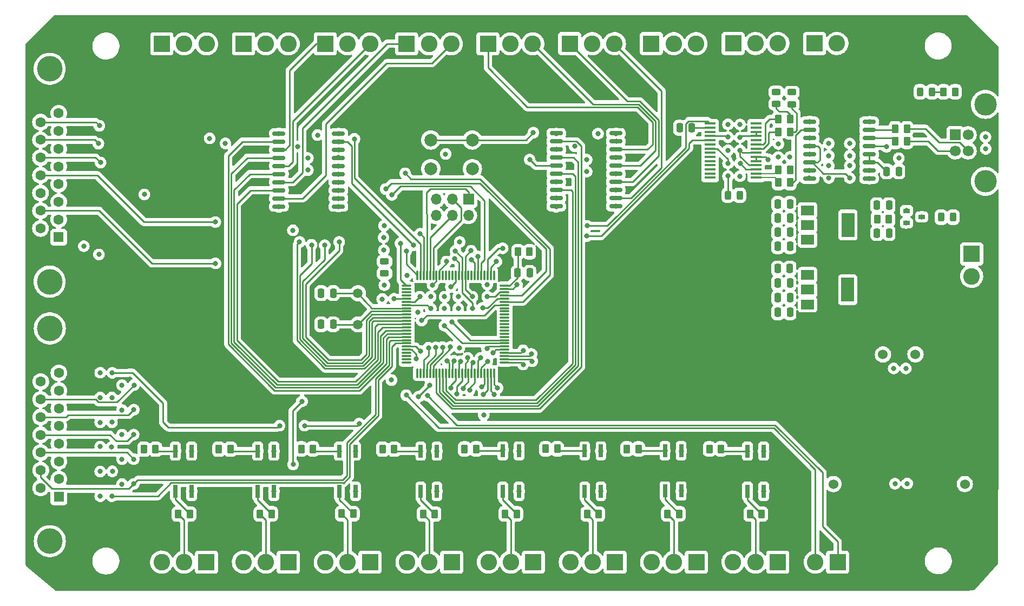
<source format=gtl>
%TF.GenerationSoftware,KiCad,Pcbnew,(6.0.0)*%
%TF.CreationDate,2022-05-06T13:51:05+05:30*%
%TF.ProjectId,Motion_Control_Board2.0,4d6f7469-6f6e-45f4-936f-6e74726f6c5f,rev?*%
%TF.SameCoordinates,Original*%
%TF.FileFunction,Copper,L1,Top*%
%TF.FilePolarity,Positive*%
%FSLAX46Y46*%
G04 Gerber Fmt 4.6, Leading zero omitted, Abs format (unit mm)*
G04 Created by KiCad (PCBNEW (6.0.0)) date 2022-05-06 13:51:05*
%MOMM*%
%LPD*%
G01*
G04 APERTURE LIST*
G04 Aperture macros list*
%AMRoundRect*
0 Rectangle with rounded corners*
0 $1 Rounding radius*
0 $2 $3 $4 $5 $6 $7 $8 $9 X,Y pos of 4 corners*
0 Add a 4 corners polygon primitive as box body*
4,1,4,$2,$3,$4,$5,$6,$7,$8,$9,$2,$3,0*
0 Add four circle primitives for the rounded corners*
1,1,$1+$1,$2,$3*
1,1,$1+$1,$4,$5*
1,1,$1+$1,$6,$7*
1,1,$1+$1,$8,$9*
0 Add four rect primitives between the rounded corners*
20,1,$1+$1,$2,$3,$4,$5,0*
20,1,$1+$1,$4,$5,$6,$7,0*
20,1,$1+$1,$6,$7,$8,$9,0*
20,1,$1+$1,$8,$9,$2,$3,0*%
G04 Aperture macros list end*
%TA.AperFunction,SMDPad,CuDef*%
%ADD10RoundRect,0.250000X0.250000X0.475000X-0.250000X0.475000X-0.250000X-0.475000X0.250000X-0.475000X0*%
%TD*%
%TA.AperFunction,SMDPad,CuDef*%
%ADD11RoundRect,0.243750X-0.243750X-0.456250X0.243750X-0.456250X0.243750X0.456250X-0.243750X0.456250X0*%
%TD*%
%TA.AperFunction,ComponentPad*%
%ADD12R,2.600000X2.600000*%
%TD*%
%TA.AperFunction,ComponentPad*%
%ADD13C,2.600000*%
%TD*%
%TA.AperFunction,SMDPad,CuDef*%
%ADD14RoundRect,0.075000X-0.075000X0.662500X-0.075000X-0.662500X0.075000X-0.662500X0.075000X0.662500X0*%
%TD*%
%TA.AperFunction,SMDPad,CuDef*%
%ADD15RoundRect,0.075000X-0.662500X0.075000X-0.662500X-0.075000X0.662500X-0.075000X0.662500X0.075000X0*%
%TD*%
%TA.AperFunction,SMDPad,CuDef*%
%ADD16RoundRect,0.250000X-0.250000X-0.475000X0.250000X-0.475000X0.250000X0.475000X-0.250000X0.475000X0*%
%TD*%
%TA.AperFunction,ComponentPad*%
%ADD17C,4.000000*%
%TD*%
%TA.AperFunction,ComponentPad*%
%ADD18R,1.600000X1.600000*%
%TD*%
%TA.AperFunction,ComponentPad*%
%ADD19C,1.600000*%
%TD*%
%TA.AperFunction,SMDPad,CuDef*%
%ADD20R,0.640000X2.000000*%
%TD*%
%TA.AperFunction,SMDPad,CuDef*%
%ADD21R,2.000000X1.500000*%
%TD*%
%TA.AperFunction,SMDPad,CuDef*%
%ADD22R,2.000000X3.800000*%
%TD*%
%TA.AperFunction,SMDPad,CuDef*%
%ADD23RoundRect,0.250000X-0.262500X-0.450000X0.262500X-0.450000X0.262500X0.450000X-0.262500X0.450000X0*%
%TD*%
%TA.AperFunction,SMDPad,CuDef*%
%ADD24RoundRect,0.250000X0.262500X0.450000X-0.262500X0.450000X-0.262500X-0.450000X0.262500X-0.450000X0*%
%TD*%
%TA.AperFunction,SMDPad,CuDef*%
%ADD25RoundRect,0.243750X0.456250X-0.243750X0.456250X0.243750X-0.456250X0.243750X-0.456250X-0.243750X0*%
%TD*%
%TA.AperFunction,SMDPad,CuDef*%
%ADD26RoundRect,0.150000X-0.875000X-0.150000X0.875000X-0.150000X0.875000X0.150000X-0.875000X0.150000X0*%
%TD*%
%TA.AperFunction,SMDPad,CuDef*%
%ADD27RoundRect,0.243750X-0.456250X0.243750X-0.456250X-0.243750X0.456250X-0.243750X0.456250X0.243750X0*%
%TD*%
%TA.AperFunction,SMDPad,CuDef*%
%ADD28RoundRect,0.243750X0.243750X0.456250X-0.243750X0.456250X-0.243750X-0.456250X0.243750X-0.456250X0*%
%TD*%
%TA.AperFunction,ComponentPad*%
%ADD29C,1.500000*%
%TD*%
%TA.AperFunction,SMDPad,CuDef*%
%ADD30RoundRect,0.150000X0.875000X0.150000X-0.875000X0.150000X-0.875000X-0.150000X0.875000X-0.150000X0*%
%TD*%
%TA.AperFunction,ComponentPad*%
%ADD31R,1.700000X1.700000*%
%TD*%
%TA.AperFunction,ComponentPad*%
%ADD32C,1.700000*%
%TD*%
%TA.AperFunction,ComponentPad*%
%ADD33C,3.500000*%
%TD*%
%TA.AperFunction,ComponentPad*%
%ADD34O,1.700000X1.700000*%
%TD*%
%TA.AperFunction,SMDPad,CuDef*%
%ADD35R,1.750000X0.450000*%
%TD*%
%TA.AperFunction,SMDPad,CuDef*%
%ADD36R,1.000000X0.700000*%
%TD*%
%TA.AperFunction,ComponentPad*%
%ADD37C,2.000000*%
%TD*%
%TA.AperFunction,ComponentPad*%
%ADD38C,1.524000*%
%TD*%
%TA.AperFunction,ViaPad*%
%ADD39C,0.800000*%
%TD*%
%TA.AperFunction,Conductor*%
%ADD40C,0.250000*%
%TD*%
%TA.AperFunction,Conductor*%
%ADD41C,0.200000*%
%TD*%
G04 APERTURE END LIST*
D10*
%TO.P,C26,1*%
%TO.N,XTAL_1*%
X118843099Y-109356987D03*
%TO.P,C26,2*%
%TO.N,MPG_GND*%
X116943099Y-109356987D03*
%TD*%
D11*
%TO.P,D1,1,K*%
%TO.N,GND_USB*%
X210648299Y-72984187D03*
%TO.P,D1,2,A*%
%TO.N,Net-(D1-Pad2)*%
X212523299Y-72984187D03*
%TD*%
D12*
%TO.P,J6,1,Pin_1*%
%TO.N,12V_OUT*%
X124613899Y-146567987D03*
D13*
%TO.P,J6,2,Pin_2*%
%TO.N,Limit_SW_3*%
X121113899Y-146567987D03*
%TO.P,J6,3,Pin_3*%
%TO.N,0V_OUT*%
X117613899Y-146567987D03*
%TD*%
D14*
%TO.P,U14,1,PG5*%
%TO.N,unconnected-(U14-Pad1)*%
X143999699Y-101669087D03*
%TO.P,U14,2,PE0*%
%TO.N,TXD_prg*%
X143499699Y-101669087D03*
%TO.P,U14,3,PE1*%
%TO.N,TXD_0*%
X142999699Y-101669087D03*
%TO.P,U14,4,PE2*%
%TO.N,unconnected-(U14-Pad4)*%
X142499699Y-101669087D03*
%TO.P,U14,5,PE3*%
%TO.N,PWM_3*%
X141999699Y-101669087D03*
%TO.P,U14,6,PE4*%
%TO.N,PWM_2*%
X141499699Y-101669087D03*
%TO.P,U14,7,PE5*%
%TO.N,PWM_1*%
X140999699Y-101669087D03*
%TO.P,U14,8,PE6*%
%TO.N,unconnected-(U14-Pad8)*%
X140499699Y-101669087D03*
%TO.P,U14,9,PE7*%
%TO.N,unconnected-(U14-Pad9)*%
X139999699Y-101669087D03*
%TO.P,U14,10,VCC*%
%TO.N,5V_OUT_1*%
X139499699Y-101669087D03*
%TO.P,U14,11,GND*%
%TO.N,MPG_GND*%
X138999699Y-101669087D03*
%TO.P,U14,12,PH0*%
%TO.N,RXD_2*%
X138499699Y-101669087D03*
%TO.P,U14,13,PH1*%
%TO.N,TXD_2*%
X137999699Y-101669087D03*
%TO.P,U14,14,PH2*%
%TO.N,unconnected-(U14-Pad14)*%
X137499699Y-101669087D03*
%TO.P,U14,15,PH3*%
%TO.N,unconnected-(U14-Pad15)*%
X136999699Y-101669087D03*
%TO.P,U14,16,PH4*%
%TO.N,unconnected-(U14-Pad16)*%
X136499699Y-101669087D03*
%TO.P,U14,17,PH5*%
%TO.N,unconnected-(U14-Pad17)*%
X135999699Y-101669087D03*
%TO.P,U14,18,PH6*%
%TO.N,PWM_4*%
X135499699Y-101669087D03*
%TO.P,U14,19,PB0*%
%TO.N,Led*%
X134999699Y-101669087D03*
%TO.P,U14,20,PB1*%
%TO.N,SCK*%
X134499699Y-101669087D03*
%TO.P,U14,21,PB2*%
%TO.N,MOSI*%
X133999699Y-101669087D03*
%TO.P,U14,22,PB3*%
%TO.N,MISO*%
X133499699Y-101669087D03*
%TO.P,U14,23,PB4*%
%TO.N,2OE_f*%
X132999699Y-101669087D03*
%TO.P,U14,24,PB5*%
%TO.N,1OE_f*%
X132499699Y-101669087D03*
%TO.P,U14,25,PB6*%
%TO.N,2OE_s*%
X131999699Y-101669087D03*
D15*
%TO.P,U14,26,PB7*%
%TO.N,1OE_s*%
X130337199Y-103331587D03*
%TO.P,U14,27,PH7*%
%TO.N,unconnected-(U14-Pad27)*%
X130337199Y-103831587D03*
%TO.P,U14,28,PG3*%
%TO.N,unconnected-(U14-Pad28)*%
X130337199Y-104331587D03*
%TO.P,U14,29,PG4*%
%TO.N,unconnected-(U14-Pad29)*%
X130337199Y-104831587D03*
%TO.P,U14,30,~{RESET}*%
%TO.N,DTR_prg*%
X130337199Y-105331587D03*
%TO.P,U14,31,VCC*%
%TO.N,5V_OUT_1*%
X130337199Y-105831587D03*
%TO.P,U14,32,GND*%
%TO.N,MPG_GND*%
X130337199Y-106331587D03*
%TO.P,U14,33,XTAL2*%
%TO.N,XTAL_2*%
X130337199Y-106831587D03*
%TO.P,U14,34,XTAL1*%
%TO.N,XTAL_1*%
X130337199Y-107331587D03*
%TO.P,U14,35,PL0*%
%TO.N,uC_Dir_4*%
X130337199Y-107831587D03*
%TO.P,U14,36,PL1*%
%TO.N,uC_Step_4*%
X130337199Y-108331587D03*
%TO.P,U14,37,PL2*%
%TO.N,uC_Dir_3*%
X130337199Y-108831587D03*
%TO.P,U14,38,PL3*%
%TO.N,uC_Step_3*%
X130337199Y-109331587D03*
%TO.P,U14,39,PL4*%
%TO.N,uC_Dir_2*%
X130337199Y-109831587D03*
%TO.P,U14,40,PL5*%
%TO.N,uC_Step_2*%
X130337199Y-110331587D03*
%TO.P,U14,41,PL6*%
%TO.N,uC_Dir_1*%
X130337199Y-110831587D03*
%TO.P,U14,42,PL7*%
%TO.N,uC_Step_1*%
X130337199Y-111331587D03*
%TO.P,U14,43,PD0*%
%TO.N,uC_MPG_ENC_B*%
X130337199Y-111831587D03*
%TO.P,U14,44,PD1*%
%TO.N,uC_MPG_ENC_A*%
X130337199Y-112331587D03*
%TO.P,U14,45,PD2*%
%TO.N,RXD_1*%
X130337199Y-112831587D03*
%TO.P,U14,46,PD3*%
%TO.N,TXD_1*%
X130337199Y-113331587D03*
%TO.P,U14,47,PD4*%
%TO.N,unconnected-(U14-Pad47)*%
X130337199Y-113831587D03*
%TO.P,U14,48,PD5*%
%TO.N,unconnected-(U14-Pad48)*%
X130337199Y-114331587D03*
%TO.P,U14,49,PD6*%
%TO.N,unconnected-(U14-Pad49)*%
X130337199Y-114831587D03*
%TO.P,U14,50,PD7*%
%TO.N,unconnected-(U14-Pad50)*%
X130337199Y-115331587D03*
D14*
%TO.P,U14,51,PG0*%
%TO.N,unconnected-(U14-Pad51)*%
X131999699Y-116994087D03*
%TO.P,U14,52,PG1*%
%TO.N,unconnected-(U14-Pad52)*%
X132499699Y-116994087D03*
%TO.P,U14,53,PC0*%
%TO.N,uC_Dir_8*%
X132999699Y-116994087D03*
%TO.P,U14,54,PC1*%
%TO.N,uC_Step_8*%
X133499699Y-116994087D03*
%TO.P,U14,55,PC2*%
%TO.N,uC_Dir_7*%
X133999699Y-116994087D03*
%TO.P,U14,56,PC3*%
%TO.N,uC_Step_7*%
X134499699Y-116994087D03*
%TO.P,U14,57,PC4*%
%TO.N,uC_Step_5*%
X134999699Y-116994087D03*
%TO.P,U14,58,PC5*%
%TO.N,uC_Dir_5*%
X135499699Y-116994087D03*
%TO.P,U14,59,PC6*%
%TO.N,uC_Step_6*%
X135999699Y-116994087D03*
%TO.P,U14,60,PC7*%
%TO.N,uC_Dir_6*%
X136499699Y-116994087D03*
%TO.P,U14,61,VCC*%
%TO.N,5V_OUT_1*%
X136999699Y-116994087D03*
%TO.P,U14,62,GND*%
%TO.N,MPG_GND*%
X137499699Y-116994087D03*
%TO.P,U14,63,PJ0*%
%TO.N,uC_MPG_IN_X*%
X137999699Y-116994087D03*
%TO.P,U14,64,PJ1*%
%TO.N,uC_MPG_IN_Y*%
X138499699Y-116994087D03*
%TO.P,U14,65,PJ2*%
%TO.N,uC_MPG_IN_Z*%
X138999699Y-116994087D03*
%TO.P,U14,66,PJ3*%
%TO.N,uC_MPG_IN_4*%
X139499699Y-116994087D03*
%TO.P,U14,67,PJ4*%
%TO.N,uC_MPG_IN_5*%
X139999699Y-116994087D03*
%TO.P,U14,68,PJ5*%
%TO.N,uC_MPG_IN_6*%
X140499699Y-116994087D03*
%TO.P,U14,69,PJ6*%
%TO.N,uC_MPG_IN_X1*%
X140999699Y-116994087D03*
%TO.P,U14,70,PG2*%
%TO.N,uC_MPG_IN_X10*%
X141499699Y-116994087D03*
%TO.P,U14,71,PA7*%
%TO.N,uC_MPG_IN_X100*%
X141999699Y-116994087D03*
%TO.P,U14,72,PA6*%
%TO.N,uC_limit_1*%
X142499699Y-116994087D03*
%TO.P,U14,73,PA5*%
%TO.N,uC_limit_2*%
X142999699Y-116994087D03*
%TO.P,U14,74,PA4*%
%TO.N,uC_limit_3*%
X143499699Y-116994087D03*
%TO.P,U14,75,PA3*%
%TO.N,uC_limit_4*%
X143999699Y-116994087D03*
D15*
%TO.P,U14,76,PA2*%
%TO.N,uC_limit_5*%
X145662199Y-115331587D03*
%TO.P,U14,77,PA1*%
%TO.N,uC_limit_6*%
X145662199Y-114831587D03*
%TO.P,U14,78,PA0*%
%TO.N,uC_limit_7*%
X145662199Y-114331587D03*
%TO.P,U14,79,PJ7*%
%TO.N,uC_limit_8*%
X145662199Y-113831587D03*
%TO.P,U14,80,VCC*%
%TO.N,5V_OUT_1*%
X145662199Y-113331587D03*
%TO.P,U14,81,GND*%
%TO.N,MPG_GND*%
X145662199Y-112831587D03*
%TO.P,U14,82,PK7*%
%TO.N,Digital_1*%
X145662199Y-112331587D03*
%TO.P,U14,83,PK6*%
%TO.N,Digital_2*%
X145662199Y-111831587D03*
%TO.P,U14,84,PK5*%
%TO.N,unconnected-(U14-Pad84)*%
X145662199Y-111331587D03*
%TO.P,U14,85,PK4*%
%TO.N,unconnected-(U14-Pad85)*%
X145662199Y-110831587D03*
%TO.P,U14,86,PK3*%
%TO.N,unconnected-(U14-Pad86)*%
X145662199Y-110331587D03*
%TO.P,U14,87,PK2*%
%TO.N,unconnected-(U14-Pad87)*%
X145662199Y-109831587D03*
%TO.P,U14,88,PK1*%
%TO.N,unconnected-(U14-Pad88)*%
X145662199Y-109331587D03*
%TO.P,U14,89,PK0*%
%TO.N,unconnected-(U14-Pad89)*%
X145662199Y-108831587D03*
%TO.P,U14,90,PF7*%
%TO.N,unconnected-(U14-Pad90)*%
X145662199Y-108331587D03*
%TO.P,U14,91,PF6*%
%TO.N,unconnected-(U14-Pad91)*%
X145662199Y-107831587D03*
%TO.P,U14,92,PF5*%
%TO.N,unconnected-(U14-Pad92)*%
X145662199Y-107331587D03*
%TO.P,U14,93,PF4*%
%TO.N,unconnected-(U14-Pad93)*%
X145662199Y-106831587D03*
%TO.P,U14,94,PF3*%
%TO.N,Analog_4*%
X145662199Y-106331587D03*
%TO.P,U14,95,PF2*%
%TO.N,Analog_3*%
X145662199Y-105831587D03*
%TO.P,U14,96,PF1*%
%TO.N,Analog_2*%
X145662199Y-105331587D03*
%TO.P,U14,97,PF0*%
%TO.N,Analog_1*%
X145662199Y-104831587D03*
%TO.P,U14,98,AREF*%
%TO.N,AREF*%
X145662199Y-104331587D03*
%TO.P,U14,99,GND*%
%TO.N,MPG_GND*%
X145662199Y-103831587D03*
%TO.P,U14,100,AVCC*%
%TO.N,AVCC*%
X145662199Y-103331587D03*
%TD*%
D12*
%TO.P,J20,1,Pin_1*%
%TO.N,12V_OUT*%
X175667899Y-146570187D03*
D13*
%TO.P,J20,2,Pin_2*%
%TO.N,Limit_SW_7*%
X172167899Y-146570187D03*
%TO.P,J20,3,Pin_3*%
%TO.N,0V_OUT*%
X168667899Y-146570187D03*
%TD*%
D16*
%TO.P,C20,1*%
%TO.N,DTR_prg*%
X173031299Y-78597587D03*
%TO.P,C20,2*%
%TO.N,Net-(C20-Pad2)*%
X174931299Y-78597587D03*
%TD*%
D17*
%TO.P,J23,0*%
%TO.N,N/C*%
X74488731Y-102685200D03*
X74488731Y-69385200D03*
D18*
%TO.P,J23,1,1*%
%TO.N,5V_OUT_1*%
X75908731Y-95730200D03*
D19*
%TO.P,J23,2,2*%
%TO.N,Digital_2*%
X75908731Y-92960200D03*
%TO.P,J23,3,3*%
%TO.N,TXD_2*%
X75908731Y-90190200D03*
%TO.P,J23,4,4*%
%TO.N,PWM_1*%
X75908731Y-87420200D03*
%TO.P,J23,5,5*%
%TO.N,PWM_3*%
X75908731Y-84650200D03*
%TO.P,J23,6,6*%
%TO.N,Analog_1*%
X75908731Y-81880200D03*
%TO.P,J23,7,7*%
%TO.N,Analog_3*%
X75908731Y-79110200D03*
%TO.P,J23,8,8*%
%TO.N,MPG_GND*%
X75908731Y-76340200D03*
%TO.P,J23,9,P9*%
%TO.N,Digital_1*%
X73068731Y-94345200D03*
%TO.P,J23,10,P10*%
%TO.N,RXD_2*%
X73068731Y-91575200D03*
%TO.P,J23,11,P111*%
%TO.N,MPG_GND*%
X73068731Y-88805200D03*
%TO.P,J23,12,P12*%
%TO.N,PWM_2*%
X73068731Y-86035200D03*
%TO.P,J23,13,P13*%
%TO.N,PWM_4*%
X73068731Y-83265200D03*
%TO.P,J23,14,P14*%
%TO.N,Analog_2*%
X73068731Y-80495200D03*
%TO.P,J23,15,P15*%
%TO.N,Analog_4*%
X73068731Y-77725200D03*
%TD*%
D17*
%TO.P,J3,0*%
%TO.N,N/C*%
X74514131Y-143299800D03*
X74514131Y-109999800D03*
D18*
%TO.P,J3,1,1*%
%TO.N,5V*%
X75934131Y-136344800D03*
D19*
%TO.P,J3,2,2*%
%TO.N,uC_MPG_ENC_A*%
X75934131Y-133574800D03*
%TO.P,J3,3,3*%
%TO.N,uC_MPG_IN_X*%
X75934131Y-130804800D03*
%TO.P,J3,4,4*%
%TO.N,uC_MPG_IN_Z*%
X75934131Y-128034800D03*
%TO.P,J3,5,5*%
%TO.N,uC_MPG_IN_5*%
X75934131Y-125264800D03*
%TO.P,J3,6,6*%
%TO.N,uC_MPG_IN_X1*%
X75934131Y-122494800D03*
%TO.P,J3,7,7*%
%TO.N,uC_MPG_IN_X100*%
X75934131Y-119724800D03*
%TO.P,J3,8,8*%
%TO.N,unconnected-(J3-Pad8)*%
X75934131Y-116954800D03*
%TO.P,J3,9,P9*%
%TO.N,MPG_GND*%
X73094131Y-134959800D03*
%TO.P,J3,10,P10*%
%TO.N,uC_MPG_ENC_B*%
X73094131Y-132189800D03*
%TO.P,J3,11,P111*%
%TO.N,uC_MPG_IN_Y*%
X73094131Y-129419800D03*
%TO.P,J3,12,P12*%
%TO.N,uC_MPG_IN_6*%
X73094131Y-126649800D03*
%TO.P,J3,13,P13*%
%TO.N,uC_MPG_IN_4*%
X73094131Y-123879800D03*
%TO.P,J3,14,P14*%
%TO.N,uC_MPG_IN_X10*%
X73094131Y-121109800D03*
%TO.P,J3,15,P15*%
%TO.N,MPG_GND*%
X73094131Y-118339800D03*
%TD*%
D20*
%TO.P,U10,1*%
%TO.N,Net-(R41-Pad2)*%
X183641599Y-135493987D03*
%TO.P,U10,2*%
%TO.N,0V_OUT*%
X186181599Y-135493987D03*
%TO.P,U10,3*%
%TO.N,MPG_GND*%
X186181599Y-129193987D03*
%TO.P,U10,4*%
%TO.N,uC_limit_8*%
X183641599Y-129193987D03*
%TD*%
D21*
%TO.P,U1,1,GND*%
%TO.N,MPG_GND*%
X193066099Y-91512187D03*
%TO.P,U1,2,VO*%
%TO.N,5V_OUT_1*%
X193066099Y-93812187D03*
%TO.P,U1,3,VI*%
%TO.N,12V_IN*%
X193066099Y-96112187D03*
D22*
%TO.P,U1,4*%
%TO.N,N/C*%
X199366099Y-93812187D03*
%TD*%
D23*
%TO.P,R39,1*%
%TO.N,Limit_SW_7*%
X171148599Y-139024187D03*
%TO.P,R39,2*%
%TO.N,Net-(R39-Pad2)*%
X172973599Y-139024187D03*
%TD*%
D24*
%TO.P,FB1,1*%
%TO.N,Net-(C6-Pad1)*%
X205766899Y-92897787D03*
%TO.P,FB1,2*%
%TO.N,12V_IN*%
X203941899Y-92897787D03*
%TD*%
D23*
%TO.P,R28,1*%
%TO.N,/USB_Programmer/RXD_led*%
X188473299Y-79232587D03*
%TO.P,R28,2*%
%TO.N,Net-(D3-Pad1)*%
X190298299Y-79232587D03*
%TD*%
D25*
%TO.P,D2,1,K*%
%TO.N,Net-(D2-Pad1)*%
X188164699Y-74884587D03*
%TO.P,D2,2,A*%
%TO.N,5V_OUT_1*%
X188164699Y-73009587D03*
%TD*%
D23*
%TO.P,R36,1*%
%TO.N,5V*%
X100942999Y-128889587D03*
%TO.P,R36,2*%
%TO.N,uC_limit_2*%
X102767999Y-128889587D03*
%TD*%
D20*
%TO.P,U5,1*%
%TO.N,Net-(R13-Pad2)*%
X107035199Y-135493987D03*
%TO.P,U5,2*%
%TO.N,0V_OUT*%
X109575199Y-135493987D03*
%TO.P,U5,3*%
%TO.N,MPG_GND*%
X109575199Y-129193987D03*
%TO.P,U5,4*%
%TO.N,uC_limit_2*%
X107035199Y-129193987D03*
%TD*%
D10*
%TO.P,C7,1*%
%TO.N,5V_OUT_1*%
X190298299Y-92770787D03*
%TO.P,C7,2*%
%TO.N,MPG_GND*%
X188398299Y-92770787D03*
%TD*%
D26*
%TO.P,U15,1,1OE*%
%TO.N,1OE_f*%
X110360899Y-79486587D03*
%TO.P,U15,2,1A0*%
%TO.N,uC_Step_1*%
X110360899Y-80756587D03*
%TO.P,U15,3,2Y0*%
%TO.N,STEP_3*%
X110360899Y-82026587D03*
%TO.P,U15,4,1A1*%
%TO.N,uC_Dir_1*%
X110360899Y-83296587D03*
%TO.P,U15,5,2Y1*%
%TO.N,DIR_3*%
X110360899Y-84566587D03*
%TO.P,U15,6,1A2*%
%TO.N,uC_Step_2*%
X110360899Y-85836587D03*
%TO.P,U15,7,2Y2*%
%TO.N,STEP_4*%
X110360899Y-87106587D03*
%TO.P,U15,8,1A3*%
%TO.N,uC_Dir_2*%
X110360899Y-88376587D03*
%TO.P,U15,9,2Y3*%
%TO.N,DIR_4*%
X110360899Y-89646587D03*
%TO.P,U15,10,GND*%
%TO.N,MPG_GND*%
X110360899Y-90916587D03*
%TO.P,U15,11,2A3*%
%TO.N,uC_Dir_4*%
X119660899Y-90916587D03*
%TO.P,U15,12,1Y3*%
%TO.N,DIR_2*%
X119660899Y-89646587D03*
%TO.P,U15,13,2A2*%
%TO.N,uC_Step_4*%
X119660899Y-88376587D03*
%TO.P,U15,14,1Y2*%
%TO.N,STEP_2*%
X119660899Y-87106587D03*
%TO.P,U15,15,2A1*%
%TO.N,uC_Dir_3*%
X119660899Y-85836587D03*
%TO.P,U15,16,1Y1*%
%TO.N,DIR_1*%
X119660899Y-84566587D03*
%TO.P,U15,17,2A0*%
%TO.N,uC_Step_3*%
X119660899Y-83296587D03*
%TO.P,U15,18,1Y0*%
%TO.N,STEP_1*%
X119660899Y-82026587D03*
%TO.P,U15,19,2OE*%
%TO.N,2OE_f*%
X119660899Y-80756587D03*
%TO.P,U15,20,VCC*%
%TO.N,5V*%
X119660899Y-79486587D03*
%TD*%
D20*
%TO.P,U4,1*%
%TO.N,Net-(R12-Pad2)*%
X119785999Y-135494387D03*
%TO.P,U4,2*%
%TO.N,0V_OUT*%
X122325999Y-135494387D03*
%TO.P,U4,3*%
%TO.N,MPG_GND*%
X122325999Y-129194387D03*
%TO.P,U4,4*%
%TO.N,uC_limit_3*%
X119785999Y-129194387D03*
%TD*%
D16*
%TO.P,C31,1*%
%TO.N,AVCC*%
X147682099Y-101305187D03*
%TO.P,C31,2*%
%TO.N,MPG_GND*%
X149582099Y-101305187D03*
%TD*%
D24*
%TO.P,R22,1*%
%TO.N,V_USB*%
X216151699Y-72984187D03*
%TO.P,R22,2*%
%TO.N,Net-(D1-Pad2)*%
X214326699Y-72984187D03*
%TD*%
D23*
%TO.P,R13,1*%
%TO.N,Limit_SW_2*%
X107394599Y-139024187D03*
%TO.P,R13,2*%
%TO.N,Net-(R13-Pad2)*%
X109219599Y-139024187D03*
%TD*%
D10*
%TO.P,C8,1*%
%TO.N,5V*%
X190298299Y-102930787D03*
%TO.P,C8,2*%
%TO.N,MPG_GND*%
X188398299Y-102930787D03*
%TD*%
D12*
%TO.P,J4,1,Pin_1*%
%TO.N,12V_OUT*%
X99010699Y-146567987D03*
D13*
%TO.P,J4,2,Pin_2*%
%TO.N,Limit_SW_1*%
X95510699Y-146567987D03*
%TO.P,J4,3,Pin_3*%
%TO.N,0V_OUT*%
X92010699Y-146567987D03*
%TD*%
D10*
%TO.P,C2,1*%
%TO.N,12V_IN*%
X190298299Y-107502787D03*
%TO.P,C2,2*%
%TO.N,MPG_GND*%
X188398299Y-107502787D03*
%TD*%
D12*
%TO.P,J19,1,Pin_1*%
%TO.N,12V_OUT*%
X162942499Y-146570187D03*
D13*
%TO.P,J19,2,Pin_2*%
%TO.N,Limit_SW_6*%
X159442499Y-146570187D03*
%TO.P,J19,3,Pin_3*%
%TO.N,0V_OUT*%
X155942499Y-146570187D03*
%TD*%
D23*
%TO.P,R26,1*%
%TO.N,D-*%
X188471399Y-85201587D03*
%TO.P,R26,2*%
%TO.N,Net-(R26-Pad2)*%
X190296399Y-85201587D03*
%TD*%
D20*
%TO.P,U8,1*%
%TO.N,Net-(R39-Pad2)*%
X170738399Y-135443187D03*
%TO.P,U8,2*%
%TO.N,0V_OUT*%
X173278399Y-135443187D03*
%TO.P,U8,3*%
%TO.N,MPG_GND*%
X173278399Y-129143187D03*
%TO.P,U8,4*%
%TO.N,uC_limit_7*%
X170738399Y-129143187D03*
%TD*%
D27*
%TO.P,D5,1,K*%
%TO.N,MPG_GND*%
X126873000Y-99517200D03*
%TO.P,D5,2,A*%
%TO.N,Net-(D5-Pad2)*%
X126873000Y-101392200D03*
%TD*%
D23*
%TO.P,R37,1*%
%TO.N,5V*%
X126571599Y-128889587D03*
%TO.P,R37,2*%
%TO.N,uC_limit_4*%
X128396599Y-128889587D03*
%TD*%
D21*
%TO.P,U2,1,GND*%
%TO.N,MPG_GND*%
X193041099Y-101646787D03*
%TO.P,U2,2,VO*%
%TO.N,5V*%
X193041099Y-103946787D03*
%TO.P,U2,3,VI*%
%TO.N,12V_IN*%
X193041099Y-106246787D03*
D22*
%TO.P,U2,4*%
%TO.N,N/C*%
X199341099Y-103946787D03*
%TD*%
D10*
%TO.P,C1,1*%
%TO.N,12V_IN*%
X190298299Y-97139587D03*
%TO.P,C1,2*%
%TO.N,MPG_GND*%
X188398299Y-97139587D03*
%TD*%
D12*
%TO.P,J18,1,Pin_1*%
%TO.N,12V_OUT*%
X150135699Y-146570187D03*
D13*
%TO.P,J18,2,Pin_2*%
%TO.N,Limit_SW_5*%
X146635699Y-146570187D03*
%TO.P,J18,3,Pin_3*%
%TO.N,0V_OUT*%
X143135699Y-146570187D03*
%TD*%
D28*
%TO.P,D4,1,K*%
%TO.N,MPG_GND*%
X182449699Y-89163987D03*
%TO.P,D4,2,A*%
%TO.N,Net-(D4-Pad2)*%
X180574699Y-89163987D03*
%TD*%
D20*
%TO.P,U6,1*%
%TO.N,Net-(R14-Pad2)*%
X132536799Y-135494387D03*
%TO.P,U6,2*%
%TO.N,0V_OUT*%
X135076799Y-135494387D03*
%TO.P,U6,3*%
%TO.N,MPG_GND*%
X135076799Y-129194387D03*
%TO.P,U6,4*%
%TO.N,uC_limit_4*%
X132536799Y-129194387D03*
%TD*%
D29*
%TO.P,Y1,1,1*%
%TO.N,XTAL_1*%
X122729299Y-109368587D03*
%TO.P,Y1,2,2*%
%TO.N,XTAL_2*%
X122729299Y-104488587D03*
%TD*%
D16*
%TO.P,C13,1*%
%TO.N,VDD1*%
X205416299Y-85430187D03*
%TO.P,C13,2*%
%TO.N,GND_USB*%
X207316299Y-85430187D03*
%TD*%
D12*
%TO.P,J16,1,Pin_1*%
%TO.N,STEP_8*%
X181419437Y-65414456D03*
D13*
%TO.P,J16,2,Pin_2*%
%TO.N,MPG_GND*%
X184919437Y-65414456D03*
%TO.P,J16,3,Pin_3*%
%TO.N,DIR_8*%
X188419437Y-65414456D03*
%TD*%
D30*
%TO.P,U12,1,VBUS1*%
%TO.N,V_USB*%
X202669899Y-86547787D03*
%TO.P,U12,2,GND1*%
%TO.N,GND_USB*%
X202669899Y-85277787D03*
%TO.P,U12,3,VDD1*%
%TO.N,VDD1*%
X202669899Y-84007787D03*
%TO.P,U12,4,PDEN*%
X202669899Y-82737787D03*
%TO.P,U12,5,SPU*%
%TO.N,SPU*%
X202669899Y-81467787D03*
%TO.P,U12,6,UD-*%
%TO.N,Net-(R21-Pad1)*%
X202669899Y-80197787D03*
%TO.P,U12,7,UD+*%
%TO.N,Net-(R20-Pad1)*%
X202669899Y-78927787D03*
%TO.P,U12,8,GND1*%
%TO.N,GND_USB*%
X202669899Y-77657787D03*
%TO.P,U12,9,GND2*%
%TO.N,MPG_GND*%
X193369899Y-77657787D03*
%TO.P,U12,10,DD+*%
%TO.N,Net-(R25-Pad2)*%
X193369899Y-78927787D03*
%TO.P,U12,11,DD-*%
%TO.N,Net-(R26-Pad2)*%
X193369899Y-80197787D03*
%TO.P,U12,12,PIN*%
%TO.N,VDD2*%
X193369899Y-81467787D03*
%TO.P,U12,13,SPD*%
%TO.N,SPD*%
X193369899Y-82737787D03*
%TO.P,U12,14,VDD2*%
%TO.N,VDD2*%
X193369899Y-84007787D03*
%TO.P,U12,15,GND2*%
%TO.N,MPG_GND*%
X193369899Y-85277787D03*
%TO.P,U12,16,VBUS2*%
%TO.N,5V_OUT_1*%
X193369899Y-86547787D03*
%TD*%
D23*
%TO.P,R25,1*%
%TO.N,D+*%
X188484437Y-87182256D03*
%TO.P,R25,2*%
%TO.N,Net-(R25-Pad2)*%
X190309437Y-87182256D03*
%TD*%
%TO.P,R41,1*%
%TO.N,Limit_SW_8*%
X184051799Y-139049587D03*
%TO.P,R41,2*%
%TO.N,Net-(R41-Pad2)*%
X185876799Y-139049587D03*
%TD*%
%TO.P,R38,1*%
%TO.N,5V*%
X89235499Y-128889587D03*
%TO.P,R38,2*%
%TO.N,uC_limit_1*%
X91060499Y-128889587D03*
%TD*%
D12*
%TO.P,J10,1,Pin_1*%
%TO.N,STEP_1*%
X92042037Y-65467456D03*
D13*
%TO.P,J10,2,Pin_2*%
%TO.N,MPG_GND*%
X95542037Y-65467456D03*
%TO.P,J10,3,Pin_3*%
%TO.N,DIR_1*%
X99042037Y-65467456D03*
%TD*%
D23*
%TO.P,R16,1*%
%TO.N,5V*%
X113846199Y-128864187D03*
%TO.P,R16,2*%
%TO.N,uC_limit_3*%
X115671199Y-128864187D03*
%TD*%
%TO.P,R27,1*%
%TO.N,/USB_Programmer/TXD_led*%
X188473299Y-77225987D03*
%TO.P,R27,2*%
%TO.N,Net-(D2-Pad1)*%
X190298299Y-77225987D03*
%TD*%
D25*
%TO.P,D3,1,K*%
%TO.N,Net-(D3-Pad1)*%
X190603099Y-74909987D03*
%TO.P,D3,2,A*%
%TO.N,5V_OUT_1*%
X190603099Y-73034987D03*
%TD*%
D12*
%TO.P,J13,1,Pin_1*%
%TO.N,STEP_5*%
X143065437Y-65465256D03*
D13*
%TO.P,J13,2,Pin_2*%
%TO.N,MPG_GND*%
X146565437Y-65465256D03*
%TO.P,J13,3,Pin_3*%
%TO.N,DIR_5*%
X150065437Y-65465256D03*
%TD*%
D12*
%TO.P,J5,1,Pin_1*%
%TO.N,12V_OUT*%
X111812299Y-146567987D03*
D13*
%TO.P,J5,2,Pin_2*%
%TO.N,Limit_SW_2*%
X108312299Y-146567987D03*
%TO.P,J5,3,Pin_3*%
%TO.N,0V_OUT*%
X104812299Y-146567987D03*
%TD*%
D23*
%TO.P,R44,1*%
%TO.N,5V*%
X152082437Y-128838256D03*
%TO.P,R44,2*%
%TO.N,uC_limit_6*%
X153907437Y-128838256D03*
%TD*%
D31*
%TO.P,J7,1,VBUS*%
%TO.N,V_USB*%
X216156599Y-79709787D03*
D32*
%TO.P,J7,2,D-*%
%TO.N,Net-(J7-Pad2)*%
X216156599Y-82209787D03*
%TO.P,J7,3,D+*%
%TO.N,Net-(J7-Pad3)*%
X218156599Y-82209787D03*
%TO.P,J7,4,GND*%
%TO.N,GND_USB*%
X218156599Y-79709787D03*
D33*
%TO.P,J7,5,Shield*%
%TO.N,Net-(J7-Pad5)*%
X220866599Y-74939787D03*
X220866599Y-86979787D03*
%TD*%
D23*
%TO.P,R12,1*%
%TO.N,Limit_SW_3*%
X120145399Y-138998787D03*
%TO.P,R12,2*%
%TO.N,Net-(R12-Pad2)*%
X121970399Y-138998787D03*
%TD*%
D26*
%TO.P,U16,1,1OE*%
%TO.N,1OE_s*%
X153744099Y-79461187D03*
%TO.P,U16,2,1A0*%
%TO.N,uC_Step_5*%
X153744099Y-80731187D03*
%TO.P,U16,3,2Y0*%
%TO.N,DIR_8*%
X153744099Y-82001187D03*
%TO.P,U16,4,1A1*%
%TO.N,uC_Dir_5*%
X153744099Y-83271187D03*
%TO.P,U16,5,2Y1*%
%TO.N,STEP_8*%
X153744099Y-84541187D03*
%TO.P,U16,6,1A2*%
%TO.N,uC_Step_6*%
X153744099Y-85811187D03*
%TO.P,U16,7,2Y2*%
%TO.N,DIR_7*%
X153744099Y-87081187D03*
%TO.P,U16,8,1A3*%
%TO.N,uC_Dir_6*%
X153744099Y-88351187D03*
%TO.P,U16,9,2Y3*%
%TO.N,STEP_7*%
X153744099Y-89621187D03*
%TO.P,U16,10,GND*%
%TO.N,MPG_GND*%
X153744099Y-90891187D03*
%TO.P,U16,11,2A3*%
%TO.N,uC_Step_7*%
X163044099Y-90891187D03*
%TO.P,U16,12,1Y3*%
%TO.N,DIR_6*%
X163044099Y-89621187D03*
%TO.P,U16,13,2A2*%
%TO.N,uC_Dir_7*%
X163044099Y-88351187D03*
%TO.P,U16,14,1Y2*%
%TO.N,STEP_6*%
X163044099Y-87081187D03*
%TO.P,U16,15,2A1*%
%TO.N,uC_Step_8*%
X163044099Y-85811187D03*
%TO.P,U16,16,1Y1*%
%TO.N,DIR_5*%
X163044099Y-84541187D03*
%TO.P,U16,17,2A0*%
%TO.N,uC_Dir_8*%
X163044099Y-83271187D03*
%TO.P,U16,18,1Y0*%
%TO.N,STEP_5*%
X163044099Y-82001187D03*
%TO.P,U16,19,2OE*%
%TO.N,2OE_s*%
X163044099Y-80731187D03*
%TO.P,U16,20,VCC*%
%TO.N,5V*%
X163044099Y-79461187D03*
%TD*%
D23*
%TO.P,R46,1*%
%TO.N,5V*%
X139398599Y-128864187D03*
%TO.P,R46,2*%
%TO.N,uC_limit_5*%
X141223599Y-128864187D03*
%TD*%
%TO.P,R45,1*%
%TO.N,5V*%
X177699899Y-128864187D03*
%TO.P,R45,2*%
%TO.N,uC_limit_8*%
X179524899Y-128864187D03*
%TD*%
D10*
%TO.P,C11,1*%
%TO.N,5V_OUT_1*%
X190298299Y-90510187D03*
%TO.P,C11,2*%
%TO.N,MPG_GND*%
X188398299Y-90510187D03*
%TD*%
%TO.P,C28,1*%
%TO.N,XTAL_2*%
X118848099Y-104480187D03*
%TO.P,C28,2*%
%TO.N,MPG_GND*%
X116948099Y-104480187D03*
%TD*%
%TO.P,C4,1*%
%TO.N,12V_IN*%
X190298299Y-94955187D03*
%TO.P,C4,2*%
%TO.N,MPG_GND*%
X188398299Y-94955187D03*
%TD*%
D23*
%TO.P,R20,1*%
%TO.N,Net-(R20-Pad1)*%
X206761299Y-78749987D03*
%TO.P,R20,2*%
%TO.N,Net-(J7-Pad3)*%
X208586299Y-78749987D03*
%TD*%
D12*
%TO.P,J2,1,Pin_1*%
%TO.N,12V*%
X218720899Y-98338587D03*
D13*
%TO.P,J2,2,Pin_2*%
%TO.N,MPG_GND*%
X218720899Y-101838587D03*
%TD*%
D28*
%TO.P,F1,1*%
%TO.N,12V*%
X215825299Y-92592987D03*
%TO.P,F1,2*%
%TO.N,Net-(F1-Pad2)*%
X213950299Y-92592987D03*
%TD*%
D12*
%TO.P,J1,1,Pin_1*%
%TO.N,12V*%
X194144837Y-65414456D03*
D13*
%TO.P,J1,2,Pin_2*%
%TO.N,MPG_GND*%
X197644837Y-65414456D03*
%TD*%
D31*
%TO.P,J8,1,MISO*%
%TO.N,MISO*%
X140006299Y-89798987D03*
D34*
%TO.P,J8,2,VCC*%
%TO.N,5V_OUT_1*%
X140006299Y-92338987D03*
%TO.P,J8,3,SCK*%
%TO.N,SCK*%
X137466299Y-89798987D03*
%TO.P,J8,4,MOSI*%
%TO.N,MOSI*%
X137466299Y-92338987D03*
%TO.P,J8,5,~{RST}*%
%TO.N,DTR_prg*%
X134926299Y-89798987D03*
%TO.P,J8,6,GND*%
%TO.N,MPG_GND*%
X134926299Y-92338987D03*
%TD*%
D12*
%TO.P,J17,1,Pin_1*%
%TO.N,12V_OUT*%
X137395299Y-146570187D03*
D13*
%TO.P,J17,2,Pin_2*%
%TO.N,Limit_SW_4*%
X133895299Y-146570187D03*
%TO.P,J17,3,Pin_3*%
%TO.N,0V_OUT*%
X130395299Y-146570187D03*
%TD*%
D10*
%TO.P,C12,1*%
%TO.N,5V*%
X190293299Y-100644787D03*
%TO.P,C12,2*%
%TO.N,MPG_GND*%
X188393299Y-100644787D03*
%TD*%
D24*
%TO.P,FB2,1*%
%TO.N,5V_OUT_1*%
X149556699Y-98003187D03*
%TO.P,FB2,2*%
%TO.N,AVCC*%
X147731699Y-98003187D03*
%TD*%
D20*
%TO.P,U7,1*%
%TO.N,Net-(R15-Pad2)*%
X94157399Y-135493587D03*
%TO.P,U7,2*%
%TO.N,0V_OUT*%
X96697399Y-135493587D03*
%TO.P,U7,3*%
%TO.N,MPG_GND*%
X96697399Y-129193587D03*
%TO.P,U7,4*%
%TO.N,uC_limit_1*%
X94157399Y-129193587D03*
%TD*%
D23*
%TO.P,R14,1*%
%TO.N,Limit_SW_4*%
X132921599Y-139049587D03*
%TO.P,R14,2*%
%TO.N,Net-(R14-Pad2)*%
X134746599Y-139049587D03*
%TD*%
D12*
%TO.P,J9,1,Pin_1*%
%TO.N,STEP_4*%
X130325037Y-65465256D03*
D13*
%TO.P,J9,2,Pin_2*%
%TO.N,MPG_GND*%
X133825037Y-65465256D03*
%TO.P,J9,3,Pin_3*%
%TO.N,DIR_4*%
X137325037Y-65465256D03*
%TD*%
D23*
%TO.P,R40,1*%
%TO.N,Limit_SW_6*%
X158550199Y-139049587D03*
%TO.P,R40,2*%
%TO.N,Net-(R40-Pad2)*%
X160375199Y-139049587D03*
%TD*%
%TO.P,R21,1*%
%TO.N,Net-(R21-Pad1)*%
X206761299Y-80731187D03*
%TO.P,R21,2*%
%TO.N,Net-(J7-Pad2)*%
X208586299Y-80731187D03*
%TD*%
D10*
%TO.P,C5,1*%
%TO.N,12V_IN*%
X190298299Y-105216787D03*
%TO.P,C5,2*%
%TO.N,MPG_GND*%
X188398299Y-105216787D03*
%TD*%
D35*
%TO.P,U13,1,TXD*%
%TO.N,TXD_prg*%
X177808299Y-77953987D03*
%TO.P,U13,2,DTR*%
%TO.N,Net-(C20-Pad2)*%
X177808299Y-78603987D03*
%TO.P,U13,3,RTS*%
%TO.N,unconnected-(U13-Pad3)*%
X177808299Y-79253987D03*
%TO.P,U13,4,VCCIO*%
%TO.N,5V_OUT_1*%
X177808299Y-79903987D03*
%TO.P,U13,5,RXD*%
%TO.N,TXD_0*%
X177808299Y-80553987D03*
%TO.P,U13,6,RI*%
%TO.N,unconnected-(U13-Pad6)*%
X177808299Y-81203987D03*
%TO.P,U13,7,GND*%
%TO.N,MPG_GND*%
X177808299Y-81853987D03*
%TO.P,U13,8*%
%TO.N,N/C*%
X177808299Y-82503987D03*
%TO.P,U13,9,DCR*%
%TO.N,unconnected-(U13-Pad9)*%
X177808299Y-83153987D03*
%TO.P,U13,10,DCD*%
%TO.N,unconnected-(U13-Pad10)*%
X177808299Y-83803987D03*
%TO.P,U13,11,CTS*%
%TO.N,unconnected-(U13-Pad11)*%
X177808299Y-84453987D03*
%TO.P,U13,12,CBUS4*%
%TO.N,unconnected-(U13-Pad12)*%
X177808299Y-85103987D03*
%TO.P,U13,13,CBUS2*%
%TO.N,unconnected-(U13-Pad13)*%
X177808299Y-85753987D03*
%TO.P,U13,14,CBUS3*%
%TO.N,unconnected-(U13-Pad14)*%
X177808299Y-86403987D03*
%TO.P,U13,15,USBD+*%
%TO.N,D+*%
X185008299Y-86403987D03*
%TO.P,U13,16,USBD-*%
%TO.N,D-*%
X185008299Y-85753987D03*
%TO.P,U13,17,3V3OUT*%
%TO.N,3.3V_OUT*%
X185008299Y-85103987D03*
%TO.P,U13,18,GND*%
%TO.N,MPG_GND*%
X185008299Y-84453987D03*
%TO.P,U13,19,~{RESET}*%
%TO.N,5V_OUT_1*%
X185008299Y-83803987D03*
%TO.P,U13,20,VCC*%
X185008299Y-83153987D03*
%TO.P,U13,21,GND*%
%TO.N,MPG_GND*%
X185008299Y-82503987D03*
%TO.P,U13,22,CBUS1*%
%TO.N,/USB_Programmer/RXD_led*%
X185008299Y-81853987D03*
%TO.P,U13,23,CBUS0*%
%TO.N,/USB_Programmer/TXD_led*%
X185008299Y-81203987D03*
%TO.P,U13,24*%
%TO.N,N/C*%
X185008299Y-80553987D03*
%TO.P,U13,25,AGND*%
%TO.N,MPG_GND*%
X185008299Y-79903987D03*
%TO.P,U13,26,TEST*%
X185008299Y-79253987D03*
%TO.P,U13,27,OSCI*%
%TO.N,unconnected-(U13-Pad27)*%
X185008299Y-78603987D03*
%TO.P,U13,28,OSCO*%
%TO.N,unconnected-(U13-Pad28)*%
X185008299Y-77953987D03*
%TD*%
D23*
%TO.P,R15,1*%
%TO.N,Limit_SW_1*%
X94592999Y-139049587D03*
%TO.P,R15,2*%
%TO.N,Net-(R15-Pad2)*%
X96417999Y-139049587D03*
%TD*%
%TO.P,R43,1*%
%TO.N,5V*%
X164786237Y-128863656D03*
%TO.P,R43,2*%
%TO.N,uC_limit_7*%
X166611237Y-128863656D03*
%TD*%
D12*
%TO.P,J14,1,Pin_1*%
%TO.N,STEP_6*%
X155835699Y-65439856D03*
D13*
%TO.P,J14,2,Pin_2*%
%TO.N,MPG_GND*%
X159335699Y-65439856D03*
%TO.P,J14,3,Pin_3*%
%TO.N,DIR_6*%
X162835699Y-65439856D03*
%TD*%
D12*
%TO.P,J21,1,Pin_1*%
%TO.N,12V_OUT*%
X188393299Y-146567987D03*
D13*
%TO.P,J21,2,Pin_2*%
%TO.N,Limit_SW_8*%
X184893299Y-146567987D03*
%TO.P,J21,3,Pin_3*%
%TO.N,0V_OUT*%
X181393299Y-146567987D03*
%TD*%
D16*
%TO.P,C6,1*%
%TO.N,Net-(C6-Pad1)*%
X203892299Y-90713387D03*
%TO.P,C6,2*%
%TO.N,MPG_GND*%
X205792299Y-90713387D03*
%TD*%
D36*
%TO.P,Q1,1,G*%
%TO.N,MPG_GND*%
X208529299Y-91592187D03*
%TO.P,Q1,2,S*%
%TO.N,Net-(C6-Pad1)*%
X208529299Y-93492187D03*
%TO.P,Q1,3,D*%
%TO.N,Net-(F1-Pad2)*%
X210929299Y-92542187D03*
%TD*%
D16*
%TO.P,C9,1*%
%TO.N,12V_IN*%
X203892299Y-95082187D03*
%TO.P,C9,2*%
%TO.N,MPG_GND*%
X205792299Y-95082187D03*
%TD*%
D12*
%TO.P,J12,1,Pin_1*%
%TO.N,STEP_3*%
X117619837Y-65467456D03*
D13*
%TO.P,J12,2,Pin_2*%
%TO.N,MPG_GND*%
X121119837Y-65467456D03*
%TO.P,J12,3,Pin_3*%
%TO.N,DIR_3*%
X124619837Y-65467456D03*
%TD*%
D20*
%TO.P,U11,1*%
%TO.N,Net-(R42-Pad2)*%
X145363799Y-135468587D03*
%TO.P,U11,2*%
%TO.N,0V_OUT*%
X147903799Y-135468587D03*
%TO.P,U11,3*%
%TO.N,MPG_GND*%
X147903799Y-129168587D03*
%TO.P,U11,4*%
%TO.N,uC_limit_5*%
X145363799Y-129168587D03*
%TD*%
D12*
%TO.P,J22,1,Pin_1*%
%TO.N,RXD_1*%
X197760699Y-146567987D03*
D13*
%TO.P,J22,2,Pin_2*%
%TO.N,TXD_1*%
X194260699Y-146567987D03*
%TD*%
D37*
%TO.P,SW1,1,1*%
%TO.N,DTR_prg*%
X134114699Y-80513187D03*
X140614699Y-80513187D03*
%TO.P,SW1,2,2*%
%TO.N,MPG_GND*%
X134114699Y-85013187D03*
X140614699Y-85013187D03*
%TD*%
D12*
%TO.P,J11,1,Pin_1*%
%TO.N,STEP_2*%
X104818237Y-65465256D03*
D13*
%TO.P,J11,2,Pin_2*%
%TO.N,MPG_GND*%
X108318237Y-65465256D03*
%TO.P,J11,3,Pin_3*%
%TO.N,DIR_2*%
X111818237Y-65465256D03*
%TD*%
D38*
%TO.P,U3,1,-Vin*%
%TO.N,MPG_GND*%
X209932499Y-114055987D03*
%TO.P,U3,2,+Vin*%
%TO.N,12V_IN*%
X204852499Y-114081387D03*
%TO.P,U3,3,-Vo*%
%TO.N,0V_OUT*%
X217654099Y-134350587D03*
%TO.P,U3,4,+Vo*%
%TO.N,12V_OUT*%
X197105499Y-134350587D03*
%TD*%
D12*
%TO.P,J15,1,Pin_1*%
%TO.N,STEP_7*%
X168597637Y-65439856D03*
D13*
%TO.P,J15,2,Pin_2*%
%TO.N,MPG_GND*%
X172097637Y-65439856D03*
%TO.P,J15,3,Pin_3*%
%TO.N,DIR_7*%
X175597637Y-65439856D03*
%TD*%
D20*
%TO.P,U9,1*%
%TO.N,Net-(R40-Pad2)*%
X158190799Y-135468587D03*
%TO.P,U9,2*%
%TO.N,0V_OUT*%
X160730799Y-135468587D03*
%TO.P,U9,3*%
%TO.N,MPG_GND*%
X160730799Y-129168587D03*
%TO.P,U9,4*%
%TO.N,uC_limit_6*%
X158190799Y-129168587D03*
%TD*%
D23*
%TO.P,R42,1*%
%TO.N,Limit_SW_5*%
X145723199Y-139024187D03*
%TO.P,R42,2*%
%TO.N,Net-(R42-Pad2)*%
X147548199Y-139024187D03*
%TD*%
D39*
%TO.N,12V_IN*%
X203898437Y-95107056D03*
X190309437Y-107553056D03*
X203949237Y-92897256D03*
X206527400Y-116255800D03*
X190360237Y-94954656D03*
X190334837Y-105241656D03*
X193052637Y-106257656D03*
X193078037Y-96123056D03*
X190360237Y-97189856D03*
%TO.N,Net-(C6-Pad1)*%
X203898437Y-90738256D03*
X205752637Y-92922656D03*
X208470437Y-93481456D03*
%TO.N,VDD1*%
X205416299Y-85430187D03*
%TO.N,GND_USB*%
X202780837Y-77657256D03*
X210669099Y-72984187D03*
X202679237Y-85251856D03*
X199656637Y-81060856D03*
X207378237Y-85480456D03*
X220879899Y-80045387D03*
X207327437Y-83372256D03*
X196380037Y-81060856D03*
%TO.N,V_USB*%
X196380037Y-82965856D03*
X202730037Y-86547256D03*
X199656637Y-82965856D03*
X216206299Y-73009587D03*
%TO.N,VDD2*%
X199656637Y-86471056D03*
X193369899Y-81467787D03*
X188506037Y-81137056D03*
%TO.N,3.3V_OUT*%
X182460837Y-86191656D03*
X182511637Y-84185056D03*
%TO.N,AREF*%
X142952699Y-105038987D03*
%TO.N,Net-(D4-Pad2)*%
X180606637Y-86166256D03*
X180581237Y-89188856D03*
%TO.N,Net-(D5-Pad2)*%
X126898400Y-101422200D03*
%TO.N,12V*%
X215861837Y-92643256D03*
%TO.N,Net-(F1-Pad2)*%
X213956837Y-92567056D03*
X210934237Y-92541656D03*
%TO.N,Net-(J7-Pad5)*%
X220930699Y-81899587D03*
%TO.N,STEP_1*%
X119704303Y-82026056D03*
%TO.N,DIR_1*%
X119672037Y-84566056D03*
%TO.N,STEP_2*%
X119672037Y-87106056D03*
%TO.N,DIR_2*%
X119672037Y-89646056D03*
%TO.N,STEP_7*%
X153740303Y-89583167D03*
%TO.N,DIR_7*%
X153765703Y-87093967D03*
%TO.N,STEP_8*%
X149574703Y-83588767D03*
%TO.N,DIR_8*%
X153765703Y-81963167D03*
%TO.N,uC_limit_3*%
X119785999Y-129194387D03*
X144037503Y-120291767D03*
%TO.N,uC_limit_2*%
X107035199Y-129193987D03*
X142361103Y-120317167D03*
%TO.N,uC_limit_4*%
X144570903Y-119326567D03*
X132536799Y-129194387D03*
%TO.N,uC_limit_1*%
X94157399Y-129193587D03*
X142069003Y-119136067D03*
%TO.N,uC_limit_7*%
X149879503Y-113992567D03*
X170738399Y-129143187D03*
%TO.N,uC_limit_6*%
X149981103Y-115135567D03*
X158190799Y-129168587D03*
%TO.N,uC_limit_8*%
X183641599Y-129193987D03*
X148558703Y-113433767D03*
%TO.N,uC_limit_5*%
X145383703Y-128978567D03*
X148571403Y-115656267D03*
%TO.N,SPU*%
X205385899Y-81569387D03*
%TO.N,SPD*%
X193382837Y-82737256D03*
X190292599Y-83169587D03*
%TO.N,Net-(R26-Pad2)*%
X193357437Y-80171856D03*
X190309437Y-85201056D03*
%TO.N,Led*%
X130352800Y-101701600D03*
X126847600Y-103225600D03*
X134391400Y-103200200D03*
%TO.N,1OE_f*%
X122168103Y-80337567D03*
X110364499Y-79486587D03*
%TO.N,1OE_s*%
X153747699Y-79511987D03*
X129381703Y-96669767D03*
%TO.N,2OE_f*%
X132435600Y-95173800D03*
X119704303Y-80756587D03*
X131388303Y-96974567D03*
%TO.N,2OE_s*%
X130270703Y-97888967D03*
X163120299Y-80731187D03*
%TO.N,RXD_1*%
X132480503Y-113535367D03*
X133572703Y-120494967D03*
%TO.N,TXD_1*%
X130270703Y-120444167D03*
X131870903Y-114729167D03*
%TO.N,PWM_1*%
X126796800Y-93929200D03*
X140506903Y-99285967D03*
%TO.N,PWM_2*%
X138633200Y-96469200D03*
X141499699Y-98750371D03*
X100406200Y-93345000D03*
%TO.N,PWM_3*%
X89306400Y-89027000D03*
X128016000Y-89103200D03*
%TO.N,PWM_4*%
X112547400Y-94640400D03*
X136544503Y-99539967D03*
X82448400Y-84048600D03*
%TO.N,Digital_2*%
X137408103Y-108963367D03*
%TO.N,uC_Dir_4*%
X119653503Y-90929367D03*
X119780503Y-96466567D03*
%TO.N,uC_Step_4*%
X117519903Y-96974567D03*
X119678903Y-88414767D03*
%TO.N,uC_Dir_3*%
X119678903Y-85849367D03*
X115462503Y-96923767D03*
%TO.N,uC_Step_3*%
X119678903Y-83283967D03*
X113582903Y-96466567D03*
%TO.N,uC_Dir_8*%
X133750503Y-113027367D03*
X163044099Y-83271187D03*
%TO.N,uC_Step_8*%
X163044099Y-85811187D03*
X134893503Y-112951167D03*
%TO.N,uC_Dir_7*%
X135960303Y-112925767D03*
X163044099Y-88351187D03*
%TO.N,uC_Step_7*%
X137179503Y-112874967D03*
X163044099Y-90891187D03*
%TO.N,Digital_1*%
X136239703Y-109572967D03*
%TO.N,Analog_4*%
X132689600Y-108762800D03*
X79832200Y-97129600D03*
X82270600Y-78282800D03*
%TO.N,Analog_3*%
X130098800Y-85725000D03*
X99517200Y-80264000D03*
%TO.N,Analog_2*%
X142208703Y-106804367D03*
X82194400Y-98425000D03*
X82118200Y-81076800D03*
X132054600Y-107442000D03*
%TO.N,Analog_1*%
X101981000Y-81051400D03*
X127050800Y-88188800D03*
%TO.N,uC_MPG_ENC_A*%
X84225999Y-136255587D03*
%TO.N,uC_MPG_IN_X*%
X84302600Y-132359400D03*
X137281103Y-119351967D03*
%TO.N,uC_MPG_IN_Z*%
X138170103Y-120240967D03*
X84182293Y-128581493D03*
%TO.N,uC_MPG_IN_5*%
X133985000Y-118897400D03*
X132207000Y-120675400D03*
X84229799Y-124673187D03*
X139160703Y-119377367D03*
%TO.N,uC_MPG_IN_X1*%
X140176703Y-119682167D03*
X84229799Y-120812387D03*
X127965200Y-118084600D03*
%TO.N,uC_MPG_IN_X100*%
X114350800Y-125222000D03*
X142392400Y-123545600D03*
X84280599Y-116951587D03*
X110464600Y-125222000D03*
X122910600Y-124891800D03*
X142970703Y-115135567D03*
%TO.N,uC_MPG_ENC_B*%
X87631499Y-134325187D03*
%TO.N,uC_MPG_IN_Y*%
X87631499Y-130464387D03*
X138805103Y-115135567D03*
%TO.N,uC_MPG_IN_4*%
X139871903Y-114602167D03*
X138582400Y-113030000D03*
X87656899Y-122717387D03*
%TO.N,uC_MPG_IN_6*%
X113969800Y-121412000D03*
X87631499Y-126603587D03*
X140697403Y-115376867D03*
X112572800Y-131292600D03*
%TO.N,uC_MPG_IN_X10*%
X87682299Y-118856587D03*
X141903903Y-114602167D03*
%TO.N,TXD_2*%
X126720600Y-95783400D03*
X137255703Y-103502367D03*
%TO.N,RXD_2*%
X126771400Y-97764600D03*
X137865303Y-99057367D03*
X100431600Y-99822000D03*
%TO.N,TXD_0*%
X158490103Y-95552167D03*
X145358303Y-97457167D03*
%TO.N,0V_OUT*%
X208637099Y-134274387D03*
X160743837Y-135467656D03*
X96710437Y-135493056D03*
X122339037Y-135493056D03*
X186194637Y-135493056D03*
X109588237Y-135493056D03*
X135089837Y-135493056D03*
X147916837Y-135467656D03*
X173291437Y-135442256D03*
%TO.N,DTR_prg*%
X150158903Y-79372367D03*
X173044303Y-78584967D03*
X128373099Y-105343787D03*
%TO.N,MPG_GND*%
X205778037Y-90712856D03*
X140615899Y-106893187D03*
X193052637Y-101660256D03*
X182486237Y-89239656D03*
X142894503Y-113103567D03*
X137738303Y-115059367D03*
X110364499Y-90992787D03*
X136442903Y-82699767D03*
X188429837Y-92795656D03*
X199656637Y-84540656D03*
X188404437Y-105241656D03*
X188404437Y-102955656D03*
X126873000Y-99517200D03*
X158497499Y-85455587D03*
X160718437Y-129193856D03*
X153722299Y-90967387D03*
X136272499Y-106893187D03*
X173291437Y-129193856D03*
X196380037Y-84540656D03*
X188379037Y-90509656D03*
X96685037Y-129219256D03*
X182486237Y-82127656D03*
X122313637Y-129193856D03*
X182486237Y-80121056D03*
X137966903Y-97863567D03*
X149607499Y-101330587D03*
X193103437Y-91449456D03*
X109562837Y-129219256D03*
X180606637Y-84185056D03*
X188429837Y-94954656D03*
X193382837Y-77631856D03*
X193306637Y-85302656D03*
X147600899Y-103184787D03*
X208521237Y-91576456D03*
X186169237Y-129219256D03*
X138406099Y-106893187D03*
X116961103Y-104492967D03*
X142952699Y-103108587D03*
X135064437Y-129193856D03*
X188404437Y-107527656D03*
X205803437Y-95056256D03*
X116961103Y-109369767D03*
X188404437Y-100644256D03*
X188480637Y-83194456D03*
X134113499Y-106893187D03*
X188429837Y-97164456D03*
X208433899Y-116265787D03*
X147891437Y-129193856D03*
X182486237Y-78089056D03*
X114885699Y-85226987D03*
%TO.N,TXD_prg*%
X158566303Y-93951967D03*
X144367703Y-99539967D03*
%TO.N,5V_OUT_1*%
X134088099Y-105038987D03*
X132386299Y-105038987D03*
X180606637Y-82127656D03*
X190639637Y-73034456D03*
X138406099Y-105038987D03*
X149582099Y-98104787D03*
X180606637Y-78063656D03*
X180606637Y-80070256D03*
X193332037Y-86496456D03*
X143821603Y-113802067D03*
X193078037Y-93837056D03*
X140422895Y-97838167D03*
X188201237Y-72983656D03*
X190334837Y-92744856D03*
X140615899Y-105038987D03*
X136272499Y-105038987D03*
X196380037Y-86471056D03*
X136671503Y-115059367D03*
X190360237Y-90535056D03*
X186905837Y-83550056D03*
X126518899Y-105394587D03*
%TO.N,5V*%
X100952237Y-128889056D03*
X160275499Y-79511987D03*
X156617899Y-81493187D03*
X82400999Y-116926187D03*
X85804599Y-122768187D03*
X164782437Y-128889056D03*
X114885699Y-83347387D03*
X190334837Y-102930256D03*
X190309437Y-100695056D03*
X116384299Y-79740587D03*
X85804599Y-118881987D03*
X163094899Y-79486587D03*
X177711037Y-128863656D03*
X82400999Y-132394787D03*
X152082437Y-128838256D03*
X139407837Y-128863656D03*
X126580837Y-128889056D03*
X89242837Y-128863656D03*
X85804599Y-134350587D03*
X113855437Y-128863656D03*
X82400999Y-128483187D03*
X85804599Y-130464387D03*
X119704303Y-79511987D03*
X82400999Y-136255587D03*
X113310899Y-81518587D03*
X85804599Y-126628987D03*
X158497499Y-83575987D03*
X82400999Y-124698587D03*
X193052637Y-103971656D03*
X82400999Y-120812387D03*
%TO.N,12V_OUT*%
X206732099Y-134299787D03*
%TD*%
D40*
%TO.N,VDD1*%
X203993899Y-84007787D02*
X205416299Y-85430187D01*
X202669899Y-84007787D02*
X203993899Y-84007787D01*
X202669899Y-82737787D02*
X202669899Y-84007787D01*
%TO.N,VDD2*%
X198932126Y-85746545D02*
X195534729Y-85746545D01*
X194957637Y-81772056D02*
X194957637Y-83651656D01*
X194653368Y-81467787D02*
X194957637Y-81772056D01*
X195534729Y-85746545D02*
X193795971Y-84007787D01*
X199656637Y-86471056D02*
X198932126Y-85746545D01*
X194601506Y-84007787D02*
X193369899Y-84007787D01*
X193369899Y-81467787D02*
X194653368Y-81467787D01*
X193795971Y-84007787D02*
X193369899Y-84007787D01*
X194957637Y-83651656D02*
X194601506Y-84007787D01*
%TO.N,Net-(C20-Pad2)*%
X176683299Y-78603987D02*
X176676899Y-78597587D01*
X177808299Y-78603987D02*
X176683299Y-78603987D01*
X176676899Y-78597587D02*
X174931299Y-78597587D01*
%TO.N,3.3V_OUT*%
X182511637Y-84185056D02*
X183430568Y-85103987D01*
X183430568Y-85103987D02*
X185008299Y-85103987D01*
%TO.N,AREF*%
X145662199Y-104331587D02*
X144859693Y-104331587D01*
X144859693Y-104331587D02*
X144152293Y-105038987D01*
X144152293Y-105038987D02*
X142952699Y-105038987D01*
%TO.N,XTAL_1*%
X118854699Y-109368587D02*
X122729299Y-109368587D01*
X124766299Y-107331587D02*
X122729299Y-109368587D01*
X124766299Y-107331587D02*
X130337199Y-107331587D01*
X118843099Y-109356987D02*
X118854699Y-109368587D01*
%TO.N,XTAL_2*%
X118856499Y-104488587D02*
X118848099Y-104480187D01*
X124843629Y-106831587D02*
X124782464Y-106770422D01*
X124837499Y-106831587D02*
X124782464Y-106770422D01*
X124782464Y-106770422D02*
X122729299Y-104488587D01*
X122729299Y-104488587D02*
X118856499Y-104488587D01*
X130337199Y-106831587D02*
X124843629Y-106831587D01*
%TO.N,AVCC*%
X147731699Y-101255587D02*
X147682099Y-101305187D01*
X147651699Y-102092587D02*
X147651699Y-101584587D01*
X146412699Y-103331587D02*
X147651699Y-102092587D01*
X145662199Y-103331587D02*
X146412699Y-103331587D01*
X147731699Y-98003187D02*
X147731699Y-101255587D01*
%TO.N,Net-(D1-Pad2)*%
X214326699Y-72984187D02*
X212523299Y-72984187D01*
%TO.N,Net-(D2-Pad1)*%
X188164699Y-75588718D02*
X188633037Y-76057056D01*
X188164699Y-74884587D02*
X188164699Y-75588718D01*
X189801437Y-76057056D02*
X190298299Y-76553918D01*
X190298299Y-76553918D02*
X190298299Y-77225987D01*
X188633037Y-76057056D02*
X189801437Y-76057056D01*
%TO.N,Net-(D3-Pad1)*%
X191070906Y-79232587D02*
X191325437Y-78978056D01*
X191325437Y-76311056D02*
X190603099Y-75588718D01*
X190298299Y-79232587D02*
X191070906Y-79232587D01*
X190603099Y-75588718D02*
X190603099Y-74909987D01*
X191325437Y-78978056D02*
X191325437Y-76311056D01*
%TO.N,Net-(D4-Pad2)*%
X180606637Y-86166256D02*
X180606637Y-89132049D01*
X180606637Y-89132049D02*
X180574699Y-89163987D01*
%TO.N,Limit_SW_1*%
X95510699Y-139967287D02*
X95510699Y-146567987D01*
X94592999Y-139049587D02*
X95510699Y-139967287D01*
%TO.N,Limit_SW_2*%
X107394599Y-139024187D02*
X108312299Y-139941887D01*
X108312299Y-139941887D02*
X108312299Y-146567987D01*
%TO.N,Limit_SW_3*%
X121113899Y-139967287D02*
X121113899Y-146567987D01*
X120145399Y-138998787D02*
X121113899Y-139967287D01*
%TO.N,Net-(J7-Pad2)*%
X216156599Y-82209787D02*
X213443099Y-82209787D01*
X215845199Y-81817887D02*
X215845199Y-82209787D01*
X211964499Y-80731187D02*
X208586299Y-80731187D01*
X213443099Y-82209787D02*
X211964499Y-80731187D01*
%TO.N,Net-(J7-Pad3)*%
X213641610Y-80884298D02*
X211507299Y-78749987D01*
X216831110Y-80884298D02*
X213641610Y-80884298D01*
X218156599Y-82209787D02*
X216831110Y-80884298D01*
X211507299Y-78749987D02*
X208586299Y-78749987D01*
%TO.N,MISO*%
X133477000Y-88747600D02*
X134035800Y-88188800D01*
X133499699Y-101669087D02*
X133499699Y-92104577D01*
X140006299Y-88672899D02*
X140006299Y-89798987D01*
X139522200Y-88188800D02*
X140006299Y-88672899D01*
X133477000Y-92081878D02*
X133477000Y-88747600D01*
X134035800Y-88188800D02*
X139522200Y-88188800D01*
X133499699Y-92104577D02*
X133477000Y-92081878D01*
%TO.N,SCK*%
X138831788Y-91164476D02*
X137466299Y-89798987D01*
X138831788Y-93070212D02*
X138831788Y-91164476D01*
X134499699Y-101669087D02*
X134499699Y-97402301D01*
X134499699Y-97402301D02*
X138831788Y-93070212D01*
%TO.N,MOSI*%
X133999699Y-101669087D02*
X133999699Y-95805587D01*
X133999699Y-95805587D02*
X137466299Y-92338987D01*
%TO.N,STEP_4*%
X127292037Y-65439856D02*
X114035410Y-78696483D01*
X114035410Y-85630683D02*
X112559506Y-87106587D01*
X114035410Y-78696483D02*
X114035410Y-85630683D01*
X130325037Y-65439856D02*
X127292037Y-65439856D01*
X112559506Y-87106587D02*
X110360899Y-87106587D01*
%TO.N,DIR_4*%
X114083506Y-89646587D02*
X117716237Y-86013856D01*
X117716237Y-86013856D02*
X117716237Y-77987456D01*
X110360899Y-89646587D02*
X114083506Y-89646587D01*
X127215837Y-68487856D02*
X134277037Y-68487856D01*
X134277037Y-68487856D02*
X137325037Y-65439856D01*
X117716237Y-77987456D02*
X127215837Y-68487856D01*
%TO.N,STEP_3*%
X112052037Y-69605456D02*
X112052037Y-81314856D01*
X112052037Y-81314856D02*
X111340306Y-82026587D01*
X111340306Y-82026587D02*
X110360899Y-82026587D01*
X116190037Y-65467456D02*
X112052037Y-69605456D01*
X117619837Y-65467456D02*
X116190037Y-65467456D01*
%TO.N,DIR_3*%
X111873706Y-84566587D02*
X110360899Y-84566587D01*
X124619837Y-65467456D02*
X112501557Y-77585736D01*
X112501557Y-83938736D02*
X111873706Y-84566587D01*
X112501557Y-77585736D02*
X112501557Y-83938736D01*
%TO.N,STEP_5*%
X143065437Y-65465256D02*
X143065437Y-69230901D01*
X149219103Y-75384567D02*
X166465703Y-75384567D01*
X168802503Y-81201167D02*
X168002483Y-82001187D01*
X143065437Y-69230901D02*
X149219103Y-75384567D01*
X168802503Y-77721367D02*
X168802503Y-81201167D01*
X166465703Y-75384567D02*
X168802503Y-77721367D01*
X168002483Y-82001187D02*
X163044099Y-82001187D01*
%TO.N,DIR_5*%
X150065437Y-65465256D02*
X159535228Y-74935047D01*
X169285103Y-82140967D02*
X166884883Y-84541187D01*
X166884883Y-84541187D02*
X163044099Y-84541187D01*
X169285103Y-77568249D02*
X169285103Y-82140967D01*
X159535228Y-74935047D02*
X166651901Y-74935047D01*
X166651901Y-74935047D02*
X169285103Y-77568249D01*
%TO.N,STEP_6*%
X165691083Y-87081187D02*
X163044099Y-87081187D01*
X166838098Y-74485527D02*
X169767703Y-77415132D01*
X155835699Y-65439856D02*
X164881370Y-74485527D01*
X169767703Y-77415132D02*
X169767703Y-83004567D01*
X164881370Y-74485527D02*
X166838098Y-74485527D01*
X169767703Y-83004567D02*
X165691083Y-87081187D01*
%TO.N,DIR_6*%
X165437083Y-89621187D02*
X163044099Y-89621187D01*
X170217223Y-84841047D02*
X165437083Y-89621187D01*
X162835699Y-65439856D02*
X170217223Y-72821380D01*
X170217223Y-72821380D02*
X170217223Y-84841047D01*
%TO.N,STEP_8*%
X150527123Y-84541187D02*
X149574703Y-83588767D01*
X153744099Y-84541187D02*
X150527123Y-84541187D01*
%TO.N,Limit_SW_5*%
X146635699Y-139936687D02*
X146635699Y-146570187D01*
X145723199Y-139024187D02*
X146635699Y-139936687D01*
%TO.N,Limit_SW_6*%
X158550199Y-139049587D02*
X159442499Y-139941887D01*
X159442499Y-139941887D02*
X159442499Y-146570187D01*
%TO.N,Limit_SW_7*%
X172167899Y-140043487D02*
X172167899Y-146570187D01*
X171148599Y-139024187D02*
X172167899Y-140043487D01*
%TO.N,Limit_SW_8*%
X184893299Y-139891087D02*
X184893299Y-146567987D01*
X184051799Y-139049587D02*
X184893299Y-139891087D01*
%TO.N,Limit_SW_4*%
X133895299Y-140023287D02*
X133895299Y-146570187D01*
X132921599Y-139049587D02*
X133895299Y-140023287D01*
%TO.N,uC_limit_3*%
X115671199Y-128864187D02*
X116001399Y-129194387D01*
X143499699Y-119753963D02*
X144037503Y-120291767D01*
X143499699Y-116994087D02*
X143499699Y-119753963D01*
X116001399Y-129194387D02*
X119785999Y-129194387D01*
%TO.N,uC_limit_2*%
X103072399Y-129193987D02*
X107035199Y-129193987D01*
X102767999Y-128889587D02*
X103072399Y-129193987D01*
X142999699Y-119678571D02*
X142361103Y-120317167D01*
X142999699Y-116994087D02*
X142999699Y-119678571D01*
%TO.N,uC_limit_4*%
X143999699Y-116994087D02*
X143999699Y-118755363D01*
X128396599Y-128889587D02*
X128701399Y-129194387D01*
X143999699Y-118755363D02*
X144570903Y-119326567D01*
X128701399Y-129194387D02*
X132536799Y-129194387D01*
%TO.N,uC_limit_1*%
X142499699Y-116994087D02*
X142499699Y-118705371D01*
X142069003Y-119136067D02*
X142030903Y-119174167D01*
X91060499Y-128889587D02*
X91364499Y-129193587D01*
X91364499Y-129193587D02*
X94157399Y-129193587D01*
X142499699Y-118705371D02*
X142069003Y-119136067D01*
%TO.N,Net-(R12-Pad2)*%
X119785999Y-136814387D02*
X121970399Y-138998787D01*
X119785999Y-135494387D02*
X119785999Y-136814387D01*
%TO.N,uC_limit_7*%
X166890768Y-129143187D02*
X170738399Y-129143187D01*
X145662199Y-114331587D02*
X149540483Y-114331587D01*
X149540483Y-114331587D02*
X149879503Y-113992567D01*
X166611237Y-128863656D02*
X166890768Y-129143187D01*
%TO.N,uC_limit_6*%
X149677123Y-114831587D02*
X149981103Y-115135567D01*
X145662199Y-114831587D02*
X149677123Y-114831587D01*
X154237768Y-129168587D02*
X158190799Y-129168587D01*
X153907437Y-128838256D02*
X154237768Y-129168587D01*
%TO.N,uC_limit_8*%
X148160883Y-113831587D02*
X148558703Y-113433767D01*
X179854699Y-129193987D02*
X183641599Y-129193987D01*
X179524899Y-128864187D02*
X179854699Y-129193987D01*
X145662199Y-113831587D02*
X148160883Y-113831587D01*
%TO.N,uC_limit_5*%
X141527999Y-129168587D02*
X145363799Y-129168587D01*
X148571403Y-115656267D02*
X148609503Y-115694367D01*
X148246723Y-115331587D02*
X148571403Y-115656267D01*
X145662199Y-115331587D02*
X148246723Y-115331587D01*
X141223599Y-128864187D02*
X141527999Y-129168587D01*
%TO.N,SPU*%
X205284299Y-81467787D02*
X205385899Y-81569387D01*
X202669899Y-81467787D02*
X205284299Y-81467787D01*
%TO.N,Net-(R20-Pad1)*%
X206583499Y-78927787D02*
X206761299Y-78749987D01*
X202669899Y-78927787D02*
X206583499Y-78927787D01*
%TO.N,Net-(R21-Pad1)*%
X206710499Y-80197787D02*
X206761299Y-80146987D01*
X206227899Y-80197787D02*
X206761299Y-80731187D01*
X202669899Y-80197787D02*
X206227899Y-80197787D01*
D41*
%TO.N,D+*%
X188484437Y-86906656D02*
X188484437Y-87182256D01*
X187981768Y-86403987D02*
X188484437Y-86906656D01*
X185008299Y-86403987D02*
X187981768Y-86403987D01*
D40*
%TO.N,Net-(R25-Pad2)*%
X190639106Y-87309787D02*
X190296399Y-87309787D01*
X190766637Y-87182256D02*
X191173037Y-86775856D01*
X191173037Y-79766174D02*
X191173037Y-86775856D01*
X193369899Y-78927787D02*
X192011424Y-78927787D01*
X190309437Y-87182256D02*
X190766637Y-87182256D01*
X192011424Y-78927787D02*
X191173037Y-79766174D01*
D41*
%TO.N,D-*%
X187918999Y-85753987D02*
X188471399Y-85201587D01*
X185008299Y-85753987D02*
X187918999Y-85753987D01*
D40*
%TO.N,/USB_Programmer/TXD_led*%
X186474037Y-80837271D02*
X186474037Y-77885856D01*
X187133906Y-77225987D02*
X188473299Y-77225987D01*
X186107321Y-81203987D02*
X186474037Y-80837271D01*
X185008299Y-81203987D02*
X186107321Y-81203987D01*
X186474037Y-77885856D02*
X187133906Y-77225987D01*
%TO.N,/USB_Programmer/RXD_led*%
X186133299Y-81853987D02*
X186982037Y-81005249D01*
X186982037Y-79409856D02*
X187159306Y-79232587D01*
X185008299Y-81853987D02*
X186133299Y-81853987D01*
X187159306Y-79232587D02*
X188473299Y-79232587D01*
X186982037Y-81005249D02*
X186982037Y-79409856D01*
%TO.N,Led*%
X134999699Y-102591901D02*
X134391400Y-103200200D01*
X134999699Y-101669087D02*
X134999699Y-102591901D01*
%TO.N,1OE_f*%
X122168103Y-80337567D02*
X122168103Y-86484367D01*
X122168103Y-86484367D02*
X132499699Y-96815963D01*
X132499699Y-96815963D02*
X132499699Y-101669087D01*
%TO.N,1OE_s*%
X129381703Y-102376091D02*
X129381703Y-96669767D01*
X130337199Y-103331587D02*
X129381703Y-102376091D01*
%TO.N,2OE_f*%
X121037723Y-80756587D02*
X121718583Y-81437447D01*
X121718583Y-87304847D02*
X131388303Y-96974567D01*
X132999699Y-95712499D02*
X132461000Y-95173800D01*
X132999699Y-101669087D02*
X132999699Y-95712499D01*
X121718583Y-81437447D02*
X121718583Y-87304847D01*
X119704303Y-80756587D02*
X121037723Y-80756587D01*
%TO.N,2OE_s*%
X131999699Y-101669087D02*
X130270703Y-99940091D01*
X130270703Y-99940091D02*
X130270703Y-97888967D01*
%TO.N,RXD_1*%
X138203183Y-125125447D02*
X187962501Y-125125447D01*
X197760699Y-143382563D02*
X197760699Y-146567987D01*
X130337199Y-112831587D02*
X131776723Y-112831587D01*
X131776723Y-112831587D02*
X132480503Y-113535367D01*
X195396303Y-141018167D02*
X197760699Y-143382563D01*
X187962501Y-125125447D02*
X195396303Y-132559249D01*
X195396303Y-132559249D02*
X195396303Y-141018167D01*
X133572703Y-120494967D02*
X138203183Y-125125447D01*
%TO.N,TXD_1*%
X135401503Y-125574967D02*
X187776303Y-125574967D01*
X194260699Y-132059363D02*
X194260699Y-146567987D01*
X187776303Y-125574967D02*
X194260699Y-132059363D01*
X131870903Y-114062785D02*
X131870903Y-114729167D01*
X130337199Y-113331587D02*
X131139705Y-113331587D01*
X131139705Y-113331587D02*
X131870903Y-114062785D01*
X130270703Y-120444167D02*
X135401503Y-125574967D01*
%TO.N,PWM_1*%
X140999699Y-101669087D02*
X140999699Y-99778763D01*
X140999699Y-99778763D02*
X140506903Y-99285967D01*
%TO.N,PWM_2*%
X73068731Y-86035200D02*
X81945800Y-86035200D01*
X89255600Y-93345000D02*
X100406200Y-93345000D01*
X141499699Y-101669087D02*
X141499699Y-98750371D01*
X141499699Y-98750371D02*
X141499699Y-98627763D01*
X81945800Y-86035200D02*
X89255600Y-93345000D01*
%TO.N,PWM_3*%
X142538903Y-99209767D02*
X142538903Y-89982569D01*
X141999699Y-99748971D02*
X142538903Y-99209767D01*
X142538903Y-89982569D02*
X140295614Y-87739280D01*
X141999699Y-101669087D02*
X141999699Y-99748971D01*
X140295614Y-87739280D02*
X129379920Y-87739280D01*
X129379920Y-87739280D02*
X128016000Y-89103200D01*
%TO.N,PWM_4*%
X136544503Y-99821777D02*
X136544503Y-99539967D01*
X135499699Y-100866581D02*
X136544503Y-99821777D01*
X81665000Y-83265200D02*
X82448400Y-84048600D01*
X73068731Y-83265200D02*
X81665000Y-83265200D01*
X135499699Y-101669087D02*
X135499699Y-100866581D01*
%TO.N,Digital_2*%
X140276323Y-111831587D02*
X137408103Y-108963367D01*
X145662199Y-111831587D02*
X140276323Y-111831587D01*
%TO.N,uC_Dir_4*%
X114548103Y-111376367D02*
X114548103Y-103045167D01*
X130337199Y-107831587D02*
X124902017Y-107831587D01*
X118104103Y-114932367D02*
X114548103Y-111376367D01*
X119780503Y-97812767D02*
X119780503Y-96466567D01*
X114548103Y-103045167D02*
X119780503Y-97812767D01*
X124010570Y-114080500D02*
X123158703Y-114932367D01*
X124010570Y-108723034D02*
X124010570Y-114080500D01*
X123158703Y-114932367D02*
X118104103Y-114932367D01*
X124902017Y-107831587D02*
X124010570Y-108723034D01*
%TO.N,uC_Step_4*%
X117917905Y-115381887D02*
X114065503Y-111529485D01*
X124460090Y-114266698D02*
X123344900Y-115381887D01*
X130337199Y-108331587D02*
X129534693Y-108331587D01*
X129534693Y-108331587D02*
X129506073Y-108302967D01*
X124460090Y-108909232D02*
X124460090Y-114266698D01*
X123344900Y-115381887D02*
X117917905Y-115381887D01*
X125066355Y-108302967D02*
X124460090Y-108909232D01*
X114065503Y-102664167D02*
X117519903Y-99209767D01*
X117519903Y-99209767D02*
X117519903Y-96974567D01*
X129506073Y-108302967D02*
X125066355Y-108302967D01*
X114065503Y-111529485D02*
X114065503Y-102664167D01*
%TO.N,uC_Dir_3*%
X130337199Y-108831587D02*
X125173453Y-108831587D01*
X113615983Y-111715682D02*
X113615983Y-101665887D01*
X125173453Y-108831587D02*
X124909610Y-109095430D01*
X124909610Y-114452896D02*
X123531099Y-115831407D01*
X115462503Y-99819367D02*
X115462503Y-96923767D01*
X124909610Y-109095430D02*
X124909610Y-114452896D01*
X123531099Y-115831407D02*
X117731707Y-115831407D01*
X117731707Y-115831407D02*
X113615983Y-111715682D01*
X113615983Y-101665887D02*
X115462503Y-99819367D01*
%TO.N,uC_Step_3*%
X125359130Y-114639094D02*
X123717296Y-116280927D01*
X125359130Y-109760140D02*
X125359130Y-114639094D01*
X125787683Y-109331587D02*
X125359130Y-109760140D01*
X113166463Y-111901879D02*
X113166463Y-96883007D01*
X117545511Y-116280927D02*
X113166463Y-111901879D01*
X113166463Y-96883007D02*
X113582903Y-96466567D01*
X123717296Y-116280927D02*
X117545511Y-116280927D01*
X130337199Y-109331587D02*
X125787683Y-109331587D01*
%TO.N,uC_Dir_2*%
X103780863Y-90546007D02*
X103780863Y-111901369D01*
X122371303Y-118335967D02*
X125808650Y-114898620D01*
X125808650Y-114898620D02*
X125808650Y-110631420D01*
X110215461Y-118335967D02*
X122371303Y-118335967D01*
X105950283Y-88376587D02*
X103780863Y-90546007D01*
X126608483Y-109831587D02*
X130337199Y-109831587D01*
X125808650Y-110631420D02*
X126608483Y-109831587D01*
X110360899Y-88376587D02*
X105950283Y-88376587D01*
X103780863Y-111901369D02*
X110215461Y-118335967D01*
%TO.N,uC_Step_2*%
X103331343Y-112087567D02*
X110052303Y-118808527D01*
X110360899Y-85836587D02*
X105797883Y-85836587D01*
X126258170Y-111197900D02*
X127124483Y-110331587D01*
X105797883Y-85836587D02*
X103331343Y-88303127D01*
X103331343Y-88303127D02*
X103331343Y-112087567D01*
X122609943Y-118808527D02*
X126258170Y-115160300D01*
X110052303Y-118808527D02*
X122609943Y-118808527D01*
X127124483Y-110331587D02*
X130337199Y-110331587D01*
X126258170Y-115160300D02*
X126258170Y-111197900D01*
%TO.N,uC_Dir_1*%
X102881823Y-85806247D02*
X102881823Y-112282369D01*
X127361083Y-110831587D02*
X130337199Y-110831587D01*
X110360899Y-83296587D02*
X105391483Y-83296587D01*
X105391483Y-83296587D02*
X102881823Y-85806247D01*
X126707690Y-111484980D02*
X127361083Y-110831587D01*
X109857501Y-119258047D02*
X122796141Y-119258047D01*
X102881823Y-112282369D02*
X109857501Y-119258047D01*
X122796141Y-119258047D02*
X126707690Y-115346497D01*
X126707690Y-115346497D02*
X126707690Y-111484980D01*
%TO.N,uC_Step_1*%
X104629483Y-80756587D02*
X102432303Y-82953767D01*
X102432303Y-82953767D02*
X102432303Y-112468567D01*
X110360899Y-80756587D02*
X104629483Y-80756587D01*
X127157210Y-111671178D02*
X127496801Y-111331587D01*
X102432303Y-112468567D02*
X109671303Y-119707567D01*
X127157210Y-115532696D02*
X127157210Y-111671178D01*
X109671303Y-119707567D02*
X122982339Y-119707567D01*
X127496801Y-111331587D02*
X130337199Y-111331587D01*
X122982339Y-119707567D02*
X127157210Y-115532696D01*
%TO.N,uC_Dir_8*%
X163044099Y-83271187D02*
X163031479Y-83258567D01*
X132999699Y-116994087D02*
X132999699Y-114946571D01*
X132999699Y-114946571D02*
X133750503Y-114195767D01*
X133750503Y-114195767D02*
X133750503Y-113027367D01*
%TO.N,uC_Step_8*%
X133499699Y-115564171D02*
X134893503Y-114170367D01*
X133499699Y-116994087D02*
X133499699Y-115564171D01*
X134893503Y-114170367D02*
X134893503Y-112951167D01*
%TO.N,uC_Dir_7*%
X135960303Y-113739285D02*
X135960303Y-112925767D01*
X133999699Y-116994087D02*
X133999699Y-115699889D01*
X133999699Y-115699889D02*
X135960303Y-113739285D01*
%TO.N,uC_Step_7*%
X134499699Y-115835607D02*
X137179503Y-113155803D01*
X137179503Y-113155803D02*
X137179503Y-112874967D01*
X134499699Y-116994087D02*
X134499699Y-115835607D01*
%TO.N,uC_Dir_6*%
X136499699Y-119713563D02*
X136499699Y-116994087D01*
X137992303Y-121206167D02*
X136499699Y-119713563D01*
X156277943Y-115468127D02*
X150539903Y-121206167D01*
X150539903Y-121206167D02*
X137992303Y-121206167D01*
X156064323Y-88351187D02*
X156277943Y-88564807D01*
X153744099Y-88351187D02*
X156064323Y-88351187D01*
X156277943Y-88564807D02*
X156277943Y-115468127D01*
%TO.N,uC_Step_6*%
X137806105Y-121655687D02*
X135999699Y-119849281D01*
X156318323Y-85811187D02*
X156727463Y-86220327D01*
X135999699Y-119849281D02*
X135999699Y-116994087D01*
X156727463Y-115654324D02*
X150726100Y-121655687D01*
X153744099Y-85811187D02*
X156318323Y-85811187D01*
X150726100Y-121655687D02*
X137806105Y-121655687D01*
X156727463Y-86220327D02*
X156727463Y-115654324D01*
%TO.N,uC_Dir_5*%
X157176983Y-83977447D02*
X157176983Y-115840522D01*
X157176983Y-115840522D02*
X150912297Y-122105207D01*
X156470723Y-83271187D02*
X157176983Y-83977447D01*
X135499699Y-119984999D02*
X135499699Y-116994087D01*
X137619907Y-122105207D02*
X135499699Y-119984999D01*
X153744099Y-83271187D02*
X156470723Y-83271187D01*
X150912297Y-122105207D02*
X137619907Y-122105207D01*
%TO.N,uC_Step_5*%
X153744099Y-80731187D02*
X156880513Y-80731187D01*
X134999699Y-120120717D02*
X134999699Y-116994087D01*
X157626503Y-81477177D02*
X157626503Y-116026719D01*
X151098495Y-122554727D02*
X137433709Y-122554727D01*
X137433709Y-122554727D02*
X134999699Y-120120717D01*
X157626503Y-116026719D02*
X151098495Y-122554727D01*
X156880513Y-80731187D02*
X157626503Y-81477177D01*
%TO.N,Digital_1*%
X145662199Y-112331587D02*
X138998323Y-112331587D01*
X138998323Y-112331587D02*
X136239703Y-109572967D01*
%TO.N,Analog_4*%
X145662199Y-106331587D02*
X144131129Y-106331587D01*
X144131129Y-106331587D02*
X142515349Y-107947367D01*
X142515349Y-107947367D02*
X133505033Y-107947367D01*
X133505033Y-107947367D02*
X132689600Y-108762800D01*
X81713000Y-77725200D02*
X82270600Y-78282800D01*
X73068731Y-77725200D02*
X81713000Y-77725200D01*
%TO.N,Analog_3*%
X145662199Y-105831587D02*
X148515483Y-105831587D01*
X141834318Y-86639400D02*
X131013200Y-86639400D01*
X152730200Y-101616870D02*
X152730200Y-97535282D01*
X152730200Y-97535282D02*
X141834318Y-86639400D01*
X148515483Y-105831587D02*
X152730200Y-101616870D01*
X130098800Y-85725000D02*
X130022600Y-85648800D01*
X131013200Y-86639400D02*
X130098800Y-85725000D01*
%TO.N,Analog_2*%
X143022631Y-106804367D02*
X142208703Y-106804367D01*
X73068731Y-80495200D02*
X81536600Y-80495200D01*
X144495411Y-105331587D02*
X143022631Y-106804367D01*
X145662199Y-105331587D02*
X144495411Y-105331587D01*
X81536600Y-80495200D02*
X82118200Y-81076800D01*
%TO.N,Analog_1*%
X141833600Y-87274400D02*
X127965200Y-87274400D01*
X145662199Y-104831587D02*
X148330213Y-104831587D01*
X148330213Y-104831587D02*
X152146000Y-101015800D01*
X127965200Y-87274400D02*
X127050800Y-88188800D01*
X152146000Y-101015800D02*
X152146000Y-97586800D01*
X152146000Y-97586800D02*
X141833600Y-87274400D01*
%TO.N,uC_MPG_ENC_A*%
X93512888Y-134169076D02*
X120429710Y-134169076D01*
X128604283Y-112331587D02*
X128056250Y-112879620D01*
X130337199Y-112331587D02*
X128604283Y-112331587D01*
X128056250Y-115905092D02*
X125890639Y-118070703D01*
X125890639Y-123660725D02*
X125890639Y-118070703D01*
X120429710Y-134169076D02*
X120466303Y-134205669D01*
X84225999Y-136255587D02*
X91426377Y-136255587D01*
X121456903Y-133215069D02*
X121456903Y-128094461D01*
X120466303Y-134205669D02*
X121456903Y-133215069D01*
X121456903Y-128094461D02*
X125890639Y-123660725D01*
X128056250Y-112879620D02*
X128056250Y-115905092D01*
X91426377Y-136255587D02*
X93512888Y-134169076D01*
%TO.N,uC_MPG_IN_X*%
X138017703Y-118132767D02*
X137281103Y-118869367D01*
X137281103Y-118869367D02*
X137281103Y-119351967D01*
X137999699Y-116994087D02*
X138017703Y-117012091D01*
X138017703Y-117012091D02*
X138017703Y-118132767D01*
%TO.N,uC_MPG_IN_Z*%
X138999699Y-116994087D02*
X138999699Y-118192171D01*
X138170103Y-119021767D02*
X138170103Y-120240967D01*
X138999699Y-118192171D02*
X138170103Y-119021767D01*
%TO.N,uC_MPG_IN_5*%
X139999699Y-116994087D02*
X139999699Y-118309771D01*
X133985000Y-118897400D02*
X132207000Y-120675400D01*
X139999699Y-118335171D02*
X139363903Y-118970967D01*
X139363903Y-118970967D02*
X139211503Y-119123367D01*
X139211503Y-119123367D02*
X139160703Y-119174167D01*
X139999699Y-118309771D02*
X139999699Y-118335171D01*
X139160703Y-119174167D02*
X139160703Y-119377367D01*
%TO.N,uC_MPG_IN_X1*%
X140999699Y-116994087D02*
X140999699Y-118478171D01*
X140176703Y-119301167D02*
X140176703Y-119682167D01*
X140999699Y-118478171D02*
X140176703Y-119301167D01*
%TO.N,uC_MPG_IN_X100*%
X114350800Y-125222000D02*
X122580400Y-125222000D01*
X141999699Y-116994087D02*
X141999699Y-116106571D01*
X92227400Y-121666000D02*
X92227400Y-124688600D01*
X93040200Y-125501400D02*
X110185200Y-125501400D01*
X86811900Y-116941600D02*
X87503000Y-116941600D01*
X141999699Y-116106571D02*
X142970703Y-115135567D01*
X92227400Y-124688600D02*
X93040200Y-125501400D01*
X110185200Y-125501400D02*
X110464600Y-125222000D01*
X122580400Y-125222000D02*
X122910600Y-124891800D01*
X84280599Y-116951587D02*
X86801913Y-116951587D01*
X87503000Y-116941600D02*
X92227400Y-121666000D01*
X86801913Y-116951587D02*
X86811900Y-116941600D01*
%TO.N,uC_MPG_ENC_B*%
X73094131Y-133321170D02*
X74848059Y-135075098D01*
X86857410Y-135075098D02*
X86869499Y-135087187D01*
X74848059Y-135075098D02*
X86857410Y-135075098D01*
X87631499Y-134325187D02*
X88253719Y-133702967D01*
X88253719Y-133702967D02*
X120313903Y-133702967D01*
X121007383Y-127908264D02*
X125441119Y-123474528D01*
X86869499Y-135087187D02*
X87631499Y-134325187D01*
X127859683Y-111831587D02*
X130337199Y-111831587D01*
X125441119Y-117884506D02*
X125572780Y-117752844D01*
X121007383Y-133009487D02*
X121007383Y-127908264D01*
X125441119Y-123474528D02*
X125441119Y-117884506D01*
X125572780Y-117752844D02*
X127606730Y-115718894D01*
X127606730Y-115718894D02*
X127606730Y-112084540D01*
X127606730Y-112084540D02*
X127859683Y-111831587D01*
X120313903Y-133702967D02*
X121007383Y-133009487D01*
X73094131Y-132189800D02*
X73094131Y-133321170D01*
%TO.N,uC_MPG_IN_Y*%
X138499699Y-115440971D02*
X138805103Y-115135567D01*
X138499699Y-116994087D02*
X138499699Y-115440971D01*
X86586912Y-129419800D02*
X87631499Y-130464387D01*
X73094131Y-129419800D02*
X86586912Y-129419800D01*
%TO.N,uC_MPG_IN_4*%
X73094131Y-123879800D02*
X77059600Y-123879800D01*
X77393800Y-123545600D02*
X86828686Y-123545600D01*
X77059600Y-123879800D02*
X77393800Y-123545600D01*
X73026499Y-124117187D02*
X73169610Y-123974076D01*
X139499699Y-116994087D02*
X139499699Y-115482371D01*
X139499699Y-115482371D02*
X139871903Y-115110167D01*
X139871903Y-115110167D02*
X139871903Y-114602167D01*
X86828686Y-123545600D02*
X87656899Y-122717387D01*
%TO.N,uC_MPG_IN_6*%
X84886800Y-127609600D02*
X86625486Y-127609600D01*
X113969800Y-121412000D02*
X112496600Y-122885200D01*
X73094131Y-126649800D02*
X83927000Y-126649800D01*
X140499699Y-116994087D02*
X140499699Y-115574571D01*
X140499699Y-115574571D02*
X140697403Y-115376867D01*
X83927000Y-126649800D02*
X84886800Y-127609600D01*
X112496600Y-131216400D02*
X112572800Y-131292600D01*
X86625486Y-127609600D02*
X87631499Y-126603587D01*
X140697403Y-115376867D02*
X140735503Y-115338767D01*
X112496600Y-122885200D02*
X112496600Y-131216400D01*
%TO.N,uC_MPG_IN_X10*%
X82100896Y-121536898D02*
X85001988Y-121536898D01*
X81673798Y-121109800D02*
X82100896Y-121536898D01*
X85001988Y-121536898D02*
X87682299Y-118856587D01*
X73094131Y-121109800D02*
X81673798Y-121109800D01*
X141499699Y-115006371D02*
X141903903Y-114602167D01*
X141499699Y-116994087D02*
X141499699Y-115006371D01*
X73026499Y-121347187D02*
X73216210Y-121536898D01*
%TO.N,Net-(R13-Pad2)*%
X107035199Y-135493987D02*
X107035199Y-136839787D01*
X107035199Y-136839787D02*
X109219599Y-139024187D01*
%TO.N,Net-(R14-Pad2)*%
X132536799Y-136839787D02*
X134746599Y-139049587D01*
X132536799Y-135494387D02*
X132536799Y-136839787D01*
%TO.N,Net-(R15-Pad2)*%
X94157399Y-135493587D02*
X94157399Y-136788987D01*
X94157399Y-136788987D02*
X96417999Y-139049587D01*
%TO.N,Net-(R39-Pad2)*%
X170738399Y-136788987D02*
X172973599Y-139024187D01*
X170738399Y-135443187D02*
X170738399Y-136788987D01*
%TO.N,Net-(R40-Pad2)*%
X158190799Y-136865187D02*
X160375199Y-139049587D01*
X158190799Y-135468587D02*
X158190799Y-136865187D01*
%TO.N,Net-(R41-Pad2)*%
X183641599Y-135493987D02*
X183641599Y-136814387D01*
X183641599Y-136814387D02*
X185876799Y-139049587D01*
%TO.N,Net-(R42-Pad2)*%
X145363799Y-135468587D02*
X145363799Y-136839787D01*
X145363799Y-136839787D02*
X147548199Y-139024187D01*
%TO.N,TXD_2*%
X137999699Y-102758371D02*
X137255703Y-103502367D01*
X137999699Y-101669087D02*
X137999699Y-102758371D01*
%TO.N,RXD_2*%
X82253400Y-91575200D02*
X90500200Y-99822000D01*
X73068731Y-91575200D02*
X82253400Y-91575200D01*
X90500200Y-99822000D02*
X100431600Y-99822000D01*
X138499699Y-99691763D02*
X137865303Y-99057367D01*
X138499699Y-101669087D02*
X138499699Y-99691763D01*
%TO.N,TXD_0*%
X174986883Y-80553987D02*
X174517503Y-81023367D01*
X177808299Y-80553987D02*
X174986883Y-80553987D01*
X174517503Y-81023367D02*
X174517503Y-81812202D01*
X144697903Y-97457167D02*
X145358303Y-97457167D01*
X142999699Y-101669087D02*
X142999699Y-99155371D01*
X160777538Y-95552167D02*
X158490103Y-95552167D01*
X174517503Y-81812202D02*
X160777538Y-95552167D01*
X142999699Y-99155371D02*
X144697903Y-97457167D01*
%TO.N,DTR_prg*%
X149018083Y-80513187D02*
X140614699Y-80513187D01*
X128373099Y-105343787D02*
X130324999Y-105343787D01*
X130324999Y-105343787D02*
X130337199Y-105331587D01*
X140614699Y-80513187D02*
X134114699Y-80513187D01*
X150158903Y-79372367D02*
X149018083Y-80513187D01*
%TO.N,MPG_GND*%
X185008299Y-84453987D02*
X183883299Y-84453987D01*
X185008299Y-79903987D02*
X182703306Y-79903987D01*
X182486237Y-83056925D02*
X182486237Y-82127656D01*
X133551899Y-106331587D02*
X134113499Y-106893187D01*
X130337199Y-106331587D02*
X133551899Y-106331587D01*
X137499699Y-116994087D02*
X137499699Y-115297971D01*
X178933299Y-81853987D02*
X180606637Y-83527325D01*
X185008299Y-79253987D02*
X185008299Y-79903987D01*
X138999699Y-98896363D02*
X137966903Y-97863567D01*
X177808299Y-81853987D02*
X178933299Y-81853987D01*
X145662199Y-112831587D02*
X143166483Y-112831587D01*
X145662199Y-103831587D02*
X146954099Y-103831587D01*
X183883299Y-84453987D02*
X182486237Y-83056925D01*
X138999699Y-104447401D02*
X140615899Y-106063601D01*
X182703306Y-79903987D02*
X182486237Y-80121056D01*
X137499699Y-115297971D02*
X137738303Y-115059367D01*
X146954099Y-103831587D02*
X147600899Y-103184787D01*
X143166483Y-112831587D02*
X142894503Y-113103567D01*
X185008299Y-82503987D02*
X182862568Y-82503987D01*
X180606637Y-83527325D02*
X180606637Y-84185056D01*
X140615899Y-106063601D02*
X140615899Y-106893187D01*
X138999699Y-101669087D02*
X138999699Y-104447401D01*
X138999699Y-101669087D02*
X138999699Y-98896363D01*
X182862568Y-82503987D02*
X182486237Y-82127656D01*
%TO.N,TXD_prg*%
X173984103Y-78007290D02*
X173984103Y-81709885D01*
X173984103Y-81709885D02*
X161742021Y-93951967D01*
X144367703Y-99539967D02*
X144418503Y-99489167D01*
X177808299Y-77953987D02*
X177402379Y-77548067D01*
X143499699Y-100407971D02*
X144367703Y-99539967D01*
X177402379Y-77548067D02*
X174443326Y-77548067D01*
X161742021Y-93951967D02*
X158566303Y-93951967D01*
X174443326Y-77548067D02*
X173984103Y-78007290D01*
X143499699Y-101669087D02*
X143499699Y-100407971D01*
%TO.N,5V_OUT_1*%
X139499699Y-98761363D02*
X140422895Y-97838167D01*
X186509768Y-83153987D02*
X186905837Y-83550056D01*
X130337199Y-105831587D02*
X131593699Y-105831587D01*
X139499699Y-101669087D02*
X139499699Y-103922787D01*
X131593699Y-105831587D02*
X132386299Y-105038987D01*
X185008299Y-83153987D02*
X186509768Y-83153987D01*
X139499699Y-101669087D02*
X139499699Y-98761363D01*
X139499699Y-103922787D02*
X140615899Y-105038987D01*
X137001703Y-115389567D02*
X136671503Y-115059367D01*
X136999699Y-116994087D02*
X137001703Y-116992083D01*
X144292083Y-113331587D02*
X143821603Y-113802067D01*
X180440368Y-79903987D02*
X180606637Y-80070256D01*
X185008299Y-83153987D02*
X185008299Y-83803987D01*
X145662199Y-113331587D02*
X144292083Y-113331587D01*
X177808299Y-79903987D02*
X180440368Y-79903987D01*
X143821603Y-113802067D02*
X143808903Y-113814767D01*
X137001703Y-116992083D02*
X137001703Y-115389567D01*
%TD*%
%TA.AperFunction,NonConductor*%
G36*
X211260826Y-79403489D02*
G01*
X211281800Y-79420392D01*
X211744000Y-79882592D01*
X211778026Y-79944904D01*
X211772961Y-80015719D01*
X211730414Y-80072555D01*
X211663894Y-80097366D01*
X211654905Y-80097687D01*
X209677996Y-80097687D01*
X209609875Y-80077685D01*
X209563382Y-80024029D01*
X209558473Y-80011564D01*
X209542666Y-79964185D01*
X209542665Y-79964183D01*
X209540349Y-79957241D01*
X209528306Y-79937779D01*
X209469520Y-79842783D01*
X209447299Y-79806874D01*
X209428461Y-79738423D01*
X209448687Y-79673649D01*
X209448104Y-79673290D01*
X209459125Y-79655411D01*
X209537074Y-79528955D01*
X209537075Y-79528953D01*
X209540914Y-79522725D01*
X209558462Y-79469819D01*
X209598893Y-79411460D01*
X209664457Y-79384223D01*
X209678055Y-79383487D01*
X211192705Y-79383487D01*
X211260826Y-79403489D01*
G37*
%TD.AperFunction*%
%TA.AperFunction,NonConductor*%
G36*
X204933664Y-91649363D02*
G01*
X204940221Y-91656917D01*
X204943821Y-91662735D01*
X204949003Y-91667908D01*
X204991125Y-91709957D01*
X205025204Y-91772240D01*
X205020201Y-91843060D01*
X204991281Y-91888147D01*
X204965755Y-91913717D01*
X204943615Y-91935896D01*
X204881332Y-91969975D01*
X204810512Y-91964972D01*
X204765424Y-91936051D01*
X204705486Y-91876217D01*
X204671407Y-91813934D01*
X204676410Y-91743114D01*
X204705331Y-91698026D01*
X204706873Y-91696482D01*
X204741604Y-91661690D01*
X204744205Y-91657471D01*
X204801329Y-91616970D01*
X204872252Y-91613738D01*
X204933664Y-91649363D01*
G37*
%TD.AperFunction*%
%TA.AperFunction,NonConductor*%
G36*
X204898286Y-93830602D02*
G01*
X204943374Y-93859523D01*
X204991191Y-93907257D01*
X205025270Y-93969540D01*
X205020267Y-94040360D01*
X204991347Y-94085447D01*
X204942994Y-94133884D01*
X204940393Y-94138103D01*
X204883269Y-94178604D01*
X204812346Y-94181836D01*
X204750934Y-94146211D01*
X204744377Y-94138657D01*
X204740777Y-94132839D01*
X204705594Y-94097717D01*
X204671515Y-94035434D01*
X204676518Y-93964614D01*
X204705439Y-93919526D01*
X204707572Y-93917390D01*
X204765183Y-93859678D01*
X204827466Y-93825599D01*
X204898286Y-93830602D01*
G37*
%TD.AperFunction*%
%TA.AperFunction,NonConductor*%
G36*
X189439664Y-91446163D02*
G01*
X189446221Y-91453717D01*
X189449821Y-91459535D01*
X189455003Y-91464708D01*
X189541708Y-91551262D01*
X189575787Y-91613544D01*
X189570784Y-91684365D01*
X189541863Y-91729453D01*
X189448994Y-91822484D01*
X189446393Y-91826703D01*
X189389269Y-91867204D01*
X189318346Y-91870436D01*
X189256934Y-91834811D01*
X189250377Y-91827257D01*
X189246777Y-91821439D01*
X189154890Y-91729712D01*
X189120811Y-91667430D01*
X189125814Y-91596609D01*
X189154735Y-91551521D01*
X189162697Y-91543545D01*
X189247604Y-91458490D01*
X189250205Y-91454271D01*
X189307329Y-91413770D01*
X189378252Y-91410538D01*
X189439664Y-91446163D01*
G37*
%TD.AperFunction*%
%TA.AperFunction,NonConductor*%
G36*
X191523388Y-90967421D02*
G01*
X191555484Y-91030748D01*
X191557599Y-91053739D01*
X191557599Y-92227304D01*
X191543196Y-92276356D01*
X191553695Y-92292693D01*
X191558062Y-92314583D01*
X191564354Y-92372503D01*
X191615484Y-92508892D01*
X191620869Y-92516077D01*
X191620870Y-92516079D01*
X191673739Y-92586622D01*
X191698587Y-92653129D01*
X191683534Y-92722511D01*
X191673739Y-92737752D01*
X191621720Y-92807161D01*
X191615484Y-92815482D01*
X191564354Y-92951871D01*
X191559707Y-92994647D01*
X191558062Y-93009791D01*
X191530820Y-93075353D01*
X191472457Y-93115779D01*
X191401503Y-93118234D01*
X191340485Y-93081939D01*
X191308776Y-93018417D01*
X191306799Y-92996183D01*
X191306799Y-92328191D01*
X191321202Y-92279139D01*
X191310703Y-92262802D01*
X191306272Y-92240308D01*
X191296537Y-92146479D01*
X191296536Y-92146475D01*
X191295825Y-92139621D01*
X191292879Y-92130789D01*
X191242167Y-91978789D01*
X191239849Y-91971841D01*
X191146777Y-91821439D01*
X191054890Y-91729712D01*
X191020811Y-91667430D01*
X191025814Y-91596609D01*
X191054735Y-91551521D01*
X191062697Y-91543545D01*
X191147604Y-91458490D01*
X191152292Y-91450885D01*
X191236574Y-91314155D01*
X191236575Y-91314153D01*
X191240414Y-91307925D01*
X191277050Y-91197470D01*
X191293931Y-91146576D01*
X191293931Y-91146574D01*
X191296096Y-91140048D01*
X191299412Y-91107689D01*
X191306255Y-91040896D01*
X191333096Y-90975169D01*
X191391211Y-90934387D01*
X191462149Y-90931499D01*
X191523388Y-90967421D01*
G37*
%TD.AperFunction*%
%TA.AperFunction,NonConductor*%
G36*
X189439664Y-93706763D02*
G01*
X189446221Y-93714317D01*
X189449821Y-93720135D01*
X189455003Y-93725308D01*
X189455007Y-93725313D01*
X189503607Y-93773828D01*
X189537687Y-93836110D01*
X189532684Y-93906930D01*
X189503763Y-93952018D01*
X189454169Y-94001699D01*
X189454165Y-94001704D01*
X189448994Y-94006884D01*
X189446393Y-94011103D01*
X189389269Y-94051604D01*
X189318346Y-94054836D01*
X189256934Y-94019211D01*
X189250377Y-94011657D01*
X189246777Y-94005839D01*
X189241595Y-94000666D01*
X189241591Y-94000661D01*
X189192991Y-93952146D01*
X189158911Y-93889864D01*
X189163914Y-93819044D01*
X189192835Y-93773956D01*
X189242429Y-93724275D01*
X189242433Y-93724270D01*
X189247604Y-93719090D01*
X189250205Y-93714871D01*
X189307329Y-93674370D01*
X189378252Y-93671138D01*
X189439664Y-93706763D01*
G37*
%TD.AperFunction*%
%TA.AperFunction,NonConductor*%
G36*
X189439664Y-95891163D02*
G01*
X189446221Y-95898717D01*
X189449821Y-95904535D01*
X189455003Y-95909708D01*
X189455007Y-95909713D01*
X189503607Y-95958228D01*
X189537687Y-96020510D01*
X189532684Y-96091330D01*
X189503763Y-96136418D01*
X189454169Y-96186099D01*
X189454165Y-96186104D01*
X189448994Y-96191284D01*
X189446393Y-96195503D01*
X189389269Y-96236004D01*
X189318346Y-96239236D01*
X189256934Y-96203611D01*
X189250377Y-96196057D01*
X189246777Y-96190239D01*
X189241595Y-96185066D01*
X189241591Y-96185061D01*
X189192991Y-96136546D01*
X189158911Y-96074264D01*
X189163914Y-96003444D01*
X189192835Y-95958356D01*
X189242429Y-95908675D01*
X189242433Y-95908670D01*
X189247604Y-95903490D01*
X189250205Y-95899271D01*
X189307329Y-95858770D01*
X189378252Y-95855538D01*
X189439664Y-95891163D01*
G37*
%TD.AperFunction*%
%TA.AperFunction,NonConductor*%
G36*
X191523388Y-93228021D02*
G01*
X191555484Y-93291348D01*
X191557599Y-93314339D01*
X191557599Y-94411704D01*
X191537597Y-94479825D01*
X191489743Y-94521290D01*
X191515311Y-94532967D01*
X191553695Y-94592693D01*
X191558062Y-94614583D01*
X191564354Y-94672503D01*
X191615484Y-94808892D01*
X191620869Y-94816077D01*
X191620870Y-94816079D01*
X191673739Y-94886622D01*
X191698587Y-94953129D01*
X191683534Y-95022511D01*
X191673739Y-95037752D01*
X191615484Y-95115482D01*
X191564354Y-95251871D01*
X191563501Y-95259727D01*
X191558062Y-95309791D01*
X191530820Y-95375353D01*
X191498436Y-95397784D01*
X191523388Y-95412421D01*
X191555484Y-95475748D01*
X191557599Y-95498739D01*
X191557599Y-96596104D01*
X191537597Y-96664225D01*
X191483941Y-96710718D01*
X191413667Y-96720822D01*
X191349087Y-96691328D01*
X191310703Y-96631602D01*
X191306272Y-96609108D01*
X191296537Y-96515279D01*
X191296536Y-96515275D01*
X191295825Y-96508421D01*
X191287962Y-96484851D01*
X191242167Y-96347589D01*
X191239849Y-96340641D01*
X191146777Y-96190239D01*
X191141595Y-96185066D01*
X191141591Y-96185061D01*
X191092991Y-96136546D01*
X191058911Y-96074264D01*
X191063914Y-96003444D01*
X191092835Y-95958356D01*
X191142429Y-95908675D01*
X191142433Y-95908670D01*
X191147604Y-95903490D01*
X191157545Y-95887363D01*
X191236574Y-95759155D01*
X191236575Y-95759153D01*
X191240414Y-95752925D01*
X191287542Y-95610837D01*
X191293931Y-95591576D01*
X191293931Y-95591574D01*
X191296096Y-95585048D01*
X191298861Y-95558067D01*
X191306255Y-95485896D01*
X191333096Y-95420169D01*
X191365971Y-95397099D01*
X191340485Y-95381939D01*
X191308776Y-95318417D01*
X191306799Y-95296183D01*
X191306799Y-94628191D01*
X191326801Y-94560070D01*
X191374655Y-94518605D01*
X191349087Y-94506928D01*
X191310703Y-94447202D01*
X191306272Y-94424708D01*
X191296537Y-94330879D01*
X191296536Y-94330875D01*
X191295825Y-94324021D01*
X191289206Y-94304180D01*
X191242167Y-94163189D01*
X191239849Y-94156241D01*
X191146777Y-94005839D01*
X191141595Y-94000666D01*
X191141591Y-94000661D01*
X191092991Y-93952146D01*
X191058911Y-93889864D01*
X191063914Y-93819044D01*
X191092835Y-93773956D01*
X191142429Y-93724275D01*
X191142433Y-93724270D01*
X191147604Y-93719090D01*
X191159320Y-93700084D01*
X191236574Y-93574755D01*
X191236575Y-93574753D01*
X191240414Y-93568525D01*
X191280954Y-93446299D01*
X191293931Y-93407176D01*
X191293931Y-93407174D01*
X191296096Y-93400648D01*
X191297069Y-93391158D01*
X191306255Y-93301496D01*
X191333096Y-93235769D01*
X191391211Y-93194987D01*
X191462149Y-93192099D01*
X191523388Y-93228021D01*
G37*
%TD.AperFunction*%
%TA.AperFunction,NonConductor*%
G36*
X74685732Y-78378702D02*
G01*
X74732225Y-78432358D01*
X74742329Y-78502632D01*
X74731806Y-78537948D01*
X74674447Y-78660957D01*
X74673025Y-78666265D01*
X74673024Y-78666267D01*
X74617234Y-78874478D01*
X74615188Y-78882113D01*
X74595233Y-79110200D01*
X74615188Y-79338287D01*
X74616612Y-79343600D01*
X74616612Y-79343602D01*
X74672482Y-79552108D01*
X74674447Y-79559443D01*
X74730718Y-79680116D01*
X74731806Y-79682450D01*
X74742467Y-79752642D01*
X74713487Y-79817454D01*
X74654067Y-79856311D01*
X74617611Y-79861700D01*
X74288125Y-79861700D01*
X74220004Y-79841698D01*
X74184912Y-79807971D01*
X74078088Y-79655411D01*
X74078086Y-79655408D01*
X74074929Y-79650900D01*
X73913031Y-79489002D01*
X73908523Y-79485845D01*
X73908520Y-79485843D01*
X73780972Y-79396533D01*
X73725480Y-79357677D01*
X73720498Y-79355354D01*
X73720493Y-79355351D01*
X73522956Y-79263239D01*
X73522955Y-79263239D01*
X73517974Y-79260916D01*
X73512666Y-79259494D01*
X73512664Y-79259493D01*
X73409712Y-79231907D01*
X73349089Y-79194955D01*
X73318068Y-79131094D01*
X73326496Y-79060600D01*
X73371699Y-79005853D01*
X73409712Y-78988493D01*
X73512664Y-78960907D01*
X73512666Y-78960906D01*
X73517974Y-78959484D01*
X73522956Y-78957161D01*
X73720493Y-78865049D01*
X73720498Y-78865046D01*
X73725480Y-78862723D01*
X73855324Y-78771805D01*
X73908520Y-78734557D01*
X73908523Y-78734555D01*
X73913031Y-78731398D01*
X74074929Y-78569500D01*
X74103875Y-78528161D01*
X74184912Y-78412429D01*
X74240369Y-78368101D01*
X74288125Y-78358700D01*
X74617611Y-78358700D01*
X74685732Y-78378702D01*
G37*
%TD.AperFunction*%
%TA.AperFunction,NonConductor*%
G36*
X74685732Y-81148702D02*
G01*
X74732225Y-81202358D01*
X74742329Y-81272632D01*
X74731806Y-81307948D01*
X74696022Y-81384689D01*
X74677381Y-81424666D01*
X74674447Y-81430957D01*
X74673025Y-81436265D01*
X74673024Y-81436267D01*
X74619760Y-81635049D01*
X74615188Y-81652113D01*
X74595233Y-81880200D01*
X74615188Y-82108287D01*
X74616612Y-82113600D01*
X74616612Y-82113602D01*
X74670134Y-82313345D01*
X74674447Y-82329443D01*
X74724650Y-82437103D01*
X74731806Y-82452450D01*
X74742467Y-82522642D01*
X74713487Y-82587454D01*
X74654067Y-82626311D01*
X74617611Y-82631700D01*
X74288125Y-82631700D01*
X74220004Y-82611698D01*
X74184912Y-82577971D01*
X74078088Y-82425411D01*
X74078086Y-82425408D01*
X74074929Y-82420900D01*
X73913031Y-82259002D01*
X73908523Y-82255845D01*
X73908520Y-82255843D01*
X73801604Y-82180980D01*
X73725480Y-82127677D01*
X73720498Y-82125354D01*
X73720493Y-82125351D01*
X73522956Y-82033239D01*
X73522955Y-82033239D01*
X73517974Y-82030916D01*
X73512666Y-82029494D01*
X73512664Y-82029493D01*
X73409712Y-82001907D01*
X73349089Y-81964955D01*
X73318068Y-81901094D01*
X73326496Y-81830600D01*
X73371699Y-81775853D01*
X73409712Y-81758493D01*
X73512664Y-81730907D01*
X73512666Y-81730906D01*
X73517974Y-81729484D01*
X73526829Y-81725355D01*
X73720493Y-81635049D01*
X73720498Y-81635046D01*
X73725480Y-81632723D01*
X73854197Y-81542594D01*
X73908520Y-81504557D01*
X73908523Y-81504555D01*
X73913031Y-81501398D01*
X74074929Y-81339500D01*
X74078883Y-81333853D01*
X74184912Y-81182429D01*
X74240369Y-81138101D01*
X74288125Y-81128700D01*
X74617611Y-81128700D01*
X74685732Y-81148702D01*
G37*
%TD.AperFunction*%
%TA.AperFunction,NonConductor*%
G36*
X74685732Y-83918702D02*
G01*
X74732225Y-83972358D01*
X74742329Y-84042632D01*
X74731806Y-84077948D01*
X74698556Y-84149255D01*
X74677255Y-84194936D01*
X74674447Y-84200957D01*
X74673025Y-84206265D01*
X74673024Y-84206267D01*
X74619760Y-84405049D01*
X74615188Y-84422113D01*
X74595233Y-84650200D01*
X74615188Y-84878287D01*
X74616612Y-84883600D01*
X74616612Y-84883602D01*
X74672975Y-85093948D01*
X74674447Y-85099443D01*
X74676770Y-85104424D01*
X74676770Y-85104425D01*
X74686895Y-85126139D01*
X74730441Y-85219522D01*
X74731806Y-85222450D01*
X74742467Y-85292642D01*
X74713487Y-85357454D01*
X74654067Y-85396311D01*
X74617611Y-85401700D01*
X74288125Y-85401700D01*
X74220004Y-85381698D01*
X74184912Y-85347971D01*
X74078088Y-85195411D01*
X74078086Y-85195408D01*
X74074929Y-85190900D01*
X73913031Y-85029002D01*
X73908523Y-85025845D01*
X73908520Y-85025843D01*
X73816783Y-84961608D01*
X73725480Y-84897677D01*
X73720498Y-84895354D01*
X73720493Y-84895351D01*
X73522956Y-84803239D01*
X73522955Y-84803239D01*
X73517974Y-84800916D01*
X73512666Y-84799494D01*
X73512664Y-84799493D01*
X73409712Y-84771907D01*
X73349089Y-84734955D01*
X73318068Y-84671094D01*
X73326496Y-84600600D01*
X73371699Y-84545853D01*
X73409712Y-84528493D01*
X73512664Y-84500907D01*
X73512666Y-84500906D01*
X73517974Y-84499484D01*
X73525671Y-84495895D01*
X73720493Y-84405049D01*
X73720498Y-84405046D01*
X73725480Y-84402723D01*
X73834732Y-84326224D01*
X73908520Y-84274557D01*
X73908523Y-84274555D01*
X73913031Y-84271398D01*
X74074929Y-84109500D01*
X74099773Y-84074019D01*
X74184912Y-83952429D01*
X74240369Y-83908101D01*
X74288125Y-83898700D01*
X74617611Y-83898700D01*
X74685732Y-83918702D01*
G37*
%TD.AperFunction*%
%TA.AperFunction,NonConductor*%
G36*
X74685732Y-86688702D02*
G01*
X74732225Y-86742358D01*
X74742329Y-86812632D01*
X74731806Y-86847948D01*
X74674447Y-86970957D01*
X74673025Y-86976265D01*
X74673024Y-86976267D01*
X74619760Y-87175049D01*
X74615188Y-87192113D01*
X74595233Y-87420200D01*
X74615188Y-87648287D01*
X74616612Y-87653600D01*
X74616612Y-87653602D01*
X74668303Y-87846512D01*
X74674447Y-87869443D01*
X74676770Y-87874424D01*
X74676770Y-87874425D01*
X74768882Y-88071962D01*
X74768885Y-88071967D01*
X74771208Y-88076949D01*
X74824766Y-88153438D01*
X74885610Y-88240331D01*
X74902533Y-88264500D01*
X75064431Y-88426398D01*
X75068939Y-88429555D01*
X75068942Y-88429557D01*
X75093051Y-88446438D01*
X75251982Y-88557723D01*
X75256964Y-88560046D01*
X75256969Y-88560049D01*
X75454506Y-88652161D01*
X75459488Y-88654484D01*
X75464796Y-88655906D01*
X75464798Y-88655907D01*
X75567750Y-88683493D01*
X75628373Y-88720445D01*
X75659394Y-88784306D01*
X75650966Y-88854800D01*
X75605763Y-88909547D01*
X75567750Y-88926907D01*
X75464798Y-88954493D01*
X75464796Y-88954494D01*
X75459488Y-88955916D01*
X75454507Y-88958239D01*
X75454506Y-88958239D01*
X75256969Y-89050351D01*
X75256964Y-89050354D01*
X75251982Y-89052677D01*
X75159688Y-89117302D01*
X75077536Y-89174826D01*
X75064431Y-89184002D01*
X74902533Y-89345900D01*
X74899376Y-89350408D01*
X74899374Y-89350411D01*
X74869724Y-89392756D01*
X74771208Y-89533451D01*
X74768885Y-89538433D01*
X74768882Y-89538438D01*
X74691209Y-89705011D01*
X74674447Y-89740957D01*
X74673025Y-89746265D01*
X74673024Y-89746267D01*
X74619038Y-89947744D01*
X74615188Y-89962113D01*
X74595233Y-90190200D01*
X74615188Y-90418287D01*
X74616612Y-90423600D01*
X74616612Y-90423602D01*
X74672233Y-90631179D01*
X74674447Y-90639443D01*
X74676770Y-90644424D01*
X74676770Y-90644425D01*
X74692032Y-90677155D01*
X74730339Y-90759303D01*
X74731806Y-90762450D01*
X74742467Y-90832642D01*
X74713487Y-90897454D01*
X74654067Y-90936311D01*
X74617611Y-90941700D01*
X74288125Y-90941700D01*
X74220004Y-90921698D01*
X74184912Y-90887971D01*
X74078088Y-90735411D01*
X74078086Y-90735408D01*
X74074929Y-90730900D01*
X73913031Y-90569002D01*
X73908523Y-90565845D01*
X73908520Y-90565843D01*
X73793348Y-90485199D01*
X73725480Y-90437677D01*
X73720498Y-90435354D01*
X73720493Y-90435351D01*
X73522956Y-90343239D01*
X73522955Y-90343239D01*
X73517974Y-90340916D01*
X73512666Y-90339494D01*
X73512664Y-90339493D01*
X73409712Y-90311907D01*
X73349089Y-90274955D01*
X73318068Y-90211094D01*
X73326496Y-90140600D01*
X73371699Y-90085853D01*
X73409712Y-90068493D01*
X73512664Y-90040907D01*
X73512666Y-90040906D01*
X73517974Y-90039484D01*
X73528045Y-90034788D01*
X73720493Y-89945049D01*
X73720498Y-89945046D01*
X73725480Y-89942723D01*
X73842735Y-89860620D01*
X73908520Y-89814557D01*
X73908523Y-89814555D01*
X73913031Y-89811398D01*
X74074929Y-89649500D01*
X74084344Y-89636055D01*
X74148438Y-89544519D01*
X74206254Y-89461949D01*
X74208577Y-89456967D01*
X74208580Y-89456962D01*
X74300692Y-89259425D01*
X74300692Y-89259424D01*
X74303015Y-89254443D01*
X74308765Y-89232986D01*
X74360850Y-89038602D01*
X74360850Y-89038600D01*
X74362274Y-89033287D01*
X74382229Y-88805200D01*
X74362274Y-88577113D01*
X74359749Y-88567689D01*
X74304438Y-88361267D01*
X74304437Y-88361265D01*
X74303015Y-88355957D01*
X74299367Y-88348134D01*
X74208580Y-88153438D01*
X74208577Y-88153433D01*
X74206254Y-88148451D01*
X74106113Y-88005435D01*
X74078088Y-87965411D01*
X74078086Y-87965408D01*
X74074929Y-87960900D01*
X73913031Y-87799002D01*
X73908523Y-87795845D01*
X73908520Y-87795843D01*
X73821697Y-87735049D01*
X73725480Y-87667677D01*
X73720498Y-87665354D01*
X73720493Y-87665351D01*
X73522956Y-87573239D01*
X73522955Y-87573239D01*
X73517974Y-87570916D01*
X73512666Y-87569494D01*
X73512664Y-87569493D01*
X73409712Y-87541907D01*
X73349089Y-87504955D01*
X73318068Y-87441094D01*
X73326496Y-87370600D01*
X73371699Y-87315853D01*
X73409712Y-87298493D01*
X73512664Y-87270907D01*
X73512666Y-87270906D01*
X73517974Y-87269484D01*
X73522956Y-87267161D01*
X73720493Y-87175049D01*
X73720498Y-87175046D01*
X73725480Y-87172723D01*
X73866162Y-87074216D01*
X73908520Y-87044557D01*
X73908523Y-87044555D01*
X73913031Y-87041398D01*
X74074929Y-86879500D01*
X74078497Y-86874405D01*
X74184912Y-86722429D01*
X74240369Y-86678101D01*
X74288125Y-86668700D01*
X74617611Y-86668700D01*
X74685732Y-86688702D01*
G37*
%TD.AperFunction*%
%TA.AperFunction,NonConductor*%
G36*
X189434664Y-101580763D02*
G01*
X189441221Y-101588317D01*
X189444821Y-101594135D01*
X189450003Y-101599308D01*
X189551912Y-101701040D01*
X189585991Y-101763323D01*
X189580988Y-101834143D01*
X189552067Y-101879231D01*
X189535446Y-101895881D01*
X189448994Y-101982484D01*
X189446393Y-101986703D01*
X189389269Y-102027204D01*
X189318346Y-102030436D01*
X189256934Y-101994811D01*
X189250377Y-101987257D01*
X189246777Y-101981439D01*
X189201731Y-101936471D01*
X189139686Y-101874534D01*
X189105607Y-101812251D01*
X189110610Y-101741431D01*
X189139531Y-101696343D01*
X189237433Y-101598270D01*
X189242604Y-101593090D01*
X189245205Y-101588871D01*
X189302329Y-101548370D01*
X189373252Y-101545138D01*
X189434664Y-101580763D01*
G37*
%TD.AperFunction*%
%TA.AperFunction,NonConductor*%
G36*
X191462882Y-101213915D02*
G01*
X191514894Y-101262240D01*
X191532599Y-101326646D01*
X191532599Y-102233518D01*
X191512597Y-102301639D01*
X191458941Y-102348132D01*
X191388667Y-102358236D01*
X191324087Y-102328742D01*
X191287075Y-102273394D01*
X191242167Y-102138789D01*
X191239849Y-102131841D01*
X191146777Y-101981439D01*
X191101731Y-101936471D01*
X191039686Y-101874534D01*
X191005607Y-101812251D01*
X191010610Y-101741431D01*
X191039531Y-101696343D01*
X191137433Y-101598270D01*
X191142604Y-101593090D01*
X191170170Y-101548370D01*
X191231574Y-101448755D01*
X191231575Y-101448753D01*
X191235414Y-101442525D01*
X191287006Y-101286979D01*
X191327436Y-101228619D01*
X191393001Y-101201382D01*
X191462882Y-101213915D01*
G37*
%TD.AperFunction*%
%TA.AperFunction,NonConductor*%
G36*
X191515311Y-102486590D02*
G01*
X191550781Y-102537585D01*
X191585308Y-102629684D01*
X191590484Y-102643492D01*
X191595869Y-102650677D01*
X191595870Y-102650679D01*
X191648739Y-102721222D01*
X191673587Y-102787729D01*
X191658534Y-102857111D01*
X191648739Y-102872352D01*
X191597453Y-102940783D01*
X191590484Y-102950082D01*
X191587332Y-102958490D01*
X191587331Y-102958492D01*
X191550781Y-103055989D01*
X191508140Y-103112754D01*
X191441578Y-103137454D01*
X191372229Y-103122247D01*
X191322111Y-103071961D01*
X191306799Y-103011760D01*
X191306799Y-102581814D01*
X191326801Y-102513693D01*
X191380457Y-102467200D01*
X191450731Y-102457096D01*
X191515311Y-102486590D01*
G37*
%TD.AperFunction*%
%TA.AperFunction,NonConductor*%
G36*
X189439664Y-103866763D02*
G01*
X189446221Y-103874317D01*
X189449821Y-103880135D01*
X189455003Y-103885308D01*
X189554408Y-103984540D01*
X189588487Y-104046823D01*
X189583484Y-104117643D01*
X189554563Y-104162731D01*
X189448994Y-104268484D01*
X189446393Y-104272703D01*
X189389269Y-104313204D01*
X189318346Y-104316436D01*
X189256934Y-104280811D01*
X189250377Y-104273257D01*
X189246777Y-104267439D01*
X189147985Y-104168819D01*
X189142190Y-104163034D01*
X189108111Y-104100751D01*
X189113114Y-104029931D01*
X189142035Y-103984843D01*
X189142338Y-103984540D01*
X189247604Y-103879090D01*
X189250205Y-103874871D01*
X189307329Y-103834370D01*
X189378252Y-103831138D01*
X189439664Y-103866763D01*
G37*
%TD.AperFunction*%
%TA.AperFunction,NonConductor*%
G36*
X191462882Y-103514990D02*
G01*
X191514894Y-103563315D01*
X191532599Y-103627721D01*
X191532599Y-104519518D01*
X191512597Y-104587639D01*
X191458941Y-104634132D01*
X191388667Y-104644236D01*
X191324087Y-104614742D01*
X191287075Y-104559394D01*
X191258459Y-104473621D01*
X191239849Y-104417841D01*
X191146777Y-104267439D01*
X191047985Y-104168819D01*
X191042190Y-104163034D01*
X191008111Y-104100751D01*
X191013114Y-104029931D01*
X191042035Y-103984843D01*
X191042338Y-103984540D01*
X191147604Y-103879090D01*
X191164041Y-103852425D01*
X191236574Y-103734755D01*
X191236575Y-103734753D01*
X191240414Y-103728525D01*
X191287006Y-103588054D01*
X191327437Y-103529694D01*
X191393001Y-103502457D01*
X191462882Y-103514990D01*
G37*
%TD.AperFunction*%
%TA.AperFunction,NonConductor*%
G36*
X191515311Y-104786590D02*
G01*
X191550781Y-104837585D01*
X191558301Y-104857643D01*
X191590484Y-104943492D01*
X191595869Y-104950677D01*
X191595870Y-104950679D01*
X191648739Y-105021222D01*
X191673587Y-105087729D01*
X191658534Y-105157111D01*
X191648739Y-105172352D01*
X191595870Y-105242895D01*
X191590484Y-105250082D01*
X191587332Y-105258490D01*
X191587331Y-105258492D01*
X191550781Y-105355989D01*
X191508140Y-105412754D01*
X191441578Y-105437454D01*
X191372229Y-105422247D01*
X191322111Y-105371961D01*
X191306799Y-105311760D01*
X191306799Y-104881814D01*
X191326801Y-104813693D01*
X191380457Y-104767200D01*
X191450731Y-104757096D01*
X191515311Y-104786590D01*
G37*
%TD.AperFunction*%
%TA.AperFunction,NonConductor*%
G36*
X189439664Y-106152763D02*
G01*
X189446221Y-106160317D01*
X189449821Y-106166135D01*
X189455003Y-106171308D01*
X189554408Y-106270540D01*
X189588487Y-106332823D01*
X189583484Y-106403643D01*
X189554563Y-106448731D01*
X189448994Y-106554484D01*
X189446393Y-106558703D01*
X189389269Y-106599204D01*
X189318346Y-106602436D01*
X189256934Y-106566811D01*
X189250377Y-106559257D01*
X189246777Y-106553439D01*
X189230694Y-106537384D01*
X189142190Y-106449034D01*
X189108111Y-106386751D01*
X189113114Y-106315931D01*
X189142035Y-106270843D01*
X189142338Y-106270540D01*
X189247604Y-106165090D01*
X189250205Y-106160871D01*
X189307329Y-106120370D01*
X189378252Y-106117138D01*
X189439664Y-106152763D01*
G37*
%TD.AperFunction*%
%TA.AperFunction,NonConductor*%
G36*
X191462882Y-105800990D02*
G01*
X191514894Y-105849315D01*
X191532599Y-105913721D01*
X191532599Y-106805518D01*
X191512597Y-106873639D01*
X191458941Y-106920132D01*
X191388667Y-106930236D01*
X191324087Y-106900742D01*
X191287075Y-106845394D01*
X191242167Y-106710789D01*
X191239849Y-106703841D01*
X191146777Y-106553439D01*
X191130694Y-106537384D01*
X191042190Y-106449034D01*
X191008111Y-106386751D01*
X191013114Y-106315931D01*
X191042035Y-106270843D01*
X191042338Y-106270540D01*
X191147604Y-106165090D01*
X191161610Y-106142368D01*
X191236574Y-106020755D01*
X191236575Y-106020753D01*
X191240414Y-106014525D01*
X191287006Y-105874054D01*
X191327437Y-105815694D01*
X191393001Y-105788457D01*
X191462882Y-105800990D01*
G37*
%TD.AperFunction*%
%TA.AperFunction,NonConductor*%
G36*
X189456732Y-73605386D02*
G01*
X189483168Y-73635841D01*
X189553302Y-73749176D01*
X189558484Y-73754349D01*
X189564662Y-73760516D01*
X189677446Y-73873104D01*
X189680369Y-73874906D01*
X189720507Y-73931516D01*
X189723741Y-74002439D01*
X189688117Y-74063851D01*
X189681721Y-74069403D01*
X189676410Y-74072690D01*
X189552482Y-74196834D01*
X189548642Y-74203064D01*
X189548641Y-74203065D01*
X189499033Y-74283545D01*
X189446261Y-74331038D01*
X189376190Y-74342462D01*
X189311066Y-74314188D01*
X189284629Y-74283732D01*
X189284514Y-74283545D01*
X189214496Y-74170398D01*
X189090352Y-74046470D01*
X189087429Y-74044668D01*
X189047291Y-73988058D01*
X189044057Y-73917135D01*
X189079681Y-73855723D01*
X189086077Y-73850171D01*
X189091388Y-73846884D01*
X189215316Y-73722740D01*
X189268765Y-73636029D01*
X189321537Y-73588536D01*
X189391608Y-73577112D01*
X189456732Y-73605386D01*
G37*
%TD.AperFunction*%
%TA.AperFunction,NonConductor*%
G36*
X148381790Y-66186998D02*
G01*
X148425209Y-66233707D01*
X148448299Y-66276679D01*
X148535887Y-66439687D01*
X148538678Y-66443424D01*
X148538682Y-66443431D01*
X148604290Y-66531290D01*
X148696718Y-66655066D01*
X148700027Y-66658346D01*
X148700032Y-66658352D01*
X148884300Y-66841018D01*
X148887617Y-66844306D01*
X148891379Y-66847064D01*
X148891382Y-66847067D01*
X149011206Y-66934925D01*
X149104391Y-67003251D01*
X149108526Y-67005427D01*
X149108530Y-67005429D01*
X149333015Y-67123537D01*
X149342277Y-67128410D01*
X149436071Y-67161164D01*
X149585730Y-67213427D01*
X149596050Y-67217031D01*
X149600643Y-67217903D01*
X149855546Y-67266298D01*
X149855549Y-67266298D01*
X149860135Y-67267169D01*
X149987807Y-67272185D01*
X150124062Y-67277539D01*
X150124067Y-67277539D01*
X150128730Y-67277722D01*
X150233044Y-67266298D01*
X150391281Y-67248969D01*
X150391287Y-67248968D01*
X150395934Y-67248459D01*
X150406611Y-67245648D01*
X150651355Y-67181212D01*
X150651357Y-67181211D01*
X150655878Y-67180021D01*
X150660175Y-67178175D01*
X150660181Y-67178173D01*
X150737198Y-67145083D01*
X150807683Y-67136570D01*
X150876032Y-67171755D01*
X158240248Y-74535972D01*
X158274274Y-74598284D01*
X158269209Y-74669099D01*
X158226662Y-74725935D01*
X158160142Y-74750746D01*
X158151153Y-74751067D01*
X149533697Y-74751067D01*
X149465576Y-74731065D01*
X149444602Y-74714162D01*
X143735842Y-69005401D01*
X143701816Y-68943089D01*
X143698937Y-68916306D01*
X143698937Y-67399756D01*
X143718939Y-67331635D01*
X143772595Y-67285142D01*
X143824937Y-67273756D01*
X144413571Y-67273756D01*
X144475753Y-67267001D01*
X144612142Y-67215871D01*
X144728698Y-67128517D01*
X144816052Y-67011961D01*
X144867182Y-66875572D01*
X144873937Y-66813390D01*
X144873937Y-66602132D01*
X144893939Y-66534011D01*
X144947595Y-66487518D01*
X145017869Y-66477414D01*
X145082449Y-66506908D01*
X145100894Y-66526742D01*
X145196718Y-66655066D01*
X145200027Y-66658346D01*
X145200032Y-66658352D01*
X145384300Y-66841018D01*
X145387617Y-66844306D01*
X145391379Y-66847064D01*
X145391382Y-66847067D01*
X145511206Y-66934925D01*
X145604391Y-67003251D01*
X145608526Y-67005427D01*
X145608530Y-67005429D01*
X145833015Y-67123537D01*
X145842277Y-67128410D01*
X145936071Y-67161164D01*
X146085730Y-67213427D01*
X146096050Y-67217031D01*
X146100643Y-67217903D01*
X146355546Y-67266298D01*
X146355549Y-67266298D01*
X146360135Y-67267169D01*
X146487807Y-67272185D01*
X146624062Y-67277539D01*
X146624067Y-67277539D01*
X146628730Y-67277722D01*
X146733044Y-67266298D01*
X146891281Y-67248969D01*
X146891287Y-67248968D01*
X146895934Y-67248459D01*
X146906611Y-67245648D01*
X147151355Y-67181212D01*
X147151357Y-67181211D01*
X147155878Y-67180021D01*
X147160175Y-67178175D01*
X147398557Y-67075758D01*
X147398559Y-67075757D01*
X147402851Y-67073913D01*
X147513413Y-67005495D01*
X147627454Y-66934925D01*
X147627458Y-66934922D01*
X147631427Y-66932466D01*
X147836586Y-66758786D01*
X148013819Y-66556690D01*
X148017266Y-66551332D01*
X148156706Y-66334547D01*
X148159234Y-66330617D01*
X148172596Y-66300956D01*
X148199335Y-66241596D01*
X148245550Y-66187701D01*
X148313567Y-66167348D01*
X148381790Y-66186998D01*
G37*
%TD.AperFunction*%
%TA.AperFunction,NonConductor*%
G36*
X161152052Y-66161598D02*
G01*
X161195471Y-66208307D01*
X161202888Y-66222110D01*
X161306149Y-66414287D01*
X161308940Y-66418024D01*
X161308944Y-66418031D01*
X161393519Y-66531290D01*
X161466980Y-66629666D01*
X161470289Y-66632946D01*
X161470294Y-66632952D01*
X161654534Y-66815590D01*
X161657879Y-66818906D01*
X161661641Y-66821664D01*
X161661644Y-66821667D01*
X161815756Y-66934666D01*
X161874653Y-66977851D01*
X161878788Y-66980027D01*
X161878792Y-66980029D01*
X162108397Y-67100831D01*
X162112539Y-67103010D01*
X162233018Y-67145083D01*
X162350116Y-67185975D01*
X162366312Y-67191631D01*
X162370905Y-67192503D01*
X162625808Y-67240898D01*
X162625811Y-67240898D01*
X162630397Y-67241769D01*
X162758069Y-67246785D01*
X162894324Y-67252139D01*
X162894329Y-67252139D01*
X162898992Y-67252322D01*
X163003306Y-67240898D01*
X163161543Y-67223569D01*
X163161549Y-67223568D01*
X163166196Y-67223059D01*
X163186593Y-67217689D01*
X163421617Y-67155812D01*
X163421619Y-67155811D01*
X163426140Y-67154621D01*
X163430437Y-67152775D01*
X163430443Y-67152773D01*
X163507460Y-67119683D01*
X163577945Y-67111170D01*
X163646294Y-67146355D01*
X169546818Y-73046879D01*
X169580844Y-73109191D01*
X169583723Y-73135974D01*
X169583723Y-76031058D01*
X169563721Y-76099179D01*
X169510065Y-76145672D01*
X169439791Y-76155776D01*
X169375211Y-76126282D01*
X169368628Y-76120153D01*
X168455393Y-75206917D01*
X167341750Y-74093274D01*
X167334210Y-74084988D01*
X167330098Y-74078509D01*
X167280446Y-74031883D01*
X167277605Y-74029129D01*
X167257868Y-74009392D01*
X167254671Y-74006912D01*
X167245649Y-73999207D01*
X167213419Y-73968941D01*
X167206473Y-73965122D01*
X167206470Y-73965120D01*
X167195664Y-73959179D01*
X167179145Y-73948328D01*
X167176244Y-73946078D01*
X167163139Y-73935913D01*
X167155870Y-73932768D01*
X167155866Y-73932765D01*
X167122561Y-73918353D01*
X167111911Y-73913136D01*
X167073158Y-73891832D01*
X167053535Y-73886794D01*
X167034832Y-73880390D01*
X167023518Y-73875494D01*
X167023517Y-73875494D01*
X167016243Y-73872346D01*
X167008420Y-73871107D01*
X167008410Y-73871104D01*
X166972574Y-73865428D01*
X166960954Y-73863022D01*
X166925809Y-73853999D01*
X166925808Y-73853999D01*
X166918128Y-73852027D01*
X166897874Y-73852027D01*
X166878163Y-73850476D01*
X166865984Y-73848547D01*
X166858155Y-73847307D01*
X166850263Y-73848053D01*
X166814137Y-73851468D01*
X166802279Y-73852027D01*
X165195964Y-73852027D01*
X165127843Y-73832025D01*
X165106869Y-73815122D01*
X158667686Y-67375938D01*
X158633660Y-67313626D01*
X158638725Y-67242811D01*
X158681272Y-67185975D01*
X158747792Y-67161164D01*
X158798322Y-67167888D01*
X158850116Y-67185975D01*
X158866312Y-67191631D01*
X158870905Y-67192503D01*
X159125808Y-67240898D01*
X159125811Y-67240898D01*
X159130397Y-67241769D01*
X159258069Y-67246785D01*
X159394324Y-67252139D01*
X159394329Y-67252139D01*
X159398992Y-67252322D01*
X159503306Y-67240898D01*
X159661543Y-67223569D01*
X159661549Y-67223568D01*
X159666196Y-67223059D01*
X159686593Y-67217689D01*
X159921617Y-67155812D01*
X159921619Y-67155811D01*
X159926140Y-67154621D01*
X159930437Y-67152775D01*
X160168819Y-67050358D01*
X160168821Y-67050357D01*
X160173113Y-67048513D01*
X160302660Y-66968347D01*
X160397716Y-66909525D01*
X160397720Y-66909522D01*
X160401689Y-66907066D01*
X160606848Y-66733386D01*
X160784081Y-66531290D01*
X160791105Y-66520371D01*
X160926968Y-66309147D01*
X160929496Y-66305217D01*
X160942352Y-66276679D01*
X160966933Y-66222110D01*
X160969597Y-66216196D01*
X161015812Y-66162301D01*
X161083829Y-66141948D01*
X161152052Y-66161598D01*
G37*
%TD.AperFunction*%
%TA.AperFunction,NonConductor*%
G36*
X119636849Y-66509108D02*
G01*
X119655294Y-66528942D01*
X119751118Y-66657266D01*
X119754427Y-66660546D01*
X119754432Y-66660552D01*
X119916960Y-66821667D01*
X119942017Y-66846506D01*
X119945779Y-66849264D01*
X119945782Y-66849267D01*
X120065606Y-66937125D01*
X120158791Y-67005451D01*
X120162926Y-67007627D01*
X120162930Y-67007629D01*
X120392535Y-67128431D01*
X120396677Y-67130610D01*
X120504385Y-67168223D01*
X120633830Y-67213427D01*
X120650450Y-67219231D01*
X120655043Y-67220103D01*
X120909946Y-67268498D01*
X120909949Y-67268498D01*
X120914535Y-67269369D01*
X121042207Y-67274385D01*
X121178462Y-67279739D01*
X121178467Y-67279739D01*
X121183130Y-67279922D01*
X121287444Y-67268498D01*
X121445681Y-67251169D01*
X121445687Y-67251168D01*
X121450334Y-67250659D01*
X121458690Y-67248459D01*
X121665175Y-67194096D01*
X121736144Y-67196095D01*
X121794765Y-67236146D01*
X121822428Y-67301531D01*
X121810349Y-67371493D01*
X121786350Y-67405039D01*
X117338233Y-71853155D01*
X112900632Y-76290756D01*
X112838320Y-76324782D01*
X112767505Y-76319717D01*
X112710669Y-76277170D01*
X112685858Y-76210650D01*
X112685537Y-76201661D01*
X112685537Y-69920050D01*
X112705539Y-69851929D01*
X112722442Y-69830955D01*
X115640865Y-66912533D01*
X115703177Y-66878507D01*
X115773993Y-66883572D01*
X115830828Y-66926119D01*
X115847942Y-66957398D01*
X115869222Y-67014161D01*
X115956576Y-67130717D01*
X116073132Y-67218071D01*
X116209521Y-67269201D01*
X116271703Y-67275956D01*
X118967971Y-67275956D01*
X119030153Y-67269201D01*
X119166542Y-67218071D01*
X119283098Y-67130717D01*
X119370452Y-67014161D01*
X119421582Y-66877772D01*
X119428337Y-66815590D01*
X119428337Y-66604332D01*
X119448339Y-66536211D01*
X119501995Y-66489718D01*
X119572269Y-66479614D01*
X119636849Y-66509108D01*
G37*
%TD.AperFunction*%
%TA.AperFunction,NonConductor*%
G36*
X187442370Y-77917593D02*
G01*
X187499206Y-77960140D01*
X187513109Y-77986696D01*
X187513827Y-77986360D01*
X187516932Y-77992989D01*
X187519249Y-77999933D01*
X187523100Y-78006157D01*
X187523101Y-78006158D01*
X187608467Y-78144108D01*
X187608470Y-78144111D01*
X187612321Y-78150335D01*
X187614583Y-78152593D01*
X187640583Y-78216830D01*
X187627412Y-78286594D01*
X187615308Y-78305463D01*
X187611494Y-78309284D01*
X187607652Y-78315517D01*
X187523808Y-78451537D01*
X187518684Y-78459849D01*
X187503291Y-78506258D01*
X187501136Y-78512755D01*
X187460705Y-78571114D01*
X187395141Y-78598351D01*
X187381543Y-78599087D01*
X187238073Y-78599087D01*
X187226886Y-78598559D01*
X187219397Y-78596885D01*
X187218691Y-78596907D01*
X187155738Y-78571771D01*
X187114504Y-78513976D01*
X187107537Y-78472658D01*
X187107537Y-78200450D01*
X187127539Y-78132329D01*
X187144442Y-78111355D01*
X187309243Y-77946554D01*
X187371555Y-77912528D01*
X187442370Y-77917593D01*
G37*
%TD.AperFunction*%
%TA.AperFunction,NonConductor*%
G36*
X183555071Y-78205262D02*
G01*
X183607377Y-78253268D01*
X183625293Y-78325148D01*
X183625168Y-78327454D01*
X183624799Y-78330853D01*
X183624799Y-78877121D01*
X183625168Y-78880516D01*
X183625168Y-78880520D01*
X183628955Y-78915380D01*
X183628955Y-78942593D01*
X183624799Y-78980853D01*
X183624799Y-79144487D01*
X183604797Y-79212608D01*
X183551141Y-79259101D01*
X183498799Y-79270487D01*
X182836242Y-79270487D01*
X182784993Y-79259594D01*
X182774556Y-79254947D01*
X182774555Y-79254947D01*
X182768525Y-79252262D01*
X182655807Y-79228303D01*
X182593334Y-79194574D01*
X182559012Y-79132425D01*
X182563740Y-79061586D01*
X182606016Y-79004548D01*
X182655807Y-78981809D01*
X182660305Y-78980853D01*
X182768525Y-78957850D01*
X182774556Y-78955165D01*
X182936959Y-78882859D01*
X182936961Y-78882858D01*
X182942989Y-78880174D01*
X182954525Y-78871793D01*
X183026163Y-78819744D01*
X183097490Y-78767922D01*
X183120360Y-78742522D01*
X183220858Y-78630908D01*
X183220859Y-78630907D01*
X183225277Y-78626000D01*
X183320764Y-78460612D01*
X183379645Y-78279397D01*
X183419717Y-78220792D01*
X183485114Y-78193155D01*
X183555071Y-78205262D01*
G37*
%TD.AperFunction*%
%TA.AperFunction,NonConductor*%
G36*
X181617443Y-78417750D02*
G01*
X181651097Y-78460966D01*
X181651710Y-78460612D01*
X181747197Y-78626000D01*
X181751615Y-78630907D01*
X181751616Y-78630908D01*
X181852114Y-78742522D01*
X181874984Y-78767922D01*
X181946311Y-78819744D01*
X182017950Y-78871793D01*
X182029485Y-78880174D01*
X182035513Y-78882858D01*
X182035515Y-78882859D01*
X182197918Y-78955165D01*
X182203949Y-78957850D01*
X182312169Y-78980853D01*
X182316667Y-78981809D01*
X182379140Y-79015538D01*
X182413462Y-79077687D01*
X182408734Y-79148526D01*
X182366458Y-79205564D01*
X182316667Y-79228303D01*
X182203949Y-79252262D01*
X182197919Y-79254947D01*
X182197918Y-79254947D01*
X182035515Y-79327253D01*
X182035513Y-79327254D01*
X182029485Y-79329938D01*
X182024144Y-79333818D01*
X182024143Y-79333819D01*
X182013725Y-79341388D01*
X181874984Y-79442190D01*
X181870563Y-79447100D01*
X181870562Y-79447101D01*
X181751812Y-79578987D01*
X181747197Y-79584112D01*
X181671619Y-79715018D01*
X181668823Y-79719860D01*
X181617441Y-79768853D01*
X181547727Y-79782289D01*
X181481816Y-79755903D01*
X181444597Y-79708109D01*
X181443206Y-79704985D01*
X181441164Y-79698700D01*
X181426494Y-79673290D01*
X181395733Y-79620012D01*
X181345677Y-79533312D01*
X181336145Y-79522725D01*
X181222312Y-79396301D01*
X181222311Y-79396300D01*
X181217890Y-79391390D01*
X181063389Y-79279138D01*
X181057361Y-79276454D01*
X181057359Y-79276453D01*
X180894956Y-79204147D01*
X180894955Y-79204147D01*
X180888925Y-79201462D01*
X180835956Y-79190203D01*
X180773482Y-79156474D01*
X180739161Y-79094325D01*
X180743889Y-79023486D01*
X180786165Y-78966448D01*
X180835956Y-78943709D01*
X180841201Y-78942594D01*
X180888925Y-78932450D01*
X181001331Y-78882404D01*
X181057359Y-78857459D01*
X181057361Y-78857458D01*
X181063389Y-78854774D01*
X181092727Y-78833459D01*
X181127635Y-78808096D01*
X181217890Y-78742522D01*
X181233892Y-78724750D01*
X181341258Y-78605508D01*
X181341259Y-78605507D01*
X181345677Y-78600600D01*
X181430437Y-78453793D01*
X181481818Y-78404800D01*
X181551532Y-78391364D01*
X181617443Y-78417750D01*
G37*
%TD.AperFunction*%
%TA.AperFunction,NonConductor*%
G36*
X176366920Y-79251089D02*
G01*
X176413413Y-79304745D01*
X176424799Y-79357087D01*
X176424799Y-79527121D01*
X176425168Y-79530516D01*
X176425168Y-79530520D01*
X176428955Y-79565380D01*
X176428955Y-79592594D01*
X176425977Y-79620012D01*
X176424799Y-79630853D01*
X176424799Y-79794487D01*
X176404797Y-79862608D01*
X176351141Y-79909101D01*
X176298799Y-79920487D01*
X175695645Y-79920487D01*
X175627524Y-79900485D01*
X175581031Y-79846829D01*
X175570927Y-79776555D01*
X175600421Y-79711975D01*
X175629342Y-79687343D01*
X175649419Y-79674919D01*
X175655647Y-79671065D01*
X175678863Y-79647809D01*
X175752617Y-79573926D01*
X175780604Y-79545890D01*
X175791383Y-79528404D01*
X175869574Y-79401555D01*
X175869575Y-79401553D01*
X175873414Y-79395325D01*
X175899254Y-79317420D01*
X175939685Y-79259060D01*
X176005249Y-79231823D01*
X176018847Y-79231087D01*
X176298799Y-79231087D01*
X176366920Y-79251089D01*
G37*
%TD.AperFunction*%
%TA.AperFunction,NonConductor*%
G36*
X187807642Y-80325131D02*
G01*
X187809001Y-80325969D01*
X187812094Y-80327875D01*
X187859592Y-80380641D01*
X187871022Y-80450712D01*
X187839630Y-80519445D01*
X187835177Y-80524390D01*
X187774735Y-80561633D01*
X187703751Y-80560286D01*
X187644764Y-80520776D01*
X187616502Y-80455647D01*
X187615537Y-80440085D01*
X187615537Y-80432398D01*
X187635539Y-80364277D01*
X187689195Y-80317784D01*
X187759469Y-80307680D01*
X187807642Y-80325131D01*
G37*
%TD.AperFunction*%
%TA.AperFunction,NonConductor*%
G36*
X123938691Y-67145282D02*
G01*
X124004385Y-67168223D01*
X124133830Y-67213427D01*
X124150450Y-67219231D01*
X124155043Y-67220103D01*
X124308309Y-67249202D01*
X124371504Y-67281560D01*
X124407172Y-67342946D01*
X124403991Y-67413871D01*
X124373902Y-67462086D01*
X113643157Y-78192831D01*
X113634871Y-78200371D01*
X113628392Y-78204483D01*
X113622967Y-78210260D01*
X113604825Y-78229580D01*
X113585781Y-78249860D01*
X113581767Y-78254134D01*
X113579012Y-78256976D01*
X113559275Y-78276713D01*
X113556795Y-78279910D01*
X113549092Y-78288930D01*
X113518824Y-78321162D01*
X113515005Y-78328108D01*
X113515003Y-78328111D01*
X113509062Y-78338917D01*
X113498211Y-78355436D01*
X113485796Y-78371442D01*
X113482651Y-78378711D01*
X113482648Y-78378715D01*
X113468236Y-78412020D01*
X113463019Y-78422670D01*
X113441715Y-78461423D01*
X113439744Y-78469098D01*
X113439744Y-78469099D01*
X113436677Y-78481045D01*
X113430273Y-78499749D01*
X113426980Y-78507360D01*
X113422229Y-78518338D01*
X113420990Y-78526161D01*
X113420987Y-78526171D01*
X113415311Y-78562007D01*
X113412905Y-78573627D01*
X113406047Y-78600338D01*
X113401910Y-78616453D01*
X113401910Y-78636707D01*
X113400359Y-78656417D01*
X113397190Y-78676426D01*
X113397936Y-78684318D01*
X113401351Y-78720444D01*
X113401910Y-78732302D01*
X113401910Y-80484087D01*
X113381908Y-80552208D01*
X113328252Y-80598701D01*
X113275910Y-80610087D01*
X113261057Y-80610087D01*
X113192936Y-80590085D01*
X113146443Y-80536429D01*
X113135057Y-80484087D01*
X113135057Y-77900330D01*
X113155059Y-77832209D01*
X113171962Y-77811235D01*
X123808056Y-67175142D01*
X123870368Y-67141116D01*
X123938691Y-67145282D01*
G37*
%TD.AperFunction*%
%TA.AperFunction,NonConductor*%
G36*
X179822723Y-80557489D02*
G01*
X179859918Y-80596498D01*
X179860413Y-80596138D01*
X179863096Y-80599830D01*
X179863719Y-80600484D01*
X179864293Y-80601479D01*
X179864298Y-80601485D01*
X179867597Y-80607200D01*
X179872015Y-80612107D01*
X179872016Y-80612108D01*
X179918278Y-80663487D01*
X179995384Y-80749122D01*
X180073466Y-80805852D01*
X180142691Y-80856147D01*
X180149885Y-80861374D01*
X180155913Y-80864058D01*
X180155915Y-80864059D01*
X180305343Y-80930588D01*
X180324349Y-80939050D01*
X180453138Y-80966425D01*
X180496815Y-80975709D01*
X180559288Y-81009438D01*
X180593610Y-81071587D01*
X180588882Y-81142426D01*
X180546606Y-81199464D01*
X180496815Y-81222203D01*
X180324349Y-81258862D01*
X180318319Y-81261547D01*
X180318318Y-81261547D01*
X180155915Y-81333853D01*
X180155913Y-81333854D01*
X180149885Y-81336538D01*
X180144544Y-81340418D01*
X180144543Y-81340419D01*
X180133677Y-81348314D01*
X179995384Y-81448790D01*
X179990963Y-81453700D01*
X179990962Y-81453701D01*
X179874878Y-81582626D01*
X179867597Y-81590712D01*
X179839281Y-81639757D01*
X179787901Y-81688749D01*
X179718187Y-81702186D01*
X179652276Y-81675799D01*
X179641068Y-81665851D01*
X179436951Y-81461734D01*
X179429411Y-81453448D01*
X179425299Y-81446969D01*
X179413903Y-81436267D01*
X179375648Y-81400344D01*
X179372806Y-81397589D01*
X179353069Y-81377852D01*
X179349872Y-81375372D01*
X179340850Y-81367667D01*
X179339274Y-81366187D01*
X179308620Y-81337401D01*
X179301674Y-81333582D01*
X179301671Y-81333580D01*
X179290865Y-81327639D01*
X179274346Y-81316788D01*
X179264603Y-81309231D01*
X179264604Y-81309231D01*
X179258340Y-81304373D01*
X179253016Y-81302069D01*
X179205208Y-81250868D01*
X179191799Y-81194306D01*
X179191799Y-80930853D01*
X179187643Y-80892593D01*
X179187643Y-80865380D01*
X179191430Y-80830520D01*
X179191430Y-80830516D01*
X179191799Y-80827121D01*
X179191799Y-80663487D01*
X179211801Y-80595366D01*
X179265457Y-80548873D01*
X179317799Y-80537487D01*
X179754602Y-80537487D01*
X179822723Y-80557489D01*
G37*
%TD.AperFunction*%
%TA.AperFunction,NonConductor*%
G36*
X181611058Y-80435409D02*
G01*
X181648277Y-80483203D01*
X181649668Y-80486327D01*
X181651710Y-80492612D01*
X181655013Y-80498334D01*
X181655014Y-80498335D01*
X181669781Y-80523912D01*
X181747197Y-80658000D01*
X181751615Y-80662907D01*
X181751616Y-80662908D01*
X181834276Y-80754711D01*
X181874984Y-80799922D01*
X181939451Y-80846760D01*
X182013573Y-80900613D01*
X182029485Y-80912174D01*
X182035513Y-80914858D01*
X182035515Y-80914859D01*
X182197918Y-80987165D01*
X182203949Y-80989850D01*
X182254329Y-81000559D01*
X182256918Y-81001109D01*
X182319392Y-81034838D01*
X182353713Y-81096987D01*
X182348985Y-81167826D01*
X182306709Y-81224864D01*
X182256918Y-81247603D01*
X182203949Y-81258862D01*
X182197919Y-81261547D01*
X182197918Y-81261547D01*
X182035515Y-81333853D01*
X182035513Y-81333854D01*
X182029485Y-81336538D01*
X182024144Y-81340418D01*
X182024143Y-81340419D01*
X182013277Y-81348314D01*
X181874984Y-81448790D01*
X181870563Y-81453700D01*
X181870562Y-81453701D01*
X181754478Y-81582626D01*
X181747197Y-81590712D01*
X181655556Y-81749439D01*
X181604174Y-81798432D01*
X181534460Y-81811868D01*
X181468549Y-81785482D01*
X181437318Y-81749439D01*
X181345677Y-81590712D01*
X181338397Y-81582626D01*
X181222312Y-81453701D01*
X181222311Y-81453700D01*
X181217890Y-81448790D01*
X181079597Y-81348314D01*
X181068731Y-81340419D01*
X181068730Y-81340418D01*
X181063389Y-81336538D01*
X181057361Y-81333854D01*
X181057359Y-81333853D01*
X180894956Y-81261547D01*
X180894955Y-81261547D01*
X180888925Y-81258862D01*
X180716459Y-81222203D01*
X180653986Y-81188474D01*
X180619664Y-81126325D01*
X180624392Y-81055486D01*
X180666668Y-80998448D01*
X180716459Y-80975709D01*
X180760136Y-80966425D01*
X180888925Y-80939050D01*
X180907931Y-80930588D01*
X181057359Y-80864059D01*
X181057361Y-80864058D01*
X181063389Y-80861374D01*
X181070584Y-80856147D01*
X181139808Y-80805852D01*
X181217890Y-80749122D01*
X181294996Y-80663487D01*
X181341258Y-80612108D01*
X181341259Y-80612107D01*
X181345677Y-80607200D01*
X181424052Y-80471451D01*
X181475433Y-80422459D01*
X181545147Y-80409023D01*
X181611058Y-80435409D01*
G37*
%TD.AperFunction*%
%TA.AperFunction,NonConductor*%
G36*
X183566920Y-80557489D02*
G01*
X183613413Y-80611145D01*
X183624799Y-80663487D01*
X183624799Y-80827121D01*
X183625168Y-80830516D01*
X183625168Y-80830520D01*
X183628955Y-80865380D01*
X183628955Y-80892593D01*
X183624799Y-80930853D01*
X183624799Y-81477121D01*
X183625168Y-81480516D01*
X183625168Y-81480520D01*
X183628955Y-81515380D01*
X183628955Y-81542593D01*
X183624799Y-81580853D01*
X183624799Y-81744487D01*
X183604797Y-81812608D01*
X183551141Y-81859101D01*
X183498799Y-81870487D01*
X183449475Y-81870487D01*
X183381354Y-81850485D01*
X183334861Y-81796829D01*
X183329642Y-81783423D01*
X183322806Y-81762384D01*
X183322805Y-81762382D01*
X183320764Y-81756100D01*
X183225277Y-81590712D01*
X183217997Y-81582626D01*
X183101912Y-81453701D01*
X183101911Y-81453700D01*
X183097490Y-81448790D01*
X182959197Y-81348314D01*
X182948331Y-81340419D01*
X182948330Y-81340418D01*
X182942989Y-81336538D01*
X182936961Y-81333854D01*
X182936959Y-81333853D01*
X182774556Y-81261547D01*
X182774555Y-81261547D01*
X182768525Y-81258862D01*
X182715556Y-81247603D01*
X182653082Y-81213874D01*
X182618761Y-81151725D01*
X182623489Y-81080886D01*
X182665765Y-81023848D01*
X182715556Y-81001109D01*
X182718145Y-81000559D01*
X182768525Y-80989850D01*
X182774556Y-80987165D01*
X182936959Y-80914859D01*
X182936961Y-80914858D01*
X182942989Y-80912174D01*
X182958902Y-80900613D01*
X183033023Y-80846760D01*
X183097490Y-80799922D01*
X183138198Y-80754711D01*
X183220858Y-80662908D01*
X183220859Y-80662907D01*
X183225277Y-80658000D01*
X183258482Y-80600487D01*
X183309864Y-80551494D01*
X183367601Y-80537487D01*
X183498799Y-80537487D01*
X183566920Y-80557489D01*
G37*
%TD.AperFunction*%
%TA.AperFunction,NonConductor*%
G36*
X195791198Y-81756007D02*
G01*
X195917943Y-81848093D01*
X195923285Y-81851974D01*
X195929313Y-81854658D01*
X195929315Y-81854659D01*
X196027221Y-81898249D01*
X196081316Y-81944229D01*
X196101966Y-82012156D01*
X196082614Y-82080464D01*
X196027221Y-82128463D01*
X196010991Y-82135689D01*
X195929315Y-82172053D01*
X195929313Y-82172054D01*
X195923285Y-82174738D01*
X195917944Y-82178618D01*
X195917943Y-82178619D01*
X195791198Y-82270705D01*
X195724330Y-82294564D01*
X195655179Y-82278483D01*
X195605699Y-82227569D01*
X195591137Y-82168769D01*
X195591137Y-81857943D01*
X195611139Y-81789822D01*
X195664795Y-81743329D01*
X195735069Y-81733225D01*
X195791198Y-81756007D01*
G37*
%TD.AperFunction*%
%TA.AperFunction,NonConductor*%
G36*
X155647206Y-81384689D02*
G01*
X155693699Y-81438345D01*
X155704797Y-81489363D01*
X155704395Y-81493187D01*
X155705085Y-81499752D01*
X155722543Y-81665851D01*
X155724357Y-81683115D01*
X155783372Y-81864743D01*
X155786675Y-81870465D01*
X155786676Y-81870466D01*
X155815387Y-81920194D01*
X155878859Y-82030131D01*
X155883277Y-82035038D01*
X155883278Y-82035039D01*
X156002224Y-82167142D01*
X156006646Y-82172053D01*
X156105742Y-82244051D01*
X156153134Y-82278483D01*
X156161147Y-82284305D01*
X156167175Y-82286989D01*
X156167177Y-82286990D01*
X156329580Y-82359296D01*
X156335611Y-82361981D01*
X156439484Y-82384060D01*
X156460090Y-82388440D01*
X156522563Y-82422169D01*
X156537952Y-82450034D01*
X156550378Y-82431293D01*
X156615373Y-82402726D01*
X156631521Y-82401687D01*
X156713386Y-82401687D01*
X156719838Y-82400315D01*
X156719843Y-82400315D01*
X156840806Y-82374603D01*
X156911597Y-82380005D01*
X156968229Y-82422822D01*
X156992723Y-82489460D01*
X156993003Y-82497850D01*
X156993003Y-82618472D01*
X156973001Y-82686593D01*
X156919345Y-82733086D01*
X156849071Y-82743190D01*
X156802866Y-82726927D01*
X156802027Y-82726431D01*
X156795764Y-82721573D01*
X156788493Y-82718427D01*
X156788487Y-82718423D01*
X156755186Y-82704013D01*
X156744536Y-82698796D01*
X156705783Y-82677492D01*
X156686160Y-82672454D01*
X156667457Y-82666050D01*
X156656143Y-82661154D01*
X156656142Y-82661154D01*
X156648868Y-82658006D01*
X156641043Y-82656767D01*
X156641041Y-82656766D01*
X156611809Y-82652136D01*
X156547656Y-82621723D01*
X156527186Y-82588847D01*
X156509881Y-82612195D01*
X156443480Y-82637322D01*
X156433893Y-82637687D01*
X155317323Y-82637687D01*
X155249202Y-82617685D01*
X155202709Y-82564029D01*
X155192605Y-82493755D01*
X155208868Y-82447551D01*
X155228244Y-82414788D01*
X155231571Y-82403338D01*
X155256987Y-82315854D01*
X155274661Y-82255018D01*
X155275194Y-82248253D01*
X155277406Y-82220145D01*
X155277406Y-82220137D01*
X155277599Y-82217689D01*
X155277599Y-81784685D01*
X155275538Y-81758493D01*
X155275166Y-81753766D01*
X155275165Y-81753761D01*
X155274661Y-81747356D01*
X155245627Y-81647418D01*
X155230456Y-81595199D01*
X155230455Y-81595197D01*
X155228244Y-81587586D01*
X155208868Y-81554824D01*
X155191410Y-81486009D01*
X155213927Y-81418678D01*
X155269272Y-81374209D01*
X155317323Y-81364687D01*
X155579085Y-81364687D01*
X155647206Y-81384689D01*
G37*
%TD.AperFunction*%
%TA.AperFunction,NonConductor*%
G36*
X189429685Y-80165402D02*
G01*
X189474774Y-80194323D01*
X189496729Y-80216240D01*
X189562496Y-80281892D01*
X189568726Y-80285732D01*
X189568727Y-80285733D01*
X189703245Y-80368651D01*
X189713061Y-80374702D01*
X189749840Y-80386901D01*
X189874410Y-80428219D01*
X189874412Y-80428219D01*
X189880938Y-80430384D01*
X189887774Y-80431084D01*
X189887777Y-80431085D01*
X189929982Y-80435409D01*
X189985399Y-80441087D01*
X190413537Y-80441087D01*
X190481658Y-80461089D01*
X190528151Y-80514745D01*
X190539537Y-80567087D01*
X190539537Y-82137762D01*
X190519535Y-82205883D01*
X190465879Y-82252376D01*
X190400366Y-82263072D01*
X190394548Y-82262460D01*
X190388086Y-82261087D01*
X190197112Y-82261087D01*
X190190660Y-82262459D01*
X190190655Y-82262459D01*
X190109569Y-82279695D01*
X190010311Y-82300793D01*
X190004281Y-82303478D01*
X190004280Y-82303478D01*
X189841877Y-82375784D01*
X189841875Y-82375785D01*
X189835847Y-82378469D01*
X189830506Y-82382349D01*
X189830505Y-82382350D01*
X189822123Y-82388440D01*
X189681346Y-82490721D01*
X189676925Y-82495631D01*
X189676924Y-82495632D01*
X189560398Y-82625048D01*
X189553559Y-82632643D01*
X189495568Y-82733086D01*
X189488558Y-82745228D01*
X189437176Y-82794221D01*
X189367462Y-82807657D01*
X189301551Y-82781271D01*
X189270320Y-82745228D01*
X189256663Y-82721573D01*
X189219677Y-82657512D01*
X189214837Y-82652136D01*
X189096312Y-82520501D01*
X189096311Y-82520500D01*
X189091890Y-82515590D01*
X188988108Y-82440188D01*
X188942731Y-82407219D01*
X188942730Y-82407218D01*
X188937389Y-82403338D01*
X188931361Y-82400654D01*
X188931359Y-82400653D01*
X188768956Y-82328347D01*
X188768955Y-82328347D01*
X188762925Y-82325662D01*
X188756464Y-82324289D01*
X188756459Y-82324287D01*
X188603159Y-82291701D01*
X188540685Y-82257973D01*
X188506364Y-82195823D01*
X188511092Y-82124984D01*
X188553368Y-82067947D01*
X188603157Y-82045209D01*
X188788325Y-82005850D01*
X188794356Y-82003165D01*
X188956759Y-81930859D01*
X188956761Y-81930858D01*
X188962789Y-81928174D01*
X188973773Y-81920194D01*
X189037662Y-81873775D01*
X189117290Y-81815922D01*
X189133038Y-81798432D01*
X189240658Y-81678908D01*
X189240659Y-81678907D01*
X189245077Y-81674000D01*
X189320084Y-81544084D01*
X189337260Y-81514335D01*
X189337261Y-81514334D01*
X189340564Y-81508612D01*
X189399579Y-81326984D01*
X189400484Y-81318380D01*
X189418851Y-81143621D01*
X189419541Y-81137056D01*
X189414155Y-81085814D01*
X189400269Y-80953691D01*
X189400269Y-80953689D01*
X189399579Y-80947128D01*
X189340564Y-80765500D01*
X189334268Y-80754594D01*
X189273353Y-80649087D01*
X189245077Y-80600112D01*
X189223919Y-80576613D01*
X189149021Y-80493431D01*
X189118304Y-80429424D01*
X189127068Y-80358970D01*
X189176352Y-80301978D01*
X189210147Y-80281065D01*
X189296583Y-80194478D01*
X189358865Y-80160399D01*
X189429685Y-80165402D01*
G37*
%TD.AperFunction*%
%TA.AperFunction,NonConductor*%
G36*
X187586428Y-81400929D02*
G01*
X187643264Y-81443476D01*
X187662229Y-81480048D01*
X187671510Y-81508612D01*
X187674813Y-81514334D01*
X187674814Y-81514335D01*
X187691990Y-81544084D01*
X187766997Y-81674000D01*
X187771415Y-81678907D01*
X187771416Y-81678908D01*
X187879036Y-81798432D01*
X187894784Y-81815922D01*
X187974412Y-81873775D01*
X188038302Y-81920194D01*
X188049285Y-81928174D01*
X188055313Y-81930858D01*
X188055315Y-81930859D01*
X188217718Y-82003165D01*
X188223749Y-82005850D01*
X188230210Y-82007223D01*
X188230215Y-82007225D01*
X188383515Y-82039811D01*
X188445989Y-82073539D01*
X188480310Y-82135689D01*
X188475582Y-82206528D01*
X188433306Y-82263565D01*
X188383517Y-82286303D01*
X188198349Y-82325662D01*
X188192319Y-82328347D01*
X188192318Y-82328347D01*
X188029915Y-82400653D01*
X188029913Y-82400654D01*
X188023885Y-82403338D01*
X188018544Y-82407218D01*
X188018543Y-82407219D01*
X187973166Y-82440188D01*
X187869384Y-82515590D01*
X187864963Y-82520500D01*
X187864962Y-82520501D01*
X187746438Y-82652136D01*
X187741597Y-82657512D01*
X187738298Y-82663225D01*
X187738295Y-82663230D01*
X187658310Y-82801768D01*
X187606927Y-82850761D01*
X187537213Y-82864197D01*
X187475130Y-82840704D01*
X187367931Y-82762819D01*
X187367930Y-82762818D01*
X187362589Y-82758938D01*
X187356561Y-82756254D01*
X187356559Y-82756253D01*
X187194156Y-82683947D01*
X187194155Y-82683947D01*
X187188125Y-82681262D01*
X187076391Y-82657512D01*
X187007781Y-82642928D01*
X187007776Y-82642928D01*
X187001324Y-82641556D01*
X186925885Y-82641556D01*
X186857764Y-82621554D01*
X186848662Y-82615118D01*
X186844893Y-82612195D01*
X186834809Y-82604373D01*
X186827540Y-82601228D01*
X186827536Y-82601225D01*
X186794231Y-82586813D01*
X186783581Y-82581596D01*
X186744828Y-82560292D01*
X186725205Y-82555254D01*
X186706502Y-82548850D01*
X186695188Y-82543954D01*
X186695187Y-82543954D01*
X186687913Y-82540806D01*
X186680090Y-82539567D01*
X186680080Y-82539564D01*
X186644244Y-82533888D01*
X186632619Y-82531481D01*
X186627311Y-82530118D01*
X186566306Y-82493802D01*
X186534619Y-82430269D01*
X186542310Y-82359690D01*
X186569913Y-82319818D01*
X186570406Y-82319459D01*
X186575461Y-82313349D01*
X186575465Y-82313345D01*
X186598598Y-82285383D01*
X186606586Y-82276605D01*
X187374290Y-81508901D01*
X187382576Y-81501361D01*
X187389055Y-81497249D01*
X187404765Y-81480520D01*
X187430018Y-81453627D01*
X187435681Y-81447597D01*
X187438435Y-81444756D01*
X187453301Y-81429890D01*
X187515613Y-81395864D01*
X187586428Y-81400929D01*
G37*
%TD.AperFunction*%
%TA.AperFunction,NonConductor*%
G36*
X181624325Y-82469830D02*
G01*
X181655555Y-82505872D01*
X181747197Y-82664600D01*
X181820374Y-82745871D01*
X181851090Y-82809877D01*
X181852737Y-82830180D01*
X181852737Y-82978158D01*
X181852210Y-82989341D01*
X181850535Y-82996834D01*
X181850784Y-83004760D01*
X181850784Y-83004761D01*
X181852675Y-83064911D01*
X181852737Y-83068870D01*
X181852737Y-83096781D01*
X181853234Y-83100715D01*
X181853234Y-83100716D01*
X181853242Y-83100781D01*
X181854175Y-83112618D01*
X181855564Y-83156814D01*
X181861215Y-83176264D01*
X181865224Y-83195625D01*
X181866337Y-83204431D01*
X181867763Y-83215722D01*
X181870682Y-83223093D01*
X181870682Y-83223095D01*
X181884041Y-83256837D01*
X181887886Y-83268067D01*
X181892075Y-83282486D01*
X181900219Y-83310518D01*
X181904252Y-83317337D01*
X181904254Y-83317342D01*
X181910530Y-83327953D01*
X181919225Y-83345701D01*
X181926685Y-83364542D01*
X181925105Y-83365168D01*
X181938342Y-83425216D01*
X181913716Y-83491805D01*
X181901064Y-83505696D01*
X181900384Y-83506190D01*
X181895963Y-83511100D01*
X181895962Y-83511101D01*
X181796306Y-83621781D01*
X181772597Y-83648112D01*
X181736035Y-83711439D01*
X181700959Y-83772193D01*
X181677110Y-83813500D01*
X181675070Y-83819779D01*
X181674243Y-83821636D01*
X181628263Y-83875731D01*
X181560336Y-83896380D01*
X181492028Y-83877027D01*
X181444031Y-83821636D01*
X181443204Y-83819779D01*
X181441164Y-83813500D01*
X181432774Y-83798968D01*
X181348981Y-83653834D01*
X181348978Y-83653830D01*
X181345677Y-83648112D01*
X181303977Y-83601799D01*
X181272166Y-83566469D01*
X181241449Y-83502461D01*
X181240137Y-83490828D01*
X181240137Y-83487469D01*
X181239632Y-83483469D01*
X181238699Y-83471626D01*
X181238667Y-83470588D01*
X181237310Y-83427435D01*
X181231659Y-83407983D01*
X181227651Y-83388631D01*
X181226104Y-83376388D01*
X181225111Y-83368528D01*
X181216078Y-83345712D01*
X181208837Y-83327422D01*
X181204992Y-83316195D01*
X181203343Y-83310518D01*
X181192655Y-83273732D01*
X181188621Y-83266910D01*
X181188618Y-83266904D01*
X181182343Y-83256293D01*
X181173647Y-83238543D01*
X181169109Y-83227081D01*
X181169106Y-83227076D01*
X181166189Y-83219708D01*
X181148692Y-83195625D01*
X181140210Y-83183950D01*
X181133694Y-83174032D01*
X181119020Y-83149221D01*
X181111179Y-83135962D01*
X181096855Y-83121638D01*
X181084013Y-83106603D01*
X181076877Y-83096781D01*
X181072109Y-83090218D01*
X181069090Y-83087721D01*
X181037844Y-83025963D01*
X181045130Y-82955341D01*
X181087684Y-82901123D01*
X181166518Y-82843846D01*
X181217890Y-82806522D01*
X181225535Y-82798031D01*
X181341258Y-82669508D01*
X181341262Y-82669503D01*
X181345677Y-82664600D01*
X181437319Y-82505872D01*
X181488700Y-82456880D01*
X181558414Y-82443444D01*
X181624325Y-82469830D01*
G37*
%TD.AperFunction*%
%TA.AperFunction,NonConductor*%
G36*
X167659410Y-82654689D02*
G01*
X167705903Y-82708345D01*
X167716007Y-82778619D01*
X167686513Y-82843199D01*
X167680386Y-82849780D01*
X167169008Y-83361157D01*
X166659383Y-83870782D01*
X166597071Y-83904808D01*
X166570288Y-83907687D01*
X164617323Y-83907687D01*
X164549202Y-83887685D01*
X164502709Y-83834029D01*
X164492605Y-83763755D01*
X164508868Y-83717551D01*
X164528244Y-83684788D01*
X164532157Y-83671321D01*
X164552354Y-83601799D01*
X164574661Y-83525018D01*
X164575264Y-83517367D01*
X164577406Y-83490145D01*
X164577406Y-83490137D01*
X164577599Y-83487689D01*
X164577599Y-83054685D01*
X164577374Y-83051823D01*
X164575166Y-83023766D01*
X164575165Y-83023761D01*
X164574661Y-83017356D01*
X164538602Y-82893238D01*
X164530456Y-82865199D01*
X164530455Y-82865197D01*
X164528244Y-82857586D01*
X164508868Y-82824824D01*
X164491410Y-82756009D01*
X164513927Y-82688678D01*
X164569272Y-82644209D01*
X164617323Y-82634687D01*
X167591289Y-82634687D01*
X167659410Y-82654689D01*
G37*
%TD.AperFunction*%
%TA.AperFunction,NonConductor*%
G36*
X189471685Y-83582772D02*
G01*
X189502916Y-83618815D01*
X189553559Y-83706531D01*
X189557977Y-83711438D01*
X189557978Y-83711439D01*
X189674700Y-83841072D01*
X189681346Y-83848453D01*
X189686688Y-83852334D01*
X189686690Y-83852336D01*
X189699934Y-83861958D01*
X189743288Y-83918180D01*
X189749363Y-83988917D01*
X189716232Y-84051708D01*
X189692177Y-84071037D01*
X189559551Y-84153109D01*
X189480833Y-84231965D01*
X189473115Y-84239696D01*
X189410833Y-84273775D01*
X189340013Y-84268772D01*
X189294924Y-84239851D01*
X189218313Y-84163374D01*
X189207202Y-84152282D01*
X189097168Y-84084455D01*
X189049675Y-84031684D01*
X189038251Y-83961612D01*
X189066525Y-83896488D01*
X189081995Y-83882019D01*
X189081639Y-83881623D01*
X189086546Y-83877205D01*
X189091890Y-83873322D01*
X189102122Y-83861958D01*
X189215258Y-83736308D01*
X189215259Y-83736307D01*
X189219677Y-83731400D01*
X189284678Y-83618815D01*
X189336060Y-83569822D01*
X189405774Y-83556386D01*
X189471685Y-83582772D01*
G37*
%TD.AperFunction*%
%TA.AperFunction,NonConductor*%
G36*
X108855796Y-81410089D02*
G01*
X108902289Y-81463745D01*
X108912393Y-81534019D01*
X108896130Y-81580223D01*
X108876754Y-81612986D01*
X108830337Y-81772756D01*
X108829833Y-81779161D01*
X108829832Y-81779166D01*
X108828880Y-81791267D01*
X108827399Y-81810085D01*
X108827399Y-82243089D01*
X108827592Y-82245537D01*
X108827592Y-82245545D01*
X108829573Y-82270705D01*
X108830337Y-82280418D01*
X108853604Y-82360505D01*
X108872239Y-82424646D01*
X108876754Y-82440188D01*
X108896130Y-82472950D01*
X108913588Y-82541765D01*
X108891071Y-82609096D01*
X108835726Y-82653565D01*
X108787675Y-82663087D01*
X105470250Y-82663087D01*
X105459067Y-82662560D01*
X105451574Y-82660885D01*
X105443648Y-82661134D01*
X105443647Y-82661134D01*
X105383497Y-82663025D01*
X105379538Y-82663087D01*
X105351627Y-82663087D01*
X105347693Y-82663584D01*
X105347692Y-82663584D01*
X105347627Y-82663592D01*
X105335790Y-82664525D01*
X105303973Y-82665525D01*
X105299512Y-82665665D01*
X105291593Y-82665914D01*
X105273937Y-82671043D01*
X105272141Y-82671565D01*
X105252789Y-82675573D01*
X105245718Y-82676467D01*
X105232686Y-82678113D01*
X105225317Y-82681030D01*
X105225315Y-82681031D01*
X105191580Y-82694387D01*
X105180352Y-82698232D01*
X105137890Y-82710569D01*
X105131068Y-82714603D01*
X105131062Y-82714606D01*
X105120451Y-82720881D01*
X105102701Y-82729577D01*
X105091239Y-82734115D01*
X105091234Y-82734118D01*
X105083866Y-82737035D01*
X105068866Y-82747933D01*
X105048108Y-82763014D01*
X105038190Y-82769530D01*
X105027372Y-82775928D01*
X105000120Y-82792045D01*
X104985796Y-82806369D01*
X104970764Y-82819208D01*
X104954376Y-82831115D01*
X104931984Y-82858182D01*
X104926195Y-82865180D01*
X104918205Y-82873960D01*
X103280898Y-84511267D01*
X103218586Y-84545293D01*
X103147771Y-84540228D01*
X103090935Y-84497681D01*
X103066124Y-84431161D01*
X103065803Y-84422172D01*
X103065803Y-83268361D01*
X103085805Y-83200240D01*
X103102708Y-83179266D01*
X104854983Y-81426992D01*
X104917295Y-81392966D01*
X104944078Y-81390087D01*
X108787675Y-81390087D01*
X108855796Y-81410089D01*
G37*
%TD.AperFunction*%
%TA.AperFunction,NonConductor*%
G36*
X195409362Y-84200001D02*
G01*
X195466198Y-84242548D01*
X195491009Y-84309068D01*
X195488577Y-84344253D01*
X195488536Y-84344448D01*
X195486495Y-84350728D01*
X195471533Y-84493085D01*
X195471150Y-84496730D01*
X195444137Y-84562387D01*
X195385916Y-84603017D01*
X195314970Y-84605720D01*
X195256745Y-84572656D01*
X195183737Y-84499648D01*
X195149713Y-84437338D01*
X195154777Y-84366522D01*
X195183738Y-84321459D01*
X195276235Y-84228962D01*
X195338547Y-84194936D01*
X195409362Y-84200001D01*
G37*
%TD.AperFunction*%
%TA.AperFunction,NonConductor*%
G36*
X187451610Y-84382167D02*
G01*
X187489424Y-84442256D01*
X187487788Y-84516269D01*
X187463267Y-84590198D01*
X187461102Y-84596726D01*
X187460402Y-84603562D01*
X187460401Y-84603565D01*
X187458204Y-84625011D01*
X187450399Y-84701187D01*
X187450399Y-85019487D01*
X187430397Y-85087608D01*
X187376741Y-85134101D01*
X187324399Y-85145487D01*
X186517799Y-85145487D01*
X186449678Y-85125485D01*
X186403185Y-85071829D01*
X186391799Y-85019487D01*
X186391799Y-84830853D01*
X186391337Y-84826595D01*
X186387643Y-84792594D01*
X186387643Y-84765380D01*
X186391430Y-84730520D01*
X186391430Y-84730516D01*
X186391799Y-84727121D01*
X186391799Y-84509692D01*
X186411801Y-84441571D01*
X186465457Y-84395078D01*
X186535731Y-84384974D01*
X186569047Y-84394585D01*
X186617514Y-84416164D01*
X186617522Y-84416167D01*
X186623549Y-84418850D01*
X186703617Y-84435869D01*
X186803893Y-84457184D01*
X186803898Y-84457184D01*
X186810350Y-84458556D01*
X187001324Y-84458556D01*
X187007776Y-84457184D01*
X187007781Y-84457184D01*
X187108057Y-84435869D01*
X187188125Y-84418850D01*
X187316948Y-84361495D01*
X187387313Y-84352061D01*
X187451610Y-84382167D01*
G37*
%TD.AperFunction*%
%TA.AperFunction,NonConductor*%
G36*
X156224250Y-83924689D02*
G01*
X156245224Y-83941592D01*
X156506578Y-84202946D01*
X156540604Y-84265258D01*
X156543483Y-84292041D01*
X156543483Y-85054103D01*
X156523481Y-85122224D01*
X156469825Y-85168717D01*
X156403075Y-85178899D01*
X156398353Y-85177687D01*
X156378099Y-85177687D01*
X156358388Y-85176136D01*
X156346209Y-85174207D01*
X156338380Y-85172967D01*
X156330488Y-85173713D01*
X156294362Y-85177128D01*
X156282504Y-85177687D01*
X155317323Y-85177687D01*
X155249202Y-85157685D01*
X155202709Y-85104029D01*
X155192605Y-85033755D01*
X155208868Y-84987551D01*
X155228244Y-84954788D01*
X155231898Y-84942213D01*
X155254643Y-84863922D01*
X155274661Y-84795018D01*
X155275795Y-84780620D01*
X155277406Y-84760145D01*
X155277406Y-84760137D01*
X155277599Y-84757689D01*
X155277599Y-84324685D01*
X155277345Y-84321459D01*
X155275166Y-84293766D01*
X155275165Y-84293761D01*
X155274661Y-84287356D01*
X155235419Y-84152282D01*
X155230456Y-84135199D01*
X155230455Y-84135197D01*
X155228244Y-84127586D01*
X155208868Y-84094824D01*
X155191410Y-84026009D01*
X155213927Y-83958678D01*
X155269272Y-83914209D01*
X155317323Y-83904687D01*
X156156129Y-83904687D01*
X156224250Y-83924689D01*
G37*
%TD.AperFunction*%
%TA.AperFunction,NonConductor*%
G36*
X181626246Y-84493085D02*
G01*
X181674243Y-84548476D01*
X181675070Y-84550333D01*
X181677110Y-84556612D01*
X181680410Y-84562328D01*
X181680411Y-84562330D01*
X181711137Y-84615548D01*
X181772597Y-84722000D01*
X181777015Y-84726907D01*
X181777016Y-84726908D01*
X181895854Y-84858891D01*
X181900384Y-84863922D01*
X181983571Y-84924361D01*
X182026744Y-84955728D01*
X182054885Y-84976174D01*
X182060913Y-84978858D01*
X182060915Y-84978859D01*
X182223318Y-85051165D01*
X182229349Y-85053850D01*
X182256918Y-85059710D01*
X182319391Y-85093439D01*
X182353713Y-85155588D01*
X182348985Y-85226427D01*
X182306709Y-85283465D01*
X182256918Y-85306204D01*
X182178549Y-85322862D01*
X182172519Y-85325547D01*
X182172518Y-85325547D01*
X182010115Y-85397853D01*
X182010113Y-85397854D01*
X182004085Y-85400538D01*
X181998744Y-85404418D01*
X181998743Y-85404419D01*
X181974519Y-85422019D01*
X181849584Y-85512790D01*
X181845163Y-85517700D01*
X181845162Y-85517701D01*
X181739675Y-85634857D01*
X181721797Y-85654712D01*
X181683591Y-85720886D01*
X181650188Y-85778742D01*
X181598805Y-85827735D01*
X181529092Y-85841171D01*
X181463181Y-85814785D01*
X181431952Y-85778744D01*
X181345677Y-85629312D01*
X181317973Y-85598543D01*
X181222312Y-85492301D01*
X181222311Y-85492300D01*
X181217890Y-85487390D01*
X181095159Y-85398220D01*
X181068731Y-85379019D01*
X181068730Y-85379018D01*
X181063389Y-85375138D01*
X181057361Y-85372454D01*
X181057359Y-85372453D01*
X180894956Y-85300147D01*
X180894955Y-85300147D01*
X180888925Y-85297462D01*
X180882469Y-85296090D01*
X180880620Y-85295489D01*
X180822015Y-85255415D01*
X180794378Y-85190018D01*
X180806485Y-85120061D01*
X180854492Y-85067756D01*
X180880620Y-85055823D01*
X180882469Y-85055222D01*
X180888925Y-85053850D01*
X180894956Y-85051165D01*
X181057359Y-84978859D01*
X181057361Y-84978858D01*
X181063389Y-84976174D01*
X181091531Y-84955728D01*
X181134703Y-84924361D01*
X181217890Y-84863922D01*
X181222420Y-84858891D01*
X181341258Y-84726908D01*
X181341259Y-84726907D01*
X181345677Y-84722000D01*
X181407137Y-84615548D01*
X181437863Y-84562330D01*
X181437864Y-84562328D01*
X181441164Y-84556612D01*
X181443204Y-84550333D01*
X181444031Y-84548476D01*
X181490011Y-84494381D01*
X181557938Y-84473732D01*
X181626246Y-84493085D01*
G37*
%TD.AperFunction*%
%TA.AperFunction,NonConductor*%
G36*
X166465609Y-85194689D02*
G01*
X166512102Y-85248345D01*
X166522206Y-85318619D01*
X166492712Y-85383199D01*
X166486583Y-85389782D01*
X165465583Y-86410782D01*
X165403271Y-86444808D01*
X165376488Y-86447687D01*
X164617323Y-86447687D01*
X164549202Y-86427685D01*
X164502709Y-86374029D01*
X164492605Y-86303755D01*
X164508868Y-86257551D01*
X164528244Y-86224788D01*
X164531689Y-86212932D01*
X164559400Y-86117548D01*
X164574661Y-86065018D01*
X164575490Y-86054495D01*
X164577406Y-86030145D01*
X164577406Y-86030137D01*
X164577599Y-86027689D01*
X164577599Y-85594685D01*
X164576520Y-85580975D01*
X164575166Y-85563766D01*
X164575165Y-85563761D01*
X164574661Y-85557356D01*
X164539540Y-85436467D01*
X164530456Y-85405199D01*
X164530455Y-85405197D01*
X164528244Y-85397586D01*
X164508868Y-85364824D01*
X164491410Y-85296009D01*
X164513927Y-85228678D01*
X164569272Y-85184209D01*
X164617323Y-85174687D01*
X166397488Y-85174687D01*
X166465609Y-85194689D01*
G37*
%TD.AperFunction*%
%TA.AperFunction,NonConductor*%
G36*
X113344031Y-82447089D02*
G01*
X113390524Y-82500745D01*
X113401910Y-82553087D01*
X113401910Y-85316088D01*
X113381908Y-85384209D01*
X113365005Y-85405183D01*
X112334006Y-86436182D01*
X112271694Y-86470208D01*
X112244911Y-86473087D01*
X111934123Y-86473087D01*
X111866002Y-86453085D01*
X111819509Y-86399429D01*
X111809405Y-86329155D01*
X111825668Y-86282951D01*
X111845044Y-86250188D01*
X111850078Y-86232863D01*
X111869428Y-86166256D01*
X111891461Y-86090418D01*
X111893079Y-86069867D01*
X111894206Y-86055545D01*
X111894206Y-86055537D01*
X111894399Y-86053089D01*
X111894399Y-85620085D01*
X111893471Y-85608291D01*
X111891966Y-85589166D01*
X111891965Y-85589161D01*
X111891461Y-85582756D01*
X111845044Y-85422986D01*
X111824791Y-85388740D01*
X111807332Y-85319924D01*
X111829849Y-85252593D01*
X111885194Y-85208124D01*
X111917356Y-85199608D01*
X111917474Y-85199593D01*
X111929399Y-85198649D01*
X111961657Y-85197635D01*
X111965676Y-85197509D01*
X111973595Y-85197260D01*
X111993049Y-85191608D01*
X112012406Y-85187600D01*
X112024636Y-85186055D01*
X112024637Y-85186055D01*
X112032503Y-85185061D01*
X112039874Y-85182142D01*
X112039876Y-85182142D01*
X112073618Y-85168783D01*
X112084848Y-85164938D01*
X112119689Y-85154816D01*
X112119690Y-85154816D01*
X112127299Y-85152605D01*
X112134118Y-85148572D01*
X112134123Y-85148570D01*
X112144734Y-85142294D01*
X112162482Y-85133599D01*
X112181323Y-85126139D01*
X112198614Y-85113577D01*
X112217093Y-85100151D01*
X112227013Y-85093635D01*
X112258241Y-85075167D01*
X112258244Y-85075165D01*
X112265068Y-85071129D01*
X112279389Y-85056808D01*
X112294423Y-85043967D01*
X112304400Y-85036718D01*
X112310813Y-85032059D01*
X112339004Y-84997982D01*
X112346994Y-84989203D01*
X112893804Y-84442393D01*
X112902094Y-84434849D01*
X112908575Y-84430736D01*
X112916673Y-84422113D01*
X112944105Y-84392900D01*
X112955216Y-84381068D01*
X112957970Y-84378227D01*
X112977691Y-84358506D01*
X112980169Y-84355311D01*
X112987875Y-84346289D01*
X113006717Y-84326224D01*
X113018143Y-84314057D01*
X113026117Y-84299553D01*
X113027903Y-84296304D01*
X113038756Y-84279781D01*
X113045167Y-84271516D01*
X113051170Y-84263777D01*
X113068733Y-84223193D01*
X113073940Y-84212563D01*
X113095252Y-84173796D01*
X113097223Y-84166119D01*
X113097225Y-84166114D01*
X113100289Y-84154178D01*
X113106695Y-84135466D01*
X113107060Y-84134624D01*
X113114738Y-84116881D01*
X113116270Y-84107213D01*
X113121654Y-84073217D01*
X113124061Y-84061596D01*
X113133085Y-84026447D01*
X113133085Y-84026446D01*
X113135057Y-84018766D01*
X113135057Y-83998505D01*
X113136608Y-83978794D01*
X113137628Y-83972358D01*
X113139776Y-83958793D01*
X113135616Y-83914782D01*
X113135057Y-83902925D01*
X113135057Y-82553087D01*
X113155059Y-82484966D01*
X113208715Y-82438473D01*
X113261057Y-82427087D01*
X113275910Y-82427087D01*
X113344031Y-82447089D01*
G37*
%TD.AperFunction*%
%TA.AperFunction,NonConductor*%
G36*
X108855796Y-83950089D02*
G01*
X108902289Y-84003745D01*
X108912393Y-84074019D01*
X108896130Y-84120223D01*
X108876754Y-84152986D01*
X108874543Y-84160597D01*
X108874542Y-84160599D01*
X108863095Y-84200001D01*
X108830337Y-84312756D01*
X108829833Y-84319161D01*
X108829832Y-84319166D01*
X108827592Y-84347629D01*
X108827399Y-84350085D01*
X108827399Y-84783089D01*
X108827592Y-84785537D01*
X108827592Y-84785545D01*
X108829193Y-84805879D01*
X108830337Y-84820418D01*
X108850183Y-84888728D01*
X108864429Y-84937763D01*
X108876754Y-84980188D01*
X108896130Y-85012950D01*
X108913588Y-85081765D01*
X108891071Y-85149096D01*
X108835726Y-85193565D01*
X108787675Y-85203087D01*
X105876646Y-85203087D01*
X105865462Y-85202560D01*
X105857974Y-85200886D01*
X105850051Y-85201135D01*
X105789916Y-85203025D01*
X105785958Y-85203087D01*
X105758027Y-85203087D01*
X105754112Y-85203582D01*
X105754108Y-85203582D01*
X105754050Y-85203590D01*
X105754021Y-85203593D01*
X105742179Y-85204526D01*
X105697993Y-85205914D01*
X105680627Y-85210959D01*
X105678541Y-85211565D01*
X105659189Y-85215573D01*
X105652118Y-85216467D01*
X105639086Y-85218113D01*
X105631717Y-85221030D01*
X105631715Y-85221031D01*
X105597980Y-85234387D01*
X105586752Y-85238232D01*
X105544290Y-85250569D01*
X105537468Y-85254603D01*
X105537462Y-85254606D01*
X105526851Y-85260881D01*
X105509101Y-85269577D01*
X105497639Y-85274115D01*
X105497634Y-85274118D01*
X105490266Y-85277035D01*
X105483851Y-85281696D01*
X105454508Y-85303014D01*
X105444590Y-85309530D01*
X105425902Y-85320582D01*
X105406520Y-85332045D01*
X105392196Y-85346369D01*
X105377164Y-85359208D01*
X105360776Y-85371115D01*
X105333225Y-85404419D01*
X105332595Y-85405180D01*
X105324605Y-85413960D01*
X103730418Y-87008147D01*
X103668106Y-87042173D01*
X103597291Y-87037108D01*
X103540455Y-86994561D01*
X103515644Y-86928041D01*
X103515323Y-86919052D01*
X103515323Y-86120841D01*
X103535325Y-86052720D01*
X103552228Y-86031746D01*
X105616982Y-83966992D01*
X105679294Y-83932966D01*
X105706077Y-83930087D01*
X108787675Y-83930087D01*
X108855796Y-83950089D01*
G37*
%TD.AperFunction*%
%TA.AperFunction,NonConductor*%
G36*
X156036084Y-86464689D02*
G01*
X156082577Y-86518345D01*
X156093963Y-86570687D01*
X156093963Y-87591687D01*
X156073961Y-87659808D01*
X156020305Y-87706301D01*
X155967963Y-87717687D01*
X155317323Y-87717687D01*
X155249202Y-87697685D01*
X155202709Y-87644029D01*
X155192605Y-87573755D01*
X155208868Y-87527551D01*
X155228244Y-87494788D01*
X155274661Y-87335018D01*
X155275632Y-87322691D01*
X155277406Y-87300145D01*
X155277406Y-87300137D01*
X155277599Y-87297689D01*
X155277599Y-86864685D01*
X155277165Y-86859166D01*
X155275166Y-86833766D01*
X155275165Y-86833761D01*
X155274661Y-86827356D01*
X155239809Y-86707394D01*
X155230456Y-86675199D01*
X155230455Y-86675197D01*
X155228244Y-86667586D01*
X155208868Y-86634824D01*
X155191410Y-86566009D01*
X155213927Y-86498678D01*
X155269272Y-86454209D01*
X155317323Y-86444687D01*
X155967963Y-86444687D01*
X156036084Y-86464689D01*
G37*
%TD.AperFunction*%
%TA.AperFunction,NonConductor*%
G36*
X169501755Y-84270585D02*
G01*
X169558591Y-84313132D01*
X169583402Y-84379652D01*
X169583723Y-84388641D01*
X169583723Y-84526453D01*
X169563721Y-84594574D01*
X169546818Y-84615548D01*
X165211583Y-88950782D01*
X165149271Y-88984808D01*
X165122488Y-88987687D01*
X164617323Y-88987687D01*
X164549202Y-88967685D01*
X164502709Y-88914029D01*
X164492605Y-88843755D01*
X164508868Y-88797551D01*
X164528244Y-88764788D01*
X164530914Y-88755600D01*
X164551862Y-88683493D01*
X164574661Y-88605018D01*
X164575795Y-88590620D01*
X164577406Y-88570145D01*
X164577406Y-88570137D01*
X164577599Y-88567689D01*
X164577599Y-88134685D01*
X164576660Y-88122756D01*
X164575166Y-88103766D01*
X164575165Y-88103761D01*
X164574661Y-88097356D01*
X164535623Y-87962986D01*
X164530456Y-87945199D01*
X164530455Y-87945197D01*
X164528244Y-87937586D01*
X164508868Y-87904824D01*
X164491410Y-87836009D01*
X164513927Y-87768678D01*
X164569272Y-87724209D01*
X164617323Y-87714687D01*
X165612316Y-87714687D01*
X165623499Y-87715214D01*
X165630992Y-87716889D01*
X165638918Y-87716640D01*
X165638919Y-87716640D01*
X165699069Y-87714749D01*
X165703028Y-87714687D01*
X165730939Y-87714687D01*
X165734874Y-87714190D01*
X165734939Y-87714182D01*
X165746776Y-87713249D01*
X165779034Y-87712235D01*
X165783053Y-87712109D01*
X165790972Y-87711860D01*
X165810426Y-87706208D01*
X165829783Y-87702200D01*
X165842013Y-87700655D01*
X165842014Y-87700655D01*
X165849880Y-87699661D01*
X165857251Y-87696742D01*
X165857253Y-87696742D01*
X165890995Y-87683383D01*
X165902225Y-87679538D01*
X165937066Y-87669416D01*
X165937067Y-87669416D01*
X165944676Y-87667205D01*
X165951495Y-87663172D01*
X165951500Y-87663170D01*
X165962111Y-87656894D01*
X165979859Y-87648199D01*
X165998700Y-87640739D01*
X166034470Y-87614751D01*
X166044390Y-87608235D01*
X166075618Y-87589767D01*
X166075621Y-87589765D01*
X166082445Y-87585729D01*
X166096766Y-87571408D01*
X166111800Y-87558567D01*
X166121777Y-87551318D01*
X166128190Y-87546659D01*
X166156387Y-87512575D01*
X166164371Y-87503803D01*
X169368628Y-84299546D01*
X169430940Y-84265520D01*
X169501755Y-84270585D01*
G37*
%TD.AperFunction*%
%TA.AperFunction,NonConductor*%
G36*
X128458658Y-66093358D02*
G01*
X128505151Y-66147014D01*
X128516537Y-66199356D01*
X128516537Y-66813390D01*
X128523292Y-66875572D01*
X128574422Y-67011961D01*
X128661776Y-67128517D01*
X128778332Y-67215871D01*
X128914721Y-67267001D01*
X128976903Y-67273756D01*
X131673171Y-67273756D01*
X131735353Y-67267001D01*
X131871742Y-67215871D01*
X131988298Y-67128517D01*
X132075652Y-67011961D01*
X132126782Y-66875572D01*
X132133537Y-66813390D01*
X132133537Y-66602132D01*
X132153539Y-66534011D01*
X132207195Y-66487518D01*
X132277469Y-66477414D01*
X132342049Y-66506908D01*
X132360494Y-66526742D01*
X132456318Y-66655066D01*
X132459627Y-66658346D01*
X132459632Y-66658352D01*
X132643900Y-66841018D01*
X132647217Y-66844306D01*
X132650979Y-66847064D01*
X132650982Y-66847067D01*
X132770806Y-66934925D01*
X132863991Y-67003251D01*
X132868126Y-67005427D01*
X132868130Y-67005429D01*
X133092615Y-67123537D01*
X133101877Y-67128410D01*
X133195671Y-67161164D01*
X133345330Y-67213427D01*
X133355650Y-67217031D01*
X133360243Y-67217903D01*
X133615146Y-67266298D01*
X133615149Y-67266298D01*
X133619735Y-67267169D01*
X133747407Y-67272185D01*
X133883662Y-67277539D01*
X133883667Y-67277539D01*
X133888330Y-67277722D01*
X133992644Y-67266298D01*
X134150881Y-67248969D01*
X134150887Y-67248968D01*
X134155534Y-67248459D01*
X134176987Y-67242811D01*
X134276724Y-67216552D01*
X134335897Y-67200973D01*
X134406865Y-67202972D01*
X134465487Y-67243023D01*
X134493150Y-67308408D01*
X134481071Y-67378370D01*
X134457072Y-67411916D01*
X134051537Y-67817451D01*
X133989225Y-67851477D01*
X133962442Y-67854356D01*
X127294604Y-67854356D01*
X127283421Y-67853829D01*
X127275928Y-67852154D01*
X127268002Y-67852403D01*
X127268001Y-67852403D01*
X127207851Y-67854294D01*
X127203892Y-67854356D01*
X127175981Y-67854356D01*
X127172047Y-67854853D01*
X127172046Y-67854853D01*
X127171981Y-67854861D01*
X127160144Y-67855794D01*
X127128327Y-67856794D01*
X127123866Y-67856934D01*
X127115947Y-67857183D01*
X127098291Y-67862312D01*
X127096495Y-67862834D01*
X127077143Y-67866842D01*
X127070072Y-67867736D01*
X127057040Y-67869382D01*
X127049671Y-67872299D01*
X127049669Y-67872300D01*
X127015934Y-67885656D01*
X127004707Y-67889501D01*
X127002524Y-67890135D01*
X126962244Y-67901838D01*
X126955422Y-67905872D01*
X126955416Y-67905875D01*
X126944805Y-67912150D01*
X126927055Y-67920846D01*
X126915593Y-67925384D01*
X126915588Y-67925387D01*
X126908220Y-67928304D01*
X126901805Y-67932965D01*
X126872462Y-67954283D01*
X126862544Y-67960799D01*
X126843856Y-67971851D01*
X126824474Y-67983314D01*
X126810150Y-67997638D01*
X126795118Y-68010477D01*
X126778730Y-68022384D01*
X126750549Y-68056449D01*
X126742559Y-68065229D01*
X117323984Y-77483804D01*
X117315698Y-77491344D01*
X117309219Y-77495456D01*
X117303794Y-77501233D01*
X117262594Y-77545107D01*
X117259839Y-77547949D01*
X117240102Y-77567686D01*
X117237622Y-77570883D01*
X117229919Y-77579903D01*
X117199651Y-77612135D01*
X117195832Y-77619081D01*
X117195830Y-77619084D01*
X117189889Y-77629890D01*
X117179038Y-77646409D01*
X117166623Y-77662415D01*
X117163478Y-77669684D01*
X117163475Y-77669688D01*
X117149063Y-77702993D01*
X117143846Y-77713643D01*
X117122542Y-77752396D01*
X117120571Y-77760071D01*
X117120571Y-77760072D01*
X117117504Y-77772018D01*
X117111100Y-77790722D01*
X117107151Y-77799849D01*
X117103056Y-77809311D01*
X117101817Y-77817134D01*
X117101814Y-77817144D01*
X117096138Y-77852980D01*
X117093732Y-77864600D01*
X117090614Y-77876745D01*
X117082737Y-77907426D01*
X117082737Y-77927680D01*
X117081186Y-77947390D01*
X117078017Y-77967399D01*
X117078763Y-77975291D01*
X117082178Y-78011417D01*
X117082737Y-78023275D01*
X117082737Y-78877775D01*
X117062735Y-78945896D01*
X117009079Y-78992389D01*
X116938805Y-79002493D01*
X116882677Y-78979712D01*
X116854475Y-78959222D01*
X116841051Y-78949469D01*
X116835023Y-78946785D01*
X116835021Y-78946784D01*
X116672618Y-78874478D01*
X116672617Y-78874478D01*
X116666587Y-78871793D01*
X116568261Y-78850893D01*
X116486243Y-78833459D01*
X116486238Y-78833459D01*
X116479786Y-78832087D01*
X116288812Y-78832087D01*
X116282360Y-78833459D01*
X116282355Y-78833459D01*
X116200337Y-78850893D01*
X116102011Y-78871793D01*
X116095981Y-78874478D01*
X116095980Y-78874478D01*
X115933577Y-78946784D01*
X115933575Y-78946785D01*
X115927547Y-78949469D01*
X115922206Y-78953349D01*
X115922205Y-78953350D01*
X115889051Y-78977438D01*
X115773046Y-79061721D01*
X115768625Y-79066631D01*
X115768624Y-79066632D01*
X115656373Y-79191300D01*
X115645259Y-79203643D01*
X115620137Y-79247155D01*
X115554505Y-79360834D01*
X115549772Y-79369031D01*
X115490757Y-79550659D01*
X115490067Y-79557220D01*
X115490067Y-79557222D01*
X115473482Y-79715018D01*
X115470795Y-79740587D01*
X115471485Y-79747152D01*
X115489947Y-79922804D01*
X115490757Y-79930515D01*
X115549772Y-80112143D01*
X115553075Y-80117865D01*
X115553076Y-80117866D01*
X115575029Y-80155890D01*
X115645259Y-80277531D01*
X115649677Y-80282438D01*
X115649678Y-80282439D01*
X115739314Y-80381990D01*
X115773046Y-80419453D01*
X115844616Y-80471452D01*
X115912505Y-80520776D01*
X115927547Y-80531705D01*
X115933575Y-80534389D01*
X115933577Y-80534390D01*
X116094035Y-80605830D01*
X116102011Y-80609381D01*
X116185687Y-80627167D01*
X116282355Y-80647715D01*
X116282360Y-80647715D01*
X116288812Y-80649087D01*
X116479786Y-80649087D01*
X116486238Y-80647715D01*
X116486243Y-80647715D01*
X116582911Y-80627167D01*
X116666587Y-80609381D01*
X116674563Y-80605830D01*
X116835021Y-80534390D01*
X116835023Y-80534389D01*
X116841051Y-80531705D01*
X116882677Y-80501462D01*
X116949544Y-80477604D01*
X117018696Y-80493685D01*
X117068176Y-80544600D01*
X117082737Y-80603399D01*
X117082737Y-85699261D01*
X117062735Y-85767382D01*
X117045832Y-85788356D01*
X113858006Y-88976182D01*
X113795694Y-89010208D01*
X113768911Y-89013087D01*
X111934123Y-89013087D01*
X111866002Y-88993085D01*
X111819509Y-88939429D01*
X111809405Y-88869155D01*
X111825668Y-88822951D01*
X111845044Y-88790188D01*
X111848669Y-88777713D01*
X111863244Y-88727543D01*
X111891461Y-88630418D01*
X111892461Y-88617721D01*
X111894206Y-88595545D01*
X111894206Y-88595537D01*
X111894399Y-88593089D01*
X111894399Y-88160085D01*
X111893876Y-88153438D01*
X111891966Y-88129166D01*
X111891965Y-88129161D01*
X111891461Y-88122756D01*
X111860365Y-88015721D01*
X111847256Y-87970599D01*
X111847255Y-87970597D01*
X111845044Y-87962986D01*
X111825668Y-87930224D01*
X111808210Y-87861409D01*
X111830727Y-87794078D01*
X111886072Y-87749609D01*
X111934123Y-87740087D01*
X112480739Y-87740087D01*
X112491922Y-87740614D01*
X112499415Y-87742289D01*
X112507341Y-87742040D01*
X112507342Y-87742040D01*
X112567492Y-87740149D01*
X112571451Y-87740087D01*
X112599362Y-87740087D01*
X112603297Y-87739590D01*
X112603362Y-87739582D01*
X112615199Y-87738649D01*
X112647457Y-87737635D01*
X112651476Y-87737509D01*
X112659395Y-87737260D01*
X112678849Y-87731608D01*
X112698206Y-87727600D01*
X112710436Y-87726055D01*
X112710437Y-87726055D01*
X112718303Y-87725061D01*
X112725674Y-87722142D01*
X112725676Y-87722142D01*
X112759418Y-87708783D01*
X112770648Y-87704938D01*
X112805489Y-87694816D01*
X112805490Y-87694816D01*
X112813099Y-87692605D01*
X112819918Y-87688572D01*
X112819923Y-87688570D01*
X112830534Y-87682294D01*
X112848282Y-87673599D01*
X112867123Y-87666139D01*
X112902893Y-87640151D01*
X112912813Y-87633635D01*
X112944041Y-87615167D01*
X112944044Y-87615165D01*
X112950868Y-87611129D01*
X112965189Y-87596808D01*
X112980223Y-87583967D01*
X112996613Y-87572059D01*
X113024804Y-87537982D01*
X113032794Y-87529203D01*
X114427657Y-86134340D01*
X114435947Y-86126796D01*
X114442428Y-86122683D01*
X114447853Y-86116906D01*
X114453962Y-86111852D01*
X114455162Y-86113303D01*
X114507610Y-86082481D01*
X114578550Y-86085313D01*
X114589507Y-86089591D01*
X114597371Y-86093092D01*
X114603411Y-86095781D01*
X114633615Y-86102201D01*
X114783755Y-86134115D01*
X114783760Y-86134115D01*
X114790212Y-86135487D01*
X114981186Y-86135487D01*
X114987638Y-86134115D01*
X114987643Y-86134115D01*
X115085553Y-86113303D01*
X115167987Y-86095781D01*
X115174027Y-86093092D01*
X115336421Y-86020790D01*
X115336423Y-86020789D01*
X115342451Y-86018105D01*
X115377651Y-85992531D01*
X115424026Y-85958837D01*
X115496952Y-85905853D01*
X115517891Y-85882598D01*
X115620320Y-85768839D01*
X115620321Y-85768838D01*
X115624739Y-85763931D01*
X115699658Y-85634168D01*
X115716922Y-85604266D01*
X115716923Y-85604265D01*
X115720226Y-85598543D01*
X115779241Y-85416915D01*
X115780473Y-85405199D01*
X115798513Y-85233552D01*
X115799203Y-85226987D01*
X115792693Y-85165048D01*
X115779931Y-85043622D01*
X115779931Y-85043620D01*
X115779241Y-85037059D01*
X115720226Y-84855431D01*
X115708914Y-84835837D01*
X115665212Y-84760145D01*
X115624739Y-84690043D01*
X115557664Y-84615548D01*
X115501374Y-84553032D01*
X115501373Y-84553031D01*
X115496952Y-84548121D01*
X115373677Y-84458556D01*
X115347793Y-84439750D01*
X115347792Y-84439749D01*
X115342451Y-84435869D01*
X115336423Y-84433185D01*
X115336421Y-84433184D01*
X115267040Y-84402294D01*
X115212944Y-84356314D01*
X115192295Y-84288387D01*
X115211647Y-84220079D01*
X115267040Y-84172080D01*
X115336421Y-84141190D01*
X115336423Y-84141189D01*
X115342451Y-84138505D01*
X115355552Y-84128987D01*
X115432312Y-84073217D01*
X115496952Y-84026253D01*
X115511784Y-84009780D01*
X115620320Y-83889239D01*
X115620321Y-83889238D01*
X115624739Y-83884331D01*
X115702564Y-83749535D01*
X115716922Y-83724666D01*
X115716923Y-83724665D01*
X115720226Y-83718943D01*
X115779241Y-83537315D01*
X115780278Y-83527454D01*
X115798513Y-83353952D01*
X115799203Y-83347387D01*
X115790162Y-83261363D01*
X115779931Y-83164022D01*
X115779931Y-83164020D01*
X115779241Y-83157459D01*
X115720226Y-82975831D01*
X115624739Y-82810443D01*
X115608174Y-82792045D01*
X115501374Y-82673432D01*
X115501373Y-82673431D01*
X115496952Y-82668521D01*
X115365021Y-82572667D01*
X115347793Y-82560150D01*
X115347792Y-82560149D01*
X115342451Y-82556269D01*
X115336423Y-82553585D01*
X115336421Y-82553584D01*
X115174018Y-82481278D01*
X115174017Y-82481278D01*
X115167987Y-82478593D01*
X115044995Y-82452450D01*
X114987643Y-82440259D01*
X114987638Y-82440259D01*
X114981186Y-82438887D01*
X114794910Y-82438887D01*
X114726789Y-82418885D01*
X114680296Y-82365229D01*
X114668910Y-82312887D01*
X114668910Y-79011077D01*
X114688912Y-78942956D01*
X114705815Y-78921982D01*
X127517536Y-66110261D01*
X127579848Y-66076235D01*
X127606631Y-66073356D01*
X128390537Y-66073356D01*
X128458658Y-66093358D01*
G37*
%TD.AperFunction*%
%TA.AperFunction,NonConductor*%
G36*
X136317631Y-88842302D02*
G01*
X136364124Y-88895958D01*
X136374228Y-88966232D01*
X136353600Y-89019300D01*
X136299500Y-89098608D01*
X136244592Y-89143608D01*
X136174068Y-89151779D01*
X136110320Y-89120525D01*
X136089623Y-89096042D01*
X136038319Y-89016738D01*
X136018113Y-88948681D01*
X136037909Y-88880500D01*
X136091424Y-88833845D01*
X136144112Y-88822300D01*
X136249510Y-88822300D01*
X136317631Y-88842302D01*
G37*
%TD.AperFunction*%
%TA.AperFunction,NonConductor*%
G36*
X108855796Y-86490089D02*
G01*
X108902289Y-86543745D01*
X108912393Y-86614019D01*
X108896130Y-86660223D01*
X108876754Y-86692986D01*
X108874543Y-86700597D01*
X108874542Y-86700599D01*
X108869048Y-86719510D01*
X108830337Y-86852756D01*
X108829833Y-86859161D01*
X108829832Y-86859166D01*
X108828232Y-86879500D01*
X108827399Y-86890085D01*
X108827399Y-87323089D01*
X108827592Y-87325537D01*
X108827592Y-87325545D01*
X108829781Y-87353349D01*
X108830337Y-87360418D01*
X108847705Y-87420200D01*
X108874276Y-87511657D01*
X108876754Y-87520188D01*
X108896130Y-87552950D01*
X108913588Y-87621765D01*
X108891071Y-87689096D01*
X108835726Y-87733565D01*
X108787675Y-87743087D01*
X106029050Y-87743087D01*
X106017867Y-87742560D01*
X106010374Y-87740885D01*
X106002448Y-87741134D01*
X106002447Y-87741134D01*
X105942297Y-87743025D01*
X105938338Y-87743087D01*
X105910427Y-87743087D01*
X105906493Y-87743584D01*
X105906492Y-87743584D01*
X105906427Y-87743592D01*
X105894590Y-87744525D01*
X105862773Y-87745525D01*
X105858312Y-87745665D01*
X105850393Y-87745914D01*
X105837674Y-87749609D01*
X105830941Y-87751565D01*
X105811589Y-87755573D01*
X105804518Y-87756467D01*
X105791486Y-87758113D01*
X105784117Y-87761030D01*
X105784115Y-87761031D01*
X105750380Y-87774387D01*
X105739152Y-87778232D01*
X105696690Y-87790569D01*
X105689868Y-87794603D01*
X105689862Y-87794606D01*
X105679251Y-87800881D01*
X105661501Y-87809577D01*
X105650039Y-87814115D01*
X105650034Y-87814118D01*
X105642666Y-87817035D01*
X105625253Y-87829686D01*
X105606908Y-87843014D01*
X105596990Y-87849530D01*
X105578302Y-87860582D01*
X105558920Y-87872045D01*
X105544596Y-87886369D01*
X105529564Y-87899208D01*
X105513176Y-87911115D01*
X105484995Y-87945180D01*
X105477005Y-87953960D01*
X104179938Y-89251027D01*
X104117626Y-89285053D01*
X104046811Y-89279988D01*
X103989975Y-89237441D01*
X103965164Y-89170921D01*
X103964843Y-89161932D01*
X103964843Y-88617721D01*
X103984845Y-88549600D01*
X104001748Y-88528626D01*
X106023382Y-86506992D01*
X106085694Y-86472966D01*
X106112477Y-86470087D01*
X108787675Y-86470087D01*
X108855796Y-86490089D01*
G37*
%TD.AperFunction*%
%TA.AperFunction,NonConductor*%
G36*
X136278325Y-90474131D02*
G01*
X136306174Y-90505981D01*
X136366286Y-90604075D01*
X136512549Y-90772925D01*
X136684425Y-90915619D01*
X136732432Y-90943672D01*
X136757744Y-90958463D01*
X136806468Y-91010101D01*
X136819539Y-91079884D01*
X136792808Y-91145656D01*
X136752354Y-91179014D01*
X136739906Y-91185494D01*
X136735773Y-91188597D01*
X136735770Y-91188599D01*
X136568545Y-91314155D01*
X136561264Y-91319622D01*
X136529756Y-91352593D01*
X136428559Y-91458490D01*
X136406928Y-91481125D01*
X136299500Y-91638608D01*
X136244592Y-91683608D01*
X136174067Y-91691779D01*
X136110320Y-91660525D01*
X136089623Y-91636041D01*
X136009121Y-91511604D01*
X136009119Y-91511601D01*
X136006313Y-91507264D01*
X135855969Y-91342038D01*
X135851918Y-91338839D01*
X135851914Y-91338835D01*
X135684713Y-91206787D01*
X135684709Y-91206785D01*
X135680658Y-91203585D01*
X135639352Y-91180783D01*
X135589383Y-91130351D01*
X135574611Y-91060908D01*
X135599727Y-90994503D01*
X135627079Y-90967896D01*
X135696398Y-90918451D01*
X135806159Y-90840160D01*
X135813704Y-90832642D01*
X135939121Y-90707662D01*
X135964395Y-90682476D01*
X135969994Y-90674685D01*
X136094752Y-90501064D01*
X136096075Y-90502015D01*
X136142944Y-90458844D01*
X136212879Y-90446612D01*
X136278325Y-90474131D01*
G37*
%TD.AperFunction*%
%TA.AperFunction,NonConductor*%
G36*
X134322769Y-93559834D02*
G01*
X134337299Y-93568325D01*
X134545991Y-93648017D01*
X134551059Y-93649048D01*
X134551062Y-93649049D01*
X134647267Y-93668622D01*
X134764896Y-93692554D01*
X134770070Y-93692744D01*
X134770072Y-93692744D01*
X134837592Y-93695220D01*
X134911948Y-93697946D01*
X134979289Y-93720430D01*
X135023785Y-93775754D01*
X135031307Y-93846351D01*
X134996425Y-93912956D01*
X134348294Y-94561087D01*
X134285982Y-94595113D01*
X134215167Y-94590048D01*
X134158331Y-94547501D01*
X134133520Y-94480981D01*
X134133199Y-94471992D01*
X134133199Y-93668622D01*
X134153201Y-93600501D01*
X134206857Y-93554008D01*
X134277131Y-93543904D01*
X134322769Y-93559834D01*
G37*
%TD.AperFunction*%
%TA.AperFunction,NonConductor*%
G36*
X160612264Y-94605469D02*
G01*
X160658757Y-94659125D01*
X160668861Y-94729399D01*
X160639367Y-94793979D01*
X160633238Y-94800562D01*
X160552038Y-94881762D01*
X160489726Y-94915788D01*
X160462943Y-94918667D01*
X159198303Y-94918667D01*
X159130182Y-94898665D01*
X159110954Y-94882322D01*
X159110681Y-94882625D01*
X159105769Y-94878202D01*
X159101356Y-94873301D01*
X159100367Y-94872582D01*
X159064173Y-94813833D01*
X159065525Y-94742849D01*
X159105039Y-94683865D01*
X159111662Y-94678708D01*
X159172217Y-94634712D01*
X159177556Y-94630833D01*
X159181971Y-94625930D01*
X159186883Y-94621507D01*
X159188008Y-94622756D01*
X159241317Y-94589916D01*
X159274503Y-94585467D01*
X160544143Y-94585467D01*
X160612264Y-94605469D01*
G37*
%TD.AperFunction*%
%TA.AperFunction,NonConductor*%
G36*
X141573311Y-89913336D02*
G01*
X141579894Y-89919465D01*
X141868498Y-90208069D01*
X141902524Y-90270381D01*
X141905403Y-90297164D01*
X141905403Y-97752212D01*
X141885401Y-97820333D01*
X141831745Y-97866826D01*
X141761471Y-97876930D01*
X141753206Y-97875459D01*
X141601643Y-97843243D01*
X141601638Y-97843243D01*
X141595186Y-97841871D01*
X141450240Y-97841871D01*
X141382119Y-97821869D01*
X141335626Y-97768213D01*
X141324930Y-97729042D01*
X141317127Y-97654802D01*
X141317127Y-97654800D01*
X141316437Y-97648239D01*
X141257422Y-97466611D01*
X141251970Y-97457167D01*
X141201132Y-97369114D01*
X141161935Y-97301223D01*
X141092601Y-97224219D01*
X141038570Y-97164212D01*
X141038569Y-97164211D01*
X141034148Y-97159301D01*
X140911214Y-97069984D01*
X140884989Y-97050930D01*
X140884988Y-97050929D01*
X140879647Y-97047049D01*
X140873619Y-97044365D01*
X140873617Y-97044364D01*
X140711214Y-96972058D01*
X140711213Y-96972058D01*
X140705183Y-96969373D01*
X140607393Y-96948587D01*
X140524839Y-96931039D01*
X140524834Y-96931039D01*
X140518382Y-96929667D01*
X140327408Y-96929667D01*
X140320956Y-96931039D01*
X140320951Y-96931039D01*
X140238397Y-96948587D01*
X140140607Y-96969373D01*
X140134577Y-96972058D01*
X140134576Y-96972058D01*
X139972173Y-97044364D01*
X139972171Y-97044365D01*
X139966143Y-97047049D01*
X139960802Y-97050929D01*
X139960801Y-97050930D01*
X139934576Y-97069984D01*
X139811642Y-97159301D01*
X139807221Y-97164211D01*
X139807220Y-97164212D01*
X139753190Y-97224219D01*
X139683855Y-97301223D01*
X139644658Y-97369114D01*
X139593821Y-97457167D01*
X139588368Y-97466611D01*
X139529353Y-97648239D01*
X139528663Y-97654800D01*
X139528663Y-97654802D01*
X139522137Y-97716895D01*
X139514290Y-97791561D01*
X139511988Y-97813459D01*
X139484975Y-97879116D01*
X139475773Y-97889384D01*
X139271294Y-98093863D01*
X139208982Y-98127889D01*
X139138167Y-98122824D01*
X139093104Y-98093863D01*
X138914025Y-97914784D01*
X138879999Y-97852472D01*
X138877810Y-97838859D01*
X138861135Y-97680202D01*
X138861135Y-97680200D01*
X138860445Y-97673639D01*
X138805231Y-97503709D01*
X138803203Y-97432743D01*
X138839866Y-97371945D01*
X138898866Y-97341528D01*
X138909024Y-97339369D01*
X138909033Y-97339366D01*
X138915488Y-97337994D01*
X138930925Y-97331121D01*
X139083922Y-97263003D01*
X139083924Y-97263002D01*
X139089952Y-97260318D01*
X139244453Y-97148066D01*
X139273255Y-97116078D01*
X139367821Y-97011052D01*
X139367822Y-97011051D01*
X139372240Y-97006144D01*
X139441443Y-96886281D01*
X139464423Y-96846479D01*
X139464424Y-96846478D01*
X139467727Y-96840756D01*
X139526742Y-96659128D01*
X139531466Y-96614187D01*
X139546014Y-96475765D01*
X139546704Y-96469200D01*
X139529491Y-96305425D01*
X139527432Y-96285835D01*
X139527432Y-96285833D01*
X139526742Y-96279272D01*
X139467727Y-96097644D01*
X139458834Y-96082240D01*
X139423194Y-96020510D01*
X139372240Y-95932256D01*
X139266345Y-95814647D01*
X139248875Y-95795245D01*
X139248874Y-95795244D01*
X139244453Y-95790334D01*
X139089952Y-95678082D01*
X139083924Y-95675398D01*
X139083922Y-95675397D01*
X138921519Y-95603091D01*
X138921518Y-95603091D01*
X138915488Y-95600406D01*
X138811060Y-95578209D01*
X138735144Y-95562072D01*
X138735139Y-95562072D01*
X138728687Y-95560700D01*
X138537713Y-95560700D01*
X138531261Y-95562072D01*
X138531256Y-95562072D01*
X138455340Y-95578209D01*
X138350912Y-95600406D01*
X138344882Y-95603091D01*
X138344881Y-95603091D01*
X138182478Y-95675397D01*
X138182476Y-95675398D01*
X138176448Y-95678082D01*
X138021947Y-95790334D01*
X138017526Y-95795244D01*
X138017525Y-95795245D01*
X138000056Y-95814647D01*
X137894160Y-95932256D01*
X137843206Y-96020510D01*
X137807567Y-96082240D01*
X137798673Y-96097644D01*
X137739658Y-96279272D01*
X137738968Y-96285833D01*
X137738968Y-96285835D01*
X137736909Y-96305425D01*
X137719696Y-96469200D01*
X137720386Y-96475765D01*
X137734935Y-96614187D01*
X137739658Y-96659128D01*
X137794872Y-96829058D01*
X137796900Y-96900024D01*
X137760237Y-96960822D01*
X137701237Y-96991239D01*
X137691079Y-96993398D01*
X137691070Y-96993401D01*
X137684615Y-96994773D01*
X137678585Y-96997458D01*
X137678584Y-96997458D01*
X137516181Y-97069764D01*
X137516179Y-97069765D01*
X137510151Y-97072449D01*
X137504810Y-97076329D01*
X137504809Y-97076330D01*
X137481694Y-97093124D01*
X137355650Y-97184701D01*
X137351229Y-97189611D01*
X137351228Y-97189612D01*
X137250893Y-97301046D01*
X137227863Y-97326623D01*
X137207924Y-97361158D01*
X137156284Y-97450602D01*
X137132376Y-97492011D01*
X137073361Y-97673639D01*
X137072671Y-97680200D01*
X137072671Y-97680202D01*
X137054908Y-97849205D01*
X137053399Y-97863567D01*
X137054089Y-97870132D01*
X137071959Y-98040151D01*
X137073361Y-98053495D01*
X137132376Y-98235123D01*
X137135679Y-98240845D01*
X137135680Y-98240846D01*
X137184579Y-98325541D01*
X137201317Y-98394536D01*
X137178097Y-98461628D01*
X137169096Y-98472851D01*
X137130686Y-98515510D01*
X137130683Y-98515514D01*
X137126263Y-98520423D01*
X137122960Y-98526144D01*
X137052512Y-98648163D01*
X137001129Y-98697156D01*
X136931416Y-98710592D01*
X136892144Y-98700270D01*
X136832822Y-98673858D01*
X136832819Y-98673857D01*
X136826791Y-98671173D01*
X136718538Y-98648163D01*
X136646447Y-98632839D01*
X136646442Y-98632839D01*
X136639990Y-98631467D01*
X136449016Y-98631467D01*
X136442564Y-98632839D01*
X136442559Y-98632839D01*
X136370468Y-98648163D01*
X136262215Y-98671173D01*
X136256187Y-98673857D01*
X136256184Y-98673858D01*
X136093781Y-98746164D01*
X136093779Y-98746165D01*
X136087751Y-98748849D01*
X136082410Y-98752729D01*
X136082409Y-98752730D01*
X136041909Y-98782155D01*
X135933250Y-98861101D01*
X135928829Y-98866011D01*
X135928828Y-98866012D01*
X135842451Y-98961944D01*
X135805463Y-99003023D01*
X135774683Y-99056335D01*
X135726812Y-99139251D01*
X135709976Y-99168411D01*
X135650961Y-99350039D01*
X135650271Y-99356600D01*
X135650271Y-99356602D01*
X135637731Y-99475919D01*
X135630999Y-99539967D01*
X135631689Y-99546532D01*
X135647852Y-99700312D01*
X135650961Y-99729895D01*
X135653001Y-99736173D01*
X135653012Y-99736223D01*
X135647610Y-99807014D01*
X135618860Y-99851516D01*
X135348294Y-100122081D01*
X135285982Y-100156106D01*
X135215166Y-100151041D01*
X135158331Y-100108494D01*
X135133520Y-100041974D01*
X135133199Y-100032985D01*
X135133199Y-97716895D01*
X135153201Y-97648774D01*
X135170104Y-97627800D01*
X137187068Y-95610837D01*
X139224041Y-93573864D01*
X139232325Y-93566325D01*
X139238806Y-93562212D01*
X139241332Y-93559522D01*
X139304840Y-93532258D01*
X139374864Y-93543967D01*
X139383483Y-93548564D01*
X139417299Y-93568325D01*
X139625991Y-93648017D01*
X139631059Y-93649048D01*
X139631062Y-93649049D01*
X139727267Y-93668622D01*
X139844896Y-93692554D01*
X139850071Y-93692744D01*
X139850073Y-93692744D01*
X140062972Y-93700551D01*
X140062976Y-93700551D01*
X140068136Y-93700740D01*
X140073256Y-93700084D01*
X140073258Y-93700084D01*
X140284587Y-93673012D01*
X140284588Y-93673012D01*
X140289715Y-93672355D01*
X140328733Y-93660649D01*
X140498728Y-93609648D01*
X140498733Y-93609646D01*
X140503683Y-93608161D01*
X140704293Y-93509883D01*
X140886159Y-93380160D01*
X140923551Y-93342899D01*
X141005908Y-93260829D01*
X141044395Y-93222476D01*
X141052892Y-93210652D01*
X141171734Y-93045264D01*
X141174752Y-93041064D01*
X141179296Y-93031871D01*
X141271435Y-92845440D01*
X141271436Y-92845438D01*
X141273729Y-92840798D01*
X141317431Y-92696958D01*
X141337164Y-92632010D01*
X141337164Y-92632008D01*
X141338669Y-92627056D01*
X141367828Y-92405577D01*
X141369455Y-92338987D01*
X141351151Y-92116348D01*
X141296730Y-91899689D01*
X141207653Y-91694827D01*
X141144113Y-91596609D01*
X141089121Y-91511604D01*
X141089119Y-91511601D01*
X141086313Y-91507264D01*
X141068036Y-91487178D01*
X140939097Y-91345475D01*
X140908045Y-91281629D01*
X140916440Y-91211130D01*
X140961616Y-91156362D01*
X140988060Y-91142693D01*
X141094596Y-91102754D01*
X141103004Y-91099602D01*
X141219560Y-91012248D01*
X141306914Y-90895692D01*
X141358044Y-90759303D01*
X141364799Y-90697121D01*
X141364799Y-90008560D01*
X141384801Y-89940439D01*
X141438457Y-89893946D01*
X141508731Y-89883842D01*
X141573311Y-89913336D01*
G37*
%TD.AperFunction*%
%TA.AperFunction,NonConductor*%
G36*
X114514235Y-96958317D02*
G01*
X114555416Y-97016149D01*
X114561655Y-97044187D01*
X114562364Y-97050930D01*
X114567624Y-97100970D01*
X114568961Y-97113695D01*
X114627976Y-97295323D01*
X114631279Y-97301045D01*
X114631280Y-97301046D01*
X114657305Y-97346123D01*
X114723463Y-97460711D01*
X114796640Y-97541982D01*
X114827356Y-97605988D01*
X114829003Y-97626291D01*
X114829003Y-99504773D01*
X114809001Y-99572894D01*
X114792102Y-99593864D01*
X114015056Y-100370909D01*
X113952746Y-100404933D01*
X113881930Y-100399868D01*
X113825095Y-100357321D01*
X113800284Y-100290801D01*
X113799963Y-100281812D01*
X113799963Y-97446228D01*
X113819965Y-97378107D01*
X113874714Y-97331121D01*
X113895841Y-97321715D01*
X113985741Y-97281689D01*
X114033625Y-97260370D01*
X114033627Y-97260369D01*
X114039655Y-97257685D01*
X114087380Y-97223011D01*
X114109814Y-97206711D01*
X114194156Y-97145433D01*
X114198578Y-97140522D01*
X114317524Y-97008419D01*
X114317528Y-97008414D01*
X114321943Y-97003511D01*
X114327228Y-96994357D01*
X114328897Y-96992766D01*
X114329127Y-96992449D01*
X114329185Y-96992491D01*
X114378610Y-96945365D01*
X114448324Y-96931930D01*
X114514235Y-96958317D01*
G37*
%TD.AperFunction*%
%TA.AperFunction,NonConductor*%
G36*
X137517661Y-99897064D02*
G01*
X137583015Y-99926161D01*
X137766396Y-99965140D01*
X137828869Y-99998869D01*
X137863191Y-100061018D01*
X137866199Y-100088387D01*
X137866199Y-100312753D01*
X137846197Y-100380874D01*
X137792541Y-100427367D01*
X137723753Y-100437675D01*
X137617030Y-100423625D01*
X137617029Y-100423625D01*
X137612943Y-100423087D01*
X137386455Y-100423087D01*
X137382369Y-100423625D01*
X137382368Y-100423625D01*
X137272375Y-100438106D01*
X137272172Y-100436561D01*
X137227211Y-100436561D01*
X137227008Y-100438104D01*
X137222447Y-100437503D01*
X137220318Y-100436561D01*
X137217094Y-100436561D01*
X137210864Y-100434892D01*
X137211466Y-100432644D01*
X137157523Y-100408773D01*
X137118439Y-100349504D01*
X137117602Y-100278512D01*
X137153773Y-100220274D01*
X137155756Y-100218833D01*
X137173363Y-100199279D01*
X137279124Y-100081819D01*
X137279125Y-100081818D01*
X137283543Y-100076911D01*
X137357294Y-99949171D01*
X137408677Y-99900178D01*
X137478390Y-99886742D01*
X137517661Y-99897064D01*
G37*
%TD.AperFunction*%
%TA.AperFunction,NonConductor*%
G36*
X131823614Y-97855859D02*
G01*
X131861428Y-97915948D01*
X131866199Y-97950294D01*
X131866199Y-100317399D01*
X131846197Y-100385520D01*
X131792541Y-100432013D01*
X131777448Y-100437438D01*
X131772375Y-100438106D01*
X131764746Y-100441266D01*
X131758535Y-100442930D01*
X131687559Y-100441238D01*
X131636833Y-100410317D01*
X131298541Y-100072024D01*
X130941107Y-99714590D01*
X130907082Y-99652278D01*
X130904203Y-99625495D01*
X130904203Y-98591491D01*
X130924205Y-98523370D01*
X130936561Y-98507188D01*
X131009743Y-98425911D01*
X131077571Y-98308430D01*
X131101926Y-98266246D01*
X131101927Y-98266245D01*
X131105230Y-98260523D01*
X131164245Y-98078895D01*
X131166260Y-98059729D01*
X131170582Y-98018601D01*
X131172968Y-97995896D01*
X131199981Y-97930240D01*
X131258202Y-97889610D01*
X131298278Y-97883067D01*
X131483790Y-97883067D01*
X131490242Y-97881695D01*
X131490247Y-97881695D01*
X131577190Y-97863214D01*
X131670591Y-97843361D01*
X131676674Y-97840653D01*
X131688950Y-97835187D01*
X131759317Y-97825753D01*
X131823614Y-97855859D01*
G37*
%TD.AperFunction*%
%TA.AperFunction,NonConductor*%
G36*
X150658041Y-96994746D02*
G01*
X151475595Y-97812300D01*
X151509621Y-97874612D01*
X151512500Y-97901395D01*
X151512500Y-100701206D01*
X151492498Y-100769327D01*
X151475595Y-100790301D01*
X150805694Y-101460202D01*
X150743382Y-101494228D01*
X150672567Y-101489163D01*
X150615731Y-101446616D01*
X150590920Y-101380096D01*
X150590599Y-101371107D01*
X150590599Y-100779787D01*
X150584925Y-100725097D01*
X150580337Y-100680879D01*
X150580336Y-100680875D01*
X150579625Y-100674021D01*
X150574444Y-100658490D01*
X150525967Y-100513189D01*
X150523649Y-100506241D01*
X150430577Y-100355839D01*
X150408470Y-100333770D01*
X150310582Y-100236053D01*
X150305402Y-100230882D01*
X150296121Y-100225161D01*
X150161067Y-100141912D01*
X150161065Y-100141911D01*
X150154837Y-100138072D01*
X150005252Y-100088457D01*
X149993488Y-100084555D01*
X149993486Y-100084555D01*
X149986960Y-100082390D01*
X149980124Y-100081690D01*
X149980121Y-100081689D01*
X149933485Y-100076911D01*
X149882499Y-100071687D01*
X149281699Y-100071687D01*
X149278453Y-100072024D01*
X149278449Y-100072024D01*
X149182791Y-100081949D01*
X149182787Y-100081950D01*
X149175933Y-100082661D01*
X149169397Y-100084842D01*
X149169395Y-100084842D01*
X149056063Y-100122653D01*
X149008153Y-100138637D01*
X148857751Y-100231709D01*
X148732794Y-100356884D01*
X148730193Y-100361103D01*
X148673069Y-100401604D01*
X148602146Y-100404836D01*
X148540734Y-100369211D01*
X148534177Y-100361657D01*
X148530577Y-100355839D01*
X148508470Y-100333770D01*
X148405402Y-100230882D01*
X148406936Y-100229345D01*
X148372043Y-100180125D01*
X148365199Y-100139165D01*
X148365199Y-99185821D01*
X148385201Y-99117700D01*
X148424896Y-99078677D01*
X148462319Y-99055519D01*
X148468547Y-99051665D01*
X148554983Y-98965078D01*
X148617265Y-98930999D01*
X148688085Y-98936002D01*
X148733174Y-98964923D01*
X148752552Y-98984267D01*
X148820896Y-99052492D01*
X148827126Y-99056332D01*
X148827127Y-99056333D01*
X148964289Y-99140881D01*
X148971461Y-99145302D01*
X149041133Y-99168411D01*
X149132810Y-99198819D01*
X149132812Y-99198819D01*
X149139338Y-99200984D01*
X149146174Y-99201684D01*
X149146177Y-99201685D01*
X149189230Y-99206096D01*
X149243799Y-99211687D01*
X149869599Y-99211687D01*
X149872845Y-99211350D01*
X149872849Y-99211350D01*
X149968507Y-99201425D01*
X149968511Y-99201424D01*
X149975365Y-99200713D01*
X149981901Y-99198532D01*
X149981903Y-99198532D01*
X150133230Y-99148045D01*
X150143145Y-99144737D01*
X150293547Y-99051665D01*
X150418504Y-98926490D01*
X150422345Y-98920259D01*
X150507474Y-98782155D01*
X150507475Y-98782153D01*
X150511314Y-98775925D01*
X150545168Y-98673857D01*
X150564831Y-98614576D01*
X150564831Y-98614574D01*
X150566996Y-98608048D01*
X150568693Y-98591491D01*
X150574807Y-98531815D01*
X150577699Y-98503587D01*
X150577699Y-97502787D01*
X150575908Y-97485522D01*
X150567437Y-97403879D01*
X150567436Y-97403875D01*
X150566725Y-97397021D01*
X150558475Y-97372291D01*
X150513067Y-97236189D01*
X150510749Y-97229241D01*
X150461802Y-97150144D01*
X150442964Y-97081692D01*
X150464125Y-97013923D01*
X150518566Y-96968351D01*
X150589002Y-96959447D01*
X150658041Y-96994746D01*
G37*
%TD.AperFunction*%
%TA.AperFunction,NonConductor*%
G36*
X131293088Y-102177838D02*
G01*
X131334269Y-102235670D01*
X131341199Y-102276880D01*
X131341199Y-102369831D01*
X131341737Y-102373917D01*
X131341737Y-102373918D01*
X131343110Y-102384349D01*
X131356218Y-102483911D01*
X131378451Y-102537585D01*
X131384197Y-102551458D01*
X131391786Y-102622048D01*
X131360007Y-102685535D01*
X131298949Y-102721762D01*
X131227997Y-102719228D01*
X131219570Y-102716085D01*
X131159652Y-102691266D01*
X131152023Y-102688106D01*
X131062629Y-102676337D01*
X131042030Y-102673625D01*
X131042029Y-102673625D01*
X131037943Y-102673087D01*
X130949083Y-102673087D01*
X130880962Y-102653085D01*
X130834469Y-102599429D01*
X130824365Y-102529155D01*
X130853859Y-102464575D01*
X130875022Y-102445151D01*
X130958709Y-102384349D01*
X130958711Y-102384347D01*
X130964053Y-102380466D01*
X130993167Y-102348132D01*
X131087421Y-102243452D01*
X131087422Y-102243451D01*
X131091840Y-102238544D01*
X131106081Y-102213878D01*
X131157463Y-102164886D01*
X131227177Y-102151451D01*
X131293088Y-102177838D01*
G37*
%TD.AperFunction*%
%TA.AperFunction,NonConductor*%
G36*
X143334920Y-89680826D02*
G01*
X143367781Y-89704486D01*
X150377611Y-96714316D01*
X150411636Y-96776626D01*
X150406571Y-96847441D01*
X150364024Y-96904277D01*
X150297504Y-96929088D01*
X150222400Y-96910669D01*
X150148171Y-96864914D01*
X150148166Y-96864912D01*
X150141937Y-96861072D01*
X150033499Y-96825105D01*
X149980588Y-96807555D01*
X149980586Y-96807555D01*
X149974060Y-96805390D01*
X149967224Y-96804690D01*
X149967221Y-96804689D01*
X149924168Y-96800278D01*
X149869599Y-96794687D01*
X149243799Y-96794687D01*
X149240553Y-96795024D01*
X149240549Y-96795024D01*
X149144891Y-96804949D01*
X149144887Y-96804950D01*
X149138033Y-96805661D01*
X149131497Y-96807842D01*
X149131495Y-96807842D01*
X149023579Y-96843846D01*
X148970253Y-96861637D01*
X148819851Y-96954709D01*
X148738804Y-97035898D01*
X148733415Y-97041296D01*
X148671133Y-97075375D01*
X148600313Y-97070372D01*
X148555224Y-97041451D01*
X148472682Y-96959053D01*
X148467502Y-96953882D01*
X148456049Y-96946822D01*
X148323167Y-96864912D01*
X148323165Y-96864911D01*
X148316937Y-96861072D01*
X148208499Y-96825105D01*
X148155588Y-96807555D01*
X148155586Y-96807555D01*
X148149060Y-96805390D01*
X148142224Y-96804690D01*
X148142221Y-96804689D01*
X148099168Y-96800278D01*
X148044599Y-96794687D01*
X147418799Y-96794687D01*
X147415553Y-96795024D01*
X147415549Y-96795024D01*
X147319891Y-96804949D01*
X147319887Y-96804950D01*
X147313033Y-96805661D01*
X147306497Y-96807842D01*
X147306495Y-96807842D01*
X147198579Y-96843846D01*
X147145253Y-96861637D01*
X146994851Y-96954709D01*
X146869894Y-97079884D01*
X146866054Y-97086114D01*
X146866053Y-97086115D01*
X146782756Y-97221248D01*
X146777084Y-97230449D01*
X146764881Y-97267239D01*
X146736772Y-97351988D01*
X146721402Y-97398326D01*
X146710699Y-97502787D01*
X146710699Y-98503587D01*
X146711036Y-98506833D01*
X146711036Y-98506837D01*
X146719820Y-98591491D01*
X146721673Y-98609353D01*
X146723854Y-98615889D01*
X146723854Y-98615891D01*
X146744937Y-98679083D01*
X146777649Y-98777133D01*
X146870721Y-98927535D01*
X146995896Y-99052492D01*
X147002127Y-99056333D01*
X147002130Y-99056335D01*
X147038316Y-99078641D01*
X147085809Y-99131413D01*
X147098199Y-99185900D01*
X147098199Y-100074595D01*
X147078197Y-100142716D01*
X147038506Y-100181736D01*
X146957751Y-100231709D01*
X146832794Y-100356884D01*
X146828954Y-100363114D01*
X146828953Y-100363115D01*
X146749604Y-100491843D01*
X146739984Y-100507449D01*
X146684302Y-100675326D01*
X146683602Y-100682162D01*
X146683601Y-100682165D01*
X146681650Y-100701206D01*
X146673599Y-100779787D01*
X146673599Y-101830587D01*
X146673936Y-101833833D01*
X146673936Y-101833837D01*
X146683818Y-101929072D01*
X146684573Y-101936353D01*
X146686753Y-101942886D01*
X146686755Y-101942897D01*
X146716822Y-102033015D01*
X146719408Y-102103965D01*
X146686394Y-102161987D01*
X146212199Y-102636182D01*
X146149887Y-102670208D01*
X146123104Y-102673087D01*
X144961455Y-102673087D01*
X144957369Y-102673625D01*
X144957368Y-102673625D01*
X144936769Y-102676337D01*
X144847375Y-102688106D01*
X144839746Y-102691266D01*
X144779828Y-102716085D01*
X144709238Y-102723674D01*
X144645751Y-102691895D01*
X144609524Y-102630837D01*
X144612058Y-102559885D01*
X144615201Y-102551458D01*
X144640020Y-102491540D01*
X144643180Y-102483911D01*
X144656288Y-102384349D01*
X144657661Y-102373918D01*
X144657661Y-102373917D01*
X144658199Y-102369831D01*
X144658199Y-100968343D01*
X144643180Y-100854263D01*
X144639450Y-100845256D01*
X144607998Y-100769327D01*
X144584385Y-100712319D01*
X144514887Y-100621748D01*
X144489288Y-100555530D01*
X144503553Y-100485981D01*
X144553154Y-100435185D01*
X144588653Y-100421800D01*
X144643527Y-100410136D01*
X144643536Y-100410133D01*
X144649991Y-100408761D01*
X144674574Y-100397816D01*
X144818425Y-100333770D01*
X144818427Y-100333769D01*
X144824455Y-100331085D01*
X144861392Y-100304249D01*
X144954554Y-100236562D01*
X144978956Y-100218833D01*
X144990421Y-100206100D01*
X145102324Y-100081819D01*
X145102325Y-100081818D01*
X145106743Y-100076911D01*
X145195329Y-99923476D01*
X145198926Y-99917246D01*
X145198927Y-99917245D01*
X145202230Y-99911523D01*
X145261245Y-99729895D01*
X145264867Y-99695439D01*
X145280517Y-99546532D01*
X145281207Y-99539967D01*
X145274475Y-99475919D01*
X145261935Y-99356602D01*
X145261935Y-99356600D01*
X145261245Y-99350039D01*
X145202230Y-99168411D01*
X145185395Y-99139251D01*
X145137523Y-99056335D01*
X145106743Y-99003023D01*
X145069756Y-98961944D01*
X144983378Y-98866012D01*
X144983377Y-98866011D01*
X144978956Y-98861101D01*
X144870297Y-98782155D01*
X144829797Y-98752730D01*
X144829796Y-98752729D01*
X144824455Y-98748849D01*
X144818427Y-98746165D01*
X144818425Y-98746164D01*
X144708350Y-98697156D01*
X144649991Y-98671173D01*
X144643536Y-98669801D01*
X144641065Y-98668998D01*
X144582459Y-98628924D01*
X144554822Y-98563528D01*
X144566929Y-98493571D01*
X144590905Y-98460070D01*
X144771911Y-98279063D01*
X144834223Y-98245038D01*
X144905039Y-98250102D01*
X144912252Y-98253049D01*
X144914922Y-98254238D01*
X145040557Y-98310174D01*
X145076015Y-98325961D01*
X145169415Y-98345814D01*
X145256359Y-98364295D01*
X145256364Y-98364295D01*
X145262816Y-98365667D01*
X145453790Y-98365667D01*
X145460242Y-98364295D01*
X145460247Y-98364295D01*
X145547191Y-98345814D01*
X145640591Y-98325961D01*
X145664577Y-98315282D01*
X145809025Y-98250970D01*
X145809027Y-98250969D01*
X145815055Y-98248285D01*
X145841120Y-98229348D01*
X145897909Y-98188088D01*
X145969556Y-98136033D01*
X145973978Y-98131122D01*
X146092924Y-97999019D01*
X146092925Y-97999018D01*
X146097343Y-97994111D01*
X146166336Y-97874612D01*
X146189526Y-97834446D01*
X146189527Y-97834445D01*
X146192830Y-97828723D01*
X146251845Y-97647095D01*
X146256166Y-97605988D01*
X146271117Y-97463732D01*
X146271807Y-97457167D01*
X146265623Y-97398326D01*
X146252535Y-97273802D01*
X146252535Y-97273800D01*
X146251845Y-97267239D01*
X146192830Y-97085611D01*
X146188921Y-97078839D01*
X146119989Y-96959447D01*
X146097343Y-96920223D01*
X146081185Y-96902277D01*
X145973978Y-96783212D01*
X145973977Y-96783211D01*
X145969556Y-96778301D01*
X145850636Y-96691900D01*
X145820397Y-96669930D01*
X145820396Y-96669929D01*
X145815055Y-96666049D01*
X145809027Y-96663365D01*
X145809025Y-96663364D01*
X145646622Y-96591058D01*
X145646621Y-96591058D01*
X145640591Y-96588373D01*
X145531755Y-96565239D01*
X145460247Y-96550039D01*
X145460242Y-96550039D01*
X145453790Y-96548667D01*
X145262816Y-96548667D01*
X145256364Y-96550039D01*
X145256359Y-96550039D01*
X145184851Y-96565239D01*
X145076015Y-96588373D01*
X145069985Y-96591058D01*
X145069984Y-96591058D01*
X144907581Y-96663364D01*
X144907579Y-96663365D01*
X144901551Y-96666049D01*
X144896210Y-96669929D01*
X144896209Y-96669930D01*
X144835120Y-96714314D01*
X144747050Y-96778301D01*
X144742635Y-96783204D01*
X144737723Y-96787627D01*
X144736734Y-96786529D01*
X144682816Y-96819747D01*
X144659224Y-96823667D01*
X144658047Y-96823667D01*
X144654125Y-96824162D01*
X144654115Y-96824163D01*
X144654047Y-96824172D01*
X144642210Y-96825105D01*
X144610393Y-96826105D01*
X144605932Y-96826245D01*
X144598013Y-96826494D01*
X144580357Y-96831623D01*
X144578561Y-96832145D01*
X144559209Y-96836153D01*
X144552138Y-96837047D01*
X144539106Y-96838693D01*
X144531737Y-96841610D01*
X144531735Y-96841611D01*
X144498000Y-96854967D01*
X144486772Y-96858812D01*
X144444310Y-96871149D01*
X144437487Y-96875184D01*
X144437485Y-96875185D01*
X144426875Y-96881460D01*
X144409127Y-96890155D01*
X144390286Y-96897615D01*
X144383870Y-96902277D01*
X144383869Y-96902277D01*
X144354516Y-96923603D01*
X144344596Y-96930119D01*
X144313368Y-96948587D01*
X144313365Y-96948589D01*
X144306541Y-96952625D01*
X144292220Y-96966946D01*
X144277187Y-96979786D01*
X144260796Y-96991695D01*
X144240566Y-97016149D01*
X144232605Y-97025772D01*
X144224625Y-97034541D01*
X143387496Y-97871669D01*
X143325186Y-97905693D01*
X143254370Y-97900628D01*
X143197535Y-97858081D01*
X143172724Y-97791561D01*
X143172403Y-97782572D01*
X143172403Y-90061337D01*
X143172930Y-90050154D01*
X143174605Y-90042661D01*
X143172465Y-89974570D01*
X143172403Y-89970613D01*
X143172403Y-89942713D01*
X143171899Y-89938722D01*
X143170966Y-89926880D01*
X143170832Y-89922596D01*
X143169577Y-89882680D01*
X143167365Y-89875066D01*
X143167364Y-89875061D01*
X143163926Y-89863228D01*
X143159915Y-89843864D01*
X143158371Y-89831637D01*
X143158370Y-89831633D01*
X143157377Y-89823772D01*
X143156740Y-89822164D01*
X143159075Y-89753967D01*
X143199480Y-89695589D01*
X143265033Y-89668323D01*
X143334920Y-89680826D01*
G37*
%TD.AperFunction*%
%TA.AperFunction,NonConductor*%
G36*
X148723464Y-102241163D02*
G01*
X148730021Y-102248717D01*
X148733621Y-102254535D01*
X148858796Y-102379492D01*
X148865026Y-102383332D01*
X148865027Y-102383333D01*
X149002481Y-102468061D01*
X149009361Y-102472302D01*
X149067362Y-102491540D01*
X149170710Y-102525819D01*
X149170712Y-102525819D01*
X149177238Y-102527984D01*
X149184074Y-102528684D01*
X149184077Y-102528685D01*
X149227130Y-102533096D01*
X149281699Y-102538687D01*
X149423018Y-102538687D01*
X149491139Y-102558689D01*
X149537632Y-102612345D01*
X149547736Y-102682619D01*
X149518242Y-102747199D01*
X149512113Y-102753782D01*
X148674596Y-103591299D01*
X148612284Y-103625325D01*
X148541469Y-103620260D01*
X148484633Y-103577713D01*
X148459822Y-103511193D01*
X148465668Y-103463267D01*
X148466913Y-103459437D01*
X148494441Y-103374715D01*
X148500861Y-103313637D01*
X148513713Y-103191352D01*
X148514403Y-103184787D01*
X148503292Y-103079072D01*
X148495131Y-103001422D01*
X148495131Y-103001420D01*
X148494441Y-102994859D01*
X148435426Y-102813231D01*
X148431705Y-102806785D01*
X148382304Y-102721222D01*
X148339939Y-102647843D01*
X148309013Y-102613496D01*
X148278297Y-102549490D01*
X148287062Y-102479037D01*
X148336348Y-102422044D01*
X148400219Y-102382519D01*
X148406447Y-102378665D01*
X148531404Y-102253490D01*
X148534005Y-102249271D01*
X148591129Y-102208770D01*
X148662052Y-102205538D01*
X148723464Y-102241163D01*
G37*
%TD.AperFunction*%
%TA.AperFunction,NonConductor*%
G36*
X138295793Y-103707039D02*
G01*
X138348099Y-103755045D01*
X138366199Y-103820111D01*
X138366199Y-104016638D01*
X138346197Y-104084759D01*
X138292541Y-104131252D01*
X138266396Y-104139885D01*
X138167370Y-104160934D01*
X138096579Y-104155532D01*
X138039947Y-104112715D01*
X138015453Y-104046078D01*
X138032054Y-103974687D01*
X138086926Y-103879646D01*
X138086927Y-103879645D01*
X138090230Y-103873923D01*
X138120366Y-103781173D01*
X138160440Y-103722569D01*
X138225837Y-103694932D01*
X138295793Y-103707039D01*
G37*
%TD.AperFunction*%
%TA.AperFunction,NonConductor*%
G36*
X144428647Y-102896279D02*
G01*
X144464874Y-102957337D01*
X144462340Y-103028289D01*
X144459197Y-103036716D01*
X144441653Y-103079072D01*
X144431218Y-103104263D01*
X144416199Y-103218343D01*
X144416199Y-103444831D01*
X144416737Y-103448917D01*
X144416737Y-103448918D01*
X144431218Y-103558911D01*
X144429673Y-103559114D01*
X144429673Y-103604060D01*
X144431218Y-103604263D01*
X144416199Y-103718343D01*
X144416199Y-103826986D01*
X144396197Y-103895107D01*
X144379294Y-103916082D01*
X143926792Y-104368583D01*
X143864480Y-104402608D01*
X143837697Y-104405487D01*
X143660899Y-104405487D01*
X143592778Y-104385485D01*
X143573552Y-104369144D01*
X143573279Y-104369447D01*
X143568367Y-104365024D01*
X143563952Y-104360121D01*
X143499377Y-104313204D01*
X143414793Y-104251750D01*
X143414792Y-104251749D01*
X143409451Y-104247869D01*
X143403423Y-104245185D01*
X143403421Y-104245184D01*
X143276990Y-104188894D01*
X143222895Y-104142914D01*
X143202245Y-104074987D01*
X143221597Y-104006679D01*
X143276990Y-103958680D01*
X143278509Y-103958004D01*
X143320753Y-103939196D01*
X143403421Y-103902390D01*
X143403423Y-103902389D01*
X143409451Y-103899705D01*
X143430696Y-103884270D01*
X143498392Y-103835085D01*
X143563952Y-103787453D01*
X143569606Y-103781174D01*
X143687320Y-103650439D01*
X143687321Y-103650438D01*
X143691739Y-103645531D01*
X143774756Y-103501741D01*
X143783922Y-103485866D01*
X143783923Y-103485865D01*
X143787226Y-103480143D01*
X143846241Y-103298515D01*
X143850564Y-103257390D01*
X143865513Y-103115152D01*
X143866203Y-103108587D01*
X143863879Y-103086471D01*
X143860493Y-103054257D01*
X143873265Y-102984419D01*
X143921768Y-102932572D01*
X143985803Y-102915087D01*
X144112943Y-102915087D01*
X144117029Y-102914549D01*
X144117030Y-102914549D01*
X144207494Y-102902639D01*
X144227023Y-102900068D01*
X144236171Y-102896279D01*
X144294570Y-102872089D01*
X144365160Y-102864500D01*
X144428647Y-102896279D01*
G37*
%TD.AperFunction*%
%TA.AperFunction,NonConductor*%
G36*
X131696401Y-102868946D02*
G01*
X131704828Y-102872089D01*
X131763228Y-102896279D01*
X131772375Y-102900068D01*
X131791904Y-102902639D01*
X131882368Y-102914549D01*
X131882369Y-102914549D01*
X131886455Y-102915087D01*
X132112943Y-102915087D01*
X132117029Y-102914549D01*
X132117030Y-102914549D01*
X132227023Y-102900068D01*
X132227226Y-102901613D01*
X132272172Y-102901613D01*
X132272375Y-102900068D01*
X132382368Y-102914549D01*
X132382369Y-102914549D01*
X132386455Y-102915087D01*
X132612943Y-102915087D01*
X132617029Y-102914549D01*
X132617030Y-102914549D01*
X132727023Y-102900068D01*
X132727226Y-102901613D01*
X132772172Y-102901613D01*
X132772375Y-102900068D01*
X132882368Y-102914549D01*
X132882369Y-102914549D01*
X132886455Y-102915087D01*
X133112943Y-102915087D01*
X133117029Y-102914549D01*
X133117030Y-102914549D01*
X133227023Y-102900068D01*
X133227226Y-102901613D01*
X133272172Y-102901613D01*
X133272375Y-102900068D01*
X133384511Y-102914831D01*
X133449438Y-102943553D01*
X133488530Y-103002819D01*
X133493375Y-103052923D01*
X133487087Y-103112754D01*
X133477896Y-103200200D01*
X133478586Y-103206765D01*
X133496898Y-103380990D01*
X133497858Y-103390128D01*
X133556873Y-103571756D01*
X133652360Y-103737144D01*
X133656778Y-103742051D01*
X133656779Y-103742052D01*
X133766269Y-103863653D01*
X133780147Y-103879066D01*
X133831095Y-103916082D01*
X133867010Y-103942176D01*
X133910364Y-103998399D01*
X133916439Y-104069135D01*
X133883307Y-104131926D01*
X133819142Y-104167359D01*
X133812273Y-104168819D01*
X133812269Y-104168820D01*
X133805811Y-104170193D01*
X133799781Y-104172878D01*
X133799780Y-104172878D01*
X133637377Y-104245184D01*
X133637375Y-104245185D01*
X133631347Y-104247869D01*
X133626006Y-104251749D01*
X133626005Y-104251750D01*
X133597704Y-104272312D01*
X133476846Y-104360121D01*
X133472425Y-104365031D01*
X133472424Y-104365032D01*
X133366105Y-104483112D01*
X133349059Y-104502043D01*
X133345758Y-104507761D01*
X133341875Y-104513105D01*
X133340638Y-104512206D01*
X133294940Y-104555782D01*
X133225227Y-104569221D01*
X133159315Y-104542837D01*
X133133154Y-104512646D01*
X133132523Y-104513105D01*
X133128640Y-104507761D01*
X133125339Y-104502043D01*
X133108294Y-104483112D01*
X133001974Y-104365032D01*
X133001973Y-104365031D01*
X132997552Y-104360121D01*
X132876694Y-104272312D01*
X132848393Y-104251750D01*
X132848392Y-104251749D01*
X132843051Y-104247869D01*
X132837023Y-104245185D01*
X132837021Y-104245184D01*
X132674618Y-104172878D01*
X132674617Y-104172878D01*
X132668587Y-104170193D01*
X132575187Y-104150340D01*
X132488243Y-104131859D01*
X132488238Y-104131859D01*
X132481786Y-104130487D01*
X132290812Y-104130487D01*
X132284360Y-104131859D01*
X132284355Y-104131859D01*
X132197412Y-104150340D01*
X132104011Y-104170193D01*
X132097981Y-104172878D01*
X132097980Y-104172878D01*
X131935577Y-104245184D01*
X131935575Y-104245185D01*
X131929547Y-104247869D01*
X131924206Y-104251749D01*
X131924205Y-104251750D01*
X131783260Y-104354153D01*
X131716392Y-104378011D01*
X131647241Y-104361931D01*
X131597761Y-104311017D01*
X131583199Y-104252217D01*
X131583199Y-104218343D01*
X131568180Y-104104263D01*
X131569725Y-104104060D01*
X131569725Y-104059114D01*
X131568180Y-104058911D01*
X131582661Y-103948918D01*
X131582661Y-103948917D01*
X131583199Y-103
... [705566 chars truncated]
</source>
